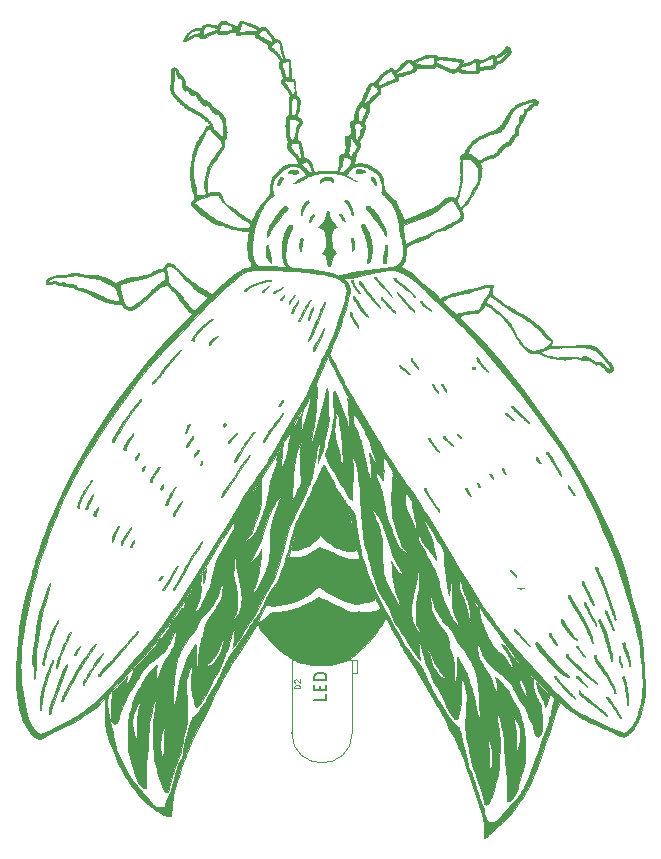
<source format=gbr>
%TF.GenerationSoftware,KiCad,Pcbnew,7.0.1-0*%
%TF.CreationDate,2023-04-12T18:06:33-07:00*%
%TF.ProjectId,GlowArtPCBv3,476c6f77-4172-4745-9043-4276332e6b69,rev?*%
%TF.SameCoordinates,Original*%
%TF.FileFunction,Legend,Top*%
%TF.FilePolarity,Positive*%
%FSLAX46Y46*%
G04 Gerber Fmt 4.6, Leading zero omitted, Abs format (unit mm)*
G04 Created by KiCad (PCBNEW 7.0.1-0) date 2023-04-12 18:06:33*
%MOMM*%
%LPD*%
G01*
G04 APERTURE LIST*
%ADD10C,0.060000*%
%ADD11C,0.100000*%
%ADD12C,0.150000*%
%ADD13C,0.120000*%
G04 APERTURE END LIST*
D10*
X91533131Y-54528523D02*
X91542752Y-54529138D01*
X91552006Y-54530117D01*
X91560893Y-54531462D01*
X91569414Y-54533172D01*
X91577569Y-54535248D01*
X91585357Y-54537691D01*
X91592779Y-54540502D01*
X91599835Y-54543680D01*
X91606524Y-54547226D01*
X91612847Y-54551141D01*
X91618803Y-54555426D01*
X91624393Y-54560080D01*
X91629616Y-54565105D01*
X91634473Y-54570500D01*
X91638964Y-54576267D01*
X91643089Y-54582406D01*
X91646847Y-54588918D01*
X91650238Y-54595803D01*
X91653264Y-54603061D01*
X91655923Y-54610693D01*
X91658216Y-54618700D01*
X91660142Y-54627082D01*
X91661702Y-54635839D01*
X91662896Y-54644973D01*
X91663724Y-54654484D01*
X91664185Y-54664371D01*
X91670495Y-54699471D01*
X91678544Y-54734054D01*
X91688228Y-54768145D01*
X91699440Y-54801773D01*
X91712078Y-54834963D01*
X91726035Y-54867743D01*
X91757488Y-54932176D01*
X91792961Y-54995286D01*
X91831616Y-55057287D01*
X91872613Y-55118392D01*
X91915113Y-55178813D01*
X92001267Y-55298460D01*
X92043243Y-55358112D01*
X92083366Y-55417935D01*
X92120799Y-55478141D01*
X92154701Y-55538944D01*
X92184233Y-55600557D01*
X92197099Y-55631734D01*
X92208557Y-55663193D01*
X92196145Y-55660513D01*
X92184188Y-55657240D01*
X92172686Y-55653378D01*
X92161638Y-55648928D01*
X92151041Y-55643895D01*
X92140895Y-55638280D01*
X92131198Y-55632087D01*
X92121948Y-55625318D01*
X92113145Y-55617977D01*
X92104787Y-55610066D01*
X92096873Y-55601589D01*
X92089400Y-55592548D01*
X92082369Y-55582946D01*
X92075776Y-55572786D01*
X92069622Y-55562071D01*
X92063904Y-55550803D01*
X91971429Y-55434049D01*
X91926816Y-55374664D01*
X91883349Y-55314581D01*
X91841073Y-55253781D01*
X91800033Y-55192247D01*
X91760276Y-55129960D01*
X91721847Y-55066901D01*
X91684793Y-55003052D01*
X91649159Y-54938393D01*
X91614991Y-54872907D01*
X91582335Y-54806574D01*
X91551237Y-54739376D01*
X91521743Y-54671295D01*
X91493898Y-54602311D01*
X91467767Y-54532456D01*
X91490985Y-54529700D01*
X91512791Y-54528386D01*
X91533131Y-54528523D01*
G36*
X91533131Y-54528523D02*
G01*
X91542752Y-54529138D01*
X91552006Y-54530117D01*
X91560893Y-54531462D01*
X91569414Y-54533172D01*
X91577569Y-54535248D01*
X91585357Y-54537691D01*
X91592779Y-54540502D01*
X91599835Y-54543680D01*
X91606524Y-54547226D01*
X91612847Y-54551141D01*
X91618803Y-54555426D01*
X91624393Y-54560080D01*
X91629616Y-54565105D01*
X91634473Y-54570500D01*
X91638964Y-54576267D01*
X91643089Y-54582406D01*
X91646847Y-54588918D01*
X91650238Y-54595803D01*
X91653264Y-54603061D01*
X91655923Y-54610693D01*
X91658216Y-54618700D01*
X91660142Y-54627082D01*
X91661702Y-54635839D01*
X91662896Y-54644973D01*
X91663724Y-54654484D01*
X91664185Y-54664371D01*
X91670495Y-54699471D01*
X91678544Y-54734054D01*
X91688228Y-54768145D01*
X91699440Y-54801773D01*
X91712078Y-54834963D01*
X91726035Y-54867743D01*
X91757488Y-54932176D01*
X91792961Y-54995286D01*
X91831616Y-55057287D01*
X91872613Y-55118392D01*
X91915113Y-55178813D01*
X92001267Y-55298460D01*
X92043243Y-55358112D01*
X92083366Y-55417935D01*
X92120799Y-55478141D01*
X92154701Y-55538944D01*
X92184233Y-55600557D01*
X92197099Y-55631734D01*
X92208557Y-55663193D01*
X92196145Y-55660513D01*
X92184188Y-55657240D01*
X92172686Y-55653378D01*
X92161638Y-55648928D01*
X92151041Y-55643895D01*
X92140895Y-55638280D01*
X92131198Y-55632087D01*
X92121948Y-55625318D01*
X92113145Y-55617977D01*
X92104787Y-55610066D01*
X92096873Y-55601589D01*
X92089400Y-55592548D01*
X92082369Y-55582946D01*
X92075776Y-55572786D01*
X92069622Y-55562071D01*
X92063904Y-55550803D01*
X91971429Y-55434049D01*
X91926816Y-55374664D01*
X91883349Y-55314581D01*
X91841073Y-55253781D01*
X91800033Y-55192247D01*
X91760276Y-55129960D01*
X91721847Y-55066901D01*
X91684793Y-55003052D01*
X91649159Y-54938393D01*
X91614991Y-54872907D01*
X91582335Y-54806574D01*
X91551237Y-54739376D01*
X91521743Y-54671295D01*
X91493898Y-54602311D01*
X91467767Y-54532456D01*
X91490985Y-54529700D01*
X91512791Y-54528386D01*
X91533131Y-54528523D01*
G37*
X76532126Y-72224663D02*
X76431946Y-72415317D01*
X76330598Y-72606019D01*
X76231391Y-72798164D01*
X76137636Y-72993152D01*
X76093837Y-73092148D01*
X76052642Y-73192379D01*
X76014465Y-73294018D01*
X75979719Y-73397242D01*
X75948819Y-73502225D01*
X75922177Y-73609141D01*
X75878932Y-73606717D01*
X75835686Y-73603748D01*
X75792439Y-73600051D01*
X75770814Y-73597873D01*
X75749188Y-73595444D01*
X75818270Y-73390175D01*
X75896320Y-73183070D01*
X75938962Y-73079718D01*
X75984152Y-72976972D01*
X76031990Y-72875189D01*
X76082579Y-72774722D01*
X76136019Y-72675928D01*
X76192413Y-72579160D01*
X76251862Y-72484776D01*
X76314467Y-72393129D01*
X76380331Y-72304575D01*
X76449554Y-72219468D01*
X76522239Y-72138165D01*
X76598487Y-72061020D01*
X76598505Y-72061020D01*
X76627829Y-72032657D01*
X76532126Y-72224663D01*
G36*
X76532126Y-72224663D02*
G01*
X76431946Y-72415317D01*
X76330598Y-72606019D01*
X76231391Y-72798164D01*
X76137636Y-72993152D01*
X76093837Y-73092148D01*
X76052642Y-73192379D01*
X76014465Y-73294018D01*
X75979719Y-73397242D01*
X75948819Y-73502225D01*
X75922177Y-73609141D01*
X75878932Y-73606717D01*
X75835686Y-73603748D01*
X75792439Y-73600051D01*
X75770814Y-73597873D01*
X75749188Y-73595444D01*
X75818270Y-73390175D01*
X75896320Y-73183070D01*
X75938962Y-73079718D01*
X75984152Y-72976972D01*
X76031990Y-72875189D01*
X76082579Y-72774722D01*
X76136019Y-72675928D01*
X76192413Y-72579160D01*
X76251862Y-72484776D01*
X76314467Y-72393129D01*
X76380331Y-72304575D01*
X76449554Y-72219468D01*
X76522239Y-72138165D01*
X76598487Y-72061020D01*
X76598505Y-72061020D01*
X76627829Y-72032657D01*
X76532126Y-72224663D01*
G37*
X98140003Y-67929777D02*
X98182910Y-68006387D01*
X98227917Y-68081973D01*
X98274785Y-68156608D01*
X98323277Y-68230367D01*
X98424182Y-68375555D01*
X98528729Y-68518131D01*
X98741146Y-68797834D01*
X98845214Y-68936151D01*
X98945319Y-69074241D01*
X98908562Y-69055714D01*
X98872674Y-69034735D01*
X98837631Y-69011531D01*
X98803408Y-68986330D01*
X98769980Y-68959359D01*
X98737324Y-68930847D01*
X98705415Y-68901019D01*
X98674229Y-68870105D01*
X98643741Y-68838332D01*
X98613927Y-68805928D01*
X98556225Y-68740134D01*
X98447840Y-68610984D01*
X98421785Y-68570789D01*
X98393414Y-68530437D01*
X98363204Y-68489888D01*
X98331634Y-68449100D01*
X98266325Y-68366641D01*
X98201313Y-68282726D01*
X98170114Y-68240119D01*
X98140424Y-68197025D01*
X98112720Y-68153400D01*
X98087482Y-68109204D01*
X98065187Y-68064395D01*
X98055293Y-68041748D01*
X98046314Y-68018932D01*
X98038310Y-67995942D01*
X98031341Y-67972773D01*
X98025466Y-67949419D01*
X98020746Y-67925876D01*
X98140003Y-67929777D01*
G36*
X98140003Y-67929777D02*
G01*
X98182910Y-68006387D01*
X98227917Y-68081973D01*
X98274785Y-68156608D01*
X98323277Y-68230367D01*
X98424182Y-68375555D01*
X98528729Y-68518131D01*
X98741146Y-68797834D01*
X98845214Y-68936151D01*
X98945319Y-69074241D01*
X98908562Y-69055714D01*
X98872674Y-69034735D01*
X98837631Y-69011531D01*
X98803408Y-68986330D01*
X98769980Y-68959359D01*
X98737324Y-68930847D01*
X98705415Y-68901019D01*
X98674229Y-68870105D01*
X98643741Y-68838332D01*
X98613927Y-68805928D01*
X98556225Y-68740134D01*
X98447840Y-68610984D01*
X98421785Y-68570789D01*
X98393414Y-68530437D01*
X98363204Y-68489888D01*
X98331634Y-68449100D01*
X98266325Y-68366641D01*
X98201313Y-68282726D01*
X98170114Y-68240119D01*
X98140424Y-68197025D01*
X98112720Y-68153400D01*
X98087482Y-68109204D01*
X98065187Y-68064395D01*
X98055293Y-68041748D01*
X98046314Y-68018932D01*
X98038310Y-67995942D01*
X98031341Y-67972773D01*
X98025466Y-67949419D01*
X98020746Y-67925876D01*
X98140003Y-67929777D01*
G37*
X94520905Y-51594553D02*
X94531896Y-51630196D01*
X94541286Y-51665837D01*
X94555564Y-51737102D01*
X94564342Y-51808327D01*
X94568223Y-51879493D01*
X94567811Y-51950580D01*
X94563709Y-52021568D01*
X94556521Y-52092437D01*
X94546849Y-52163169D01*
X94522468Y-52304138D01*
X94495395Y-52444318D01*
X94470456Y-52583550D01*
X94460295Y-52652762D01*
X94452478Y-52721677D01*
X94455472Y-52846917D01*
X94455707Y-52896217D01*
X94454600Y-52937551D01*
X94451773Y-52971607D01*
X94449597Y-52986120D01*
X94446849Y-52999071D01*
X94443483Y-53010546D01*
X94439451Y-53020629D01*
X94434707Y-53029409D01*
X94429203Y-53036969D01*
X94422892Y-53043396D01*
X94415728Y-53048776D01*
X94407662Y-53053194D01*
X94398648Y-53056736D01*
X94388638Y-53059489D01*
X94377586Y-53061538D01*
X94352167Y-53063866D01*
X94322013Y-53064408D01*
X94286747Y-53063850D01*
X94199372Y-53062180D01*
X94193073Y-52957453D01*
X94191081Y-52856569D01*
X94192988Y-52759027D01*
X94198390Y-52664328D01*
X94206880Y-52571970D01*
X94218052Y-52481454D01*
X94231501Y-52392280D01*
X94246821Y-52303947D01*
X94281449Y-52127806D01*
X94318691Y-51949029D01*
X94355298Y-51763615D01*
X94388025Y-51567563D01*
X94520905Y-51594553D01*
G36*
X94520905Y-51594553D02*
G01*
X94531896Y-51630196D01*
X94541286Y-51665837D01*
X94555564Y-51737102D01*
X94564342Y-51808327D01*
X94568223Y-51879493D01*
X94567811Y-51950580D01*
X94563709Y-52021568D01*
X94556521Y-52092437D01*
X94546849Y-52163169D01*
X94522468Y-52304138D01*
X94495395Y-52444318D01*
X94470456Y-52583550D01*
X94460295Y-52652762D01*
X94452478Y-52721677D01*
X94455472Y-52846917D01*
X94455707Y-52896217D01*
X94454600Y-52937551D01*
X94451773Y-52971607D01*
X94449597Y-52986120D01*
X94446849Y-52999071D01*
X94443483Y-53010546D01*
X94439451Y-53020629D01*
X94434707Y-53029409D01*
X94429203Y-53036969D01*
X94422892Y-53043396D01*
X94415728Y-53048776D01*
X94407662Y-53053194D01*
X94398648Y-53056736D01*
X94388638Y-53059489D01*
X94377586Y-53061538D01*
X94352167Y-53063866D01*
X94322013Y-53064408D01*
X94286747Y-53063850D01*
X94199372Y-53062180D01*
X94193073Y-52957453D01*
X94191081Y-52856569D01*
X94192988Y-52759027D01*
X94198390Y-52664328D01*
X94206880Y-52571970D01*
X94218052Y-52481454D01*
X94231501Y-52392280D01*
X94246821Y-52303947D01*
X94281449Y-52127806D01*
X94318691Y-51949029D01*
X94355298Y-51763615D01*
X94388025Y-51567563D01*
X94520905Y-51594553D01*
G37*
X75308483Y-53612963D02*
X75846301Y-53612963D01*
X75848928Y-53675986D01*
X75854772Y-53737740D01*
X75863253Y-53798465D01*
X75873789Y-53858402D01*
X75885799Y-53917791D01*
X75936959Y-54154686D01*
X75947623Y-54214947D01*
X75956275Y-54276105D01*
X75962333Y-54338400D01*
X75965216Y-54402073D01*
X75963535Y-54431919D01*
X75963215Y-54460527D01*
X75964197Y-54488039D01*
X75966423Y-54514592D01*
X75969833Y-54540326D01*
X75974370Y-54565381D01*
X75979975Y-54589897D01*
X75986589Y-54614013D01*
X75994154Y-54637868D01*
X76002610Y-54661602D01*
X76011900Y-54685355D01*
X76021965Y-54709266D01*
X76044184Y-54758120D01*
X76068799Y-54809281D01*
X76130359Y-54883029D01*
X76194885Y-54953165D01*
X76261908Y-55020284D01*
X76330958Y-55084977D01*
X76401566Y-55147839D01*
X76473262Y-55209461D01*
X76618042Y-55331360D01*
X76761541Y-55455419D01*
X76831637Y-55519741D01*
X76900004Y-55586382D01*
X76966173Y-55655934D01*
X77029674Y-55728991D01*
X77090038Y-55806146D01*
X77146796Y-55887992D01*
X77183059Y-55941360D01*
X77220304Y-55994064D01*
X77297271Y-56097801D01*
X77376758Y-56199845D01*
X77457823Y-56300837D01*
X77620937Y-56502237D01*
X77701105Y-56603927D01*
X77779096Y-56707133D01*
X77824955Y-56783987D01*
X77849687Y-56822714D01*
X77875741Y-56860878D01*
X77903209Y-56897907D01*
X77932180Y-56933229D01*
X77962744Y-56966273D01*
X77994993Y-56996464D01*
X78011777Y-57010312D01*
X78029017Y-57023233D01*
X78046722Y-57035155D01*
X78064906Y-57046007D01*
X78083578Y-57055716D01*
X78102750Y-57064213D01*
X78122434Y-57071425D01*
X78142641Y-57077280D01*
X78163382Y-57081707D01*
X78184668Y-57084636D01*
X78206512Y-57085993D01*
X78228923Y-57085708D01*
X78251914Y-57083709D01*
X78275495Y-57079925D01*
X78299679Y-57074284D01*
X78312409Y-57070398D01*
X79388954Y-56049364D01*
X79389087Y-56050004D01*
X79434790Y-56009073D01*
X79473997Y-55972940D01*
X79509336Y-55939423D01*
X79543435Y-55906344D01*
X79618419Y-55832778D01*
X79662930Y-55789516D01*
X79388954Y-56049364D01*
X79367316Y-55945121D01*
X78996229Y-55756073D01*
X78815667Y-55658186D01*
X78726997Y-55607365D01*
X78639540Y-55554896D01*
X78553402Y-55500482D01*
X78468685Y-55443828D01*
X78385496Y-55384638D01*
X78303938Y-55322613D01*
X78224116Y-55257459D01*
X78146135Y-55188878D01*
X78070099Y-55116574D01*
X77996112Y-55040250D01*
X77922071Y-54958389D01*
X77846739Y-54878634D01*
X77693368Y-54723899D01*
X77383931Y-54422720D01*
X77232515Y-54270102D01*
X77158650Y-54191935D01*
X77086401Y-54112014D01*
X77016058Y-54029955D01*
X76947912Y-53945370D01*
X76882255Y-53857874D01*
X76819376Y-53767081D01*
X76774207Y-53735377D01*
X76729840Y-53702388D01*
X76642769Y-53633826D01*
X76556685Y-53563924D01*
X76470108Y-53495213D01*
X76426172Y-53462095D01*
X76381559Y-53430223D01*
X76336083Y-53399914D01*
X76289559Y-53371483D01*
X76241802Y-53345248D01*
X76192628Y-53321525D01*
X76141852Y-53300629D01*
X76115805Y-53291340D01*
X76089289Y-53282877D01*
X76032446Y-53315177D01*
X75976053Y-53347777D01*
X75863538Y-53413871D01*
X75853025Y-53482146D01*
X75847473Y-53548430D01*
X75846301Y-53612963D01*
X75308483Y-53612963D01*
X75479263Y-53559901D01*
X75625235Y-53510843D01*
X75644976Y-53475572D01*
X75663396Y-53440949D01*
X75697775Y-53373930D01*
X75731373Y-53310354D01*
X75748817Y-53280035D01*
X75767191Y-53250788D01*
X75786870Y-53222685D01*
X75808229Y-53195798D01*
X75831643Y-53170196D01*
X75857487Y-53145951D01*
X75871437Y-53134360D01*
X75886136Y-53123134D01*
X75901629Y-53112283D01*
X75917965Y-53101815D01*
X75935189Y-53091740D01*
X75953349Y-53082066D01*
X75972492Y-53072801D01*
X75992664Y-53063956D01*
X76027360Y-53076896D01*
X76061780Y-53088794D01*
X76129701Y-53110511D01*
X76196242Y-53131204D01*
X76261221Y-53152964D01*
X76293068Y-53164899D01*
X76324455Y-53177886D01*
X76355360Y-53192187D01*
X76385760Y-53208064D01*
X76415632Y-53225779D01*
X76444954Y-53245592D01*
X76473702Y-53267766D01*
X76501853Y-53292563D01*
X76664709Y-53470542D01*
X76707344Y-53515942D01*
X76750119Y-53560087D01*
X76792719Y-53602169D01*
X76834830Y-53641379D01*
X76867045Y-53672244D01*
X76897439Y-53700947D01*
X76926742Y-53728097D01*
X76955682Y-53754303D01*
X76984986Y-53780173D01*
X77015383Y-53806316D01*
X77047602Y-53833341D01*
X77082370Y-53861857D01*
X77084514Y-53863646D01*
X77086631Y-53865583D01*
X77090805Y-53869871D01*
X77094931Y-53874667D01*
X77099047Y-53879914D01*
X77103191Y-53885559D01*
X77107403Y-53891545D01*
X77116184Y-53904323D01*
X77125697Y-53917807D01*
X77130825Y-53924675D01*
X77136252Y-53931555D01*
X77142016Y-53938390D01*
X77148156Y-53945126D01*
X77154711Y-53951707D01*
X77161719Y-53958079D01*
X77310508Y-54085607D01*
X77417435Y-54175770D01*
X77503604Y-54247001D01*
X77738556Y-54437574D01*
X77837049Y-54516299D01*
X77929599Y-54588717D01*
X78021241Y-54658375D01*
X78117010Y-54728825D01*
X78221939Y-54803615D01*
X78341065Y-54886295D01*
X78383413Y-54930703D01*
X78428517Y-54972411D01*
X78476074Y-55011660D01*
X78525779Y-55048689D01*
X78577329Y-55083737D01*
X78630419Y-55117043D01*
X78684747Y-55148847D01*
X78740009Y-55179387D01*
X78852119Y-55237638D01*
X78964318Y-55293709D01*
X79074177Y-55349516D01*
X79127470Y-55377919D01*
X79179267Y-55406974D01*
X79249921Y-55460928D01*
X79314720Y-55509596D01*
X79376154Y-55553766D01*
X79406387Y-55574411D01*
X79436712Y-55594229D01*
X79467440Y-55613317D01*
X79498882Y-55631775D01*
X79531351Y-55649700D01*
X79565156Y-55667193D01*
X79600609Y-55684351D01*
X79638021Y-55701273D01*
X79677704Y-55718059D01*
X79719968Y-55734806D01*
X79664559Y-55787933D01*
X79662930Y-55789516D01*
X79874619Y-55588743D01*
X80092228Y-55365762D01*
X80338389Y-55124282D01*
X80653144Y-54829249D01*
X81019259Y-54505493D01*
X81216192Y-54340604D01*
X81419502Y-54177846D01*
X81627035Y-54020322D01*
X81836637Y-53871137D01*
X82046155Y-53733394D01*
X82253433Y-53610196D01*
X82270179Y-53601234D01*
X82287378Y-53592778D01*
X82304867Y-53584848D01*
X82322486Y-53577467D01*
X82340069Y-53570655D01*
X82357456Y-53564434D01*
X82374483Y-53558825D01*
X82390987Y-53553848D01*
X82406806Y-53549526D01*
X82421776Y-53545879D01*
X82435736Y-53542929D01*
X82448522Y-53540697D01*
X82459972Y-53539204D01*
X82469923Y-53538471D01*
X82478213Y-53538520D01*
X82484677Y-53539371D01*
X82484676Y-53539375D01*
X82484674Y-53539378D01*
X82484673Y-53539382D01*
X82484672Y-53539385D01*
X82484669Y-53539392D01*
X82484667Y-53539399D01*
X82484666Y-53539402D01*
X82484664Y-53539406D01*
X82484663Y-53539409D01*
X82484661Y-53539412D01*
X82484658Y-53539416D01*
X82484656Y-53539419D01*
X82484653Y-53539423D01*
X82484652Y-53539424D01*
X82484650Y-53539426D01*
X82506126Y-53536824D01*
X82531027Y-53532941D01*
X82563640Y-53526778D01*
X82602670Y-53517915D01*
X82646820Y-53505932D01*
X82670409Y-53498639D01*
X82694792Y-53490409D01*
X82719807Y-53481189D01*
X82745291Y-53470926D01*
X82845718Y-53424289D01*
X82907789Y-53398501D01*
X82944104Y-53385708D01*
X82984821Y-53373256D01*
X83030601Y-53361350D01*
X83082107Y-53350197D01*
X83140000Y-53340000D01*
X83204940Y-53330967D01*
X83277591Y-53323301D01*
X83352747Y-53317649D01*
X83541690Y-53310720D01*
X83548419Y-53310563D01*
X83759964Y-53300205D01*
X84012968Y-53301249D01*
X84300533Y-53311611D01*
X84615758Y-53329205D01*
X86015290Y-53430204D01*
X87003313Y-53506004D01*
X87505297Y-53553807D01*
X88003815Y-53610762D01*
X88492281Y-53678784D01*
X88964110Y-53759787D01*
X89412715Y-53855685D01*
X89831512Y-53968392D01*
X90027674Y-54031647D01*
X90213914Y-54099821D01*
X90389409Y-54173155D01*
X90553336Y-54251887D01*
X90704871Y-54336257D01*
X90843192Y-54426504D01*
X90967474Y-54522867D01*
X91076896Y-54625585D01*
X91170633Y-54734898D01*
X91247863Y-54851044D01*
X91307762Y-54974264D01*
X91349507Y-55104796D01*
X91372274Y-55242879D01*
X91375241Y-55388754D01*
X91357585Y-55542658D01*
X91318482Y-55704831D01*
X91244128Y-56110719D01*
X91146697Y-56535840D01*
X91030036Y-56973925D01*
X90897991Y-57418710D01*
X90754408Y-57863925D01*
X90603132Y-58303306D01*
X90448010Y-58730583D01*
X90292887Y-59139492D01*
X89998026Y-59877132D01*
X89749317Y-60466091D01*
X89513428Y-60997422D01*
X89513431Y-60997430D01*
X89407517Y-61185931D01*
X89288887Y-61430622D01*
X89156428Y-61726992D01*
X89009009Y-62070559D01*
X88664778Y-62881352D01*
X88465708Y-63339611D01*
X88247162Y-63827134D01*
X88042156Y-64252771D01*
X87810957Y-64694557D01*
X87556364Y-65154426D01*
X87281177Y-65634311D01*
X86680213Y-66661874D01*
X86030460Y-67792722D01*
X85759086Y-68263333D01*
X85744464Y-68287607D01*
X85712933Y-68511481D01*
X85681017Y-68761536D01*
X85652949Y-69010882D01*
X85629096Y-69260079D01*
X85609824Y-69509690D01*
X85595500Y-69760277D01*
X85586490Y-70012401D01*
X85583161Y-70266623D01*
X85602233Y-70263770D01*
X85620089Y-70259647D01*
X85636783Y-70254314D01*
X85652371Y-70247829D01*
X85666906Y-70240252D01*
X85680443Y-70231642D01*
X85693038Y-70222057D01*
X85704745Y-70211557D01*
X85715619Y-70200202D01*
X85725714Y-70188049D01*
X85735086Y-70175158D01*
X85743789Y-70161588D01*
X85751877Y-70147398D01*
X85759406Y-70132648D01*
X85766431Y-70117395D01*
X85773005Y-70101700D01*
X85785024Y-70069218D01*
X85795901Y-70035674D01*
X85815979Y-69967289D01*
X85826056Y-69933393D01*
X85836744Y-69900324D01*
X85848479Y-69868556D01*
X85854877Y-69853306D01*
X85861701Y-69838560D01*
X85956211Y-69512717D01*
X86041285Y-69183622D01*
X86118296Y-68851962D01*
X86188619Y-68518422D01*
X86253629Y-68183690D01*
X86314699Y-67848452D01*
X86430518Y-67179209D01*
X86440919Y-67165813D01*
X86450374Y-67152223D01*
X86458965Y-67138478D01*
X86466777Y-67124619D01*
X86480397Y-67096717D01*
X86491903Y-67068838D01*
X86511257Y-67014431D01*
X86520445Y-66988545D01*
X86530199Y-66963964D01*
X86541191Y-66941009D01*
X86547360Y-66930241D01*
X86554090Y-66920001D01*
X86561464Y-66910327D01*
X86569566Y-66901260D01*
X86578480Y-66892840D01*
X86588290Y-66885107D01*
X86599078Y-66878101D01*
X86610931Y-66871862D01*
X86623929Y-66866431D01*
X86638159Y-66861847D01*
X86653703Y-66858151D01*
X86670645Y-66855382D01*
X86689068Y-66853580D01*
X86709058Y-66852787D01*
X86963772Y-66386344D01*
X87028684Y-66270708D01*
X87095392Y-66155967D01*
X87164552Y-66042371D01*
X87236814Y-65930173D01*
X87246236Y-65916233D01*
X87254928Y-65902094D01*
X87270306Y-65873263D01*
X87283327Y-65843777D01*
X87294371Y-65813731D01*
X87303818Y-65783222D01*
X87312045Y-65752345D01*
X87326364Y-65689870D01*
X87340362Y-65627075D01*
X87348189Y-65595796D01*
X87357075Y-65564725D01*
X87367399Y-65533957D01*
X87379540Y-65503588D01*
X87393877Y-65473714D01*
X87401989Y-65458993D01*
X87410791Y-65444431D01*
X87382636Y-65556166D01*
X87357072Y-65669166D01*
X87313087Y-65898332D01*
X87277578Y-66130681D01*
X87249284Y-66364964D01*
X87226946Y-66599933D01*
X87209302Y-66834340D01*
X87183063Y-67296470D01*
X87301331Y-67228061D01*
X87342841Y-67135199D01*
X87381119Y-67042075D01*
X87416527Y-66948703D01*
X87449430Y-66855095D01*
X87509173Y-66667224D01*
X87563257Y-66478565D01*
X87666090Y-66099288D01*
X87720657Y-65908875D01*
X87781204Y-65718082D01*
X87808295Y-65637602D01*
X87833504Y-65556706D01*
X87856852Y-65475412D01*
X87878359Y-65393738D01*
X87898045Y-65311704D01*
X87915930Y-65229328D01*
X87932034Y-65146628D01*
X87946377Y-65063624D01*
X87969861Y-64896777D01*
X87986541Y-64728934D01*
X87996579Y-64560246D01*
X88000134Y-64390861D01*
X88009576Y-64364596D01*
X88019779Y-64338685D01*
X88030619Y-64313160D01*
X88041974Y-64288049D01*
X88065729Y-64239189D01*
X88090054Y-64192347D01*
X88136447Y-64105667D01*
X88156533Y-64066309D01*
X88165365Y-64047729D01*
X88173224Y-64029923D01*
X88234016Y-63904381D01*
X88288377Y-63789278D01*
X88337793Y-63681045D01*
X88383752Y-63576110D01*
X88427741Y-63470902D01*
X88471248Y-63361850D01*
X88515759Y-63245383D01*
X88562737Y-63117999D01*
X88552991Y-63187333D01*
X88547564Y-63254926D01*
X88545925Y-63320986D01*
X88547536Y-63385773D01*
X88551859Y-63449545D01*
X88558357Y-63512563D01*
X88575727Y-63637370D01*
X88595341Y-63762269D01*
X88612899Y-63889335D01*
X88619562Y-63954328D01*
X88624097Y-64020641D01*
X88625967Y-64088532D01*
X88624634Y-64158262D01*
X88584989Y-64419537D01*
X88551734Y-64678924D01*
X88523656Y-64937005D01*
X88499539Y-65194364D01*
X88418402Y-66228269D01*
X88340968Y-66730202D01*
X88259228Y-67236997D01*
X88214481Y-67489840D01*
X88165943Y-67741045D01*
X88112710Y-67989662D01*
X88053876Y-68234739D01*
X88162348Y-68225950D01*
X88195216Y-68168134D01*
X88225774Y-68108787D01*
X88254211Y-68048068D01*
X88280714Y-67986140D01*
X88305470Y-67923165D01*
X88328667Y-67859305D01*
X88371134Y-67729574D01*
X88409614Y-67598241D01*
X88445610Y-67466600D01*
X88516144Y-67207572D01*
X88668102Y-66581161D01*
X88828030Y-65958154D01*
X89155310Y-64712430D01*
X89182684Y-64653123D01*
X89205825Y-64591617D01*
X89225335Y-64528257D01*
X89241815Y-64463385D01*
X89255866Y-64397346D01*
X89268090Y-64330482D01*
X89289463Y-64195656D01*
X89310742Y-64061656D01*
X89322850Y-63995825D01*
X89336739Y-63931230D01*
X89353011Y-63868216D01*
X89372266Y-63807127D01*
X89395105Y-63748304D01*
X89422132Y-63692093D01*
X89463822Y-63853321D01*
X89495542Y-64013159D01*
X89518543Y-64171823D01*
X89534078Y-64329528D01*
X89543401Y-64486489D01*
X89547763Y-64642920D01*
X89546616Y-64955052D01*
X89540659Y-65267643D01*
X89539914Y-65582412D01*
X89544627Y-65741150D01*
X89554400Y-65901078D01*
X89570488Y-66062408D01*
X89594141Y-66225358D01*
X89579982Y-66383319D01*
X89560688Y-66541920D01*
X89536942Y-66701022D01*
X89509428Y-66860486D01*
X89445822Y-67179945D01*
X89375334Y-67499186D01*
X89235563Y-68132570D01*
X89177204Y-68444493D01*
X89153296Y-68598776D01*
X89133814Y-68751755D01*
X89077450Y-68916398D01*
X89017719Y-69076402D01*
X88893380Y-69388862D01*
X88831383Y-69544501D01*
X88771242Y-69701870D01*
X88714262Y-69862561D01*
X88661749Y-70028165D01*
X88669904Y-69923406D01*
X88680841Y-69818421D01*
X88709094Y-69607876D01*
X88777326Y-69185212D01*
X88809425Y-68973503D01*
X88834928Y-68761819D01*
X88843975Y-68656050D01*
X88849895Y-68550365D01*
X88852195Y-68444789D01*
X88850385Y-68339347D01*
X88729187Y-68427292D01*
X88640349Y-68769780D01*
X88558703Y-69113335D01*
X88483380Y-69457921D01*
X88413509Y-69803504D01*
X88348219Y-70150048D01*
X88286641Y-70497518D01*
X88171137Y-71195096D01*
X88113318Y-71358387D01*
X88051091Y-71520659D01*
X87985268Y-71681992D01*
X87916662Y-71842466D01*
X87774353Y-72161155D01*
X87630664Y-72477366D01*
X87555227Y-72655644D01*
X87476263Y-72831890D01*
X87310054Y-73179600D01*
X86960583Y-73865065D01*
X86786506Y-74208066D01*
X86618991Y-74554742D01*
X86539129Y-74730279D01*
X86462631Y-74907717D01*
X86390069Y-75087387D01*
X86322019Y-75269614D01*
X86158187Y-75808967D01*
X86007332Y-76353164D01*
X85721323Y-77447246D01*
X85574555Y-77992712D01*
X85417537Y-78534181D01*
X85244460Y-79069442D01*
X85150085Y-79334055D01*
X85049518Y-79596287D01*
X84973209Y-79756427D01*
X84892019Y-79914400D01*
X84806568Y-80070333D01*
X84717475Y-80224352D01*
X84625356Y-80376584D01*
X84530831Y-80527156D01*
X84434518Y-80676195D01*
X84337036Y-80823826D01*
X84266287Y-80948119D01*
X84199162Y-81073809D01*
X84073509Y-81328374D01*
X83955529Y-81585504D01*
X83840676Y-81843185D01*
X83724403Y-82099401D01*
X83602162Y-82352136D01*
X83537382Y-82476569D01*
X83469406Y-82599375D01*
X83397664Y-82720304D01*
X83321588Y-82839103D01*
X83259632Y-82946795D01*
X83195321Y-83052724D01*
X83061115Y-83260403D01*
X82921938Y-83464349D01*
X82780755Y-83666774D01*
X82640535Y-83869888D01*
X82504243Y-84075901D01*
X82438497Y-84180687D01*
X82374846Y-84287026D01*
X82313660Y-84395196D01*
X82255310Y-84505472D01*
X82161724Y-84648077D01*
X82067908Y-84797362D01*
X81972810Y-84950018D01*
X81875374Y-85102733D01*
X81774548Y-85252195D01*
X81722534Y-85324672D01*
X81669278Y-85395095D01*
X81614646Y-85463048D01*
X81558508Y-85528120D01*
X81500732Y-85589894D01*
X81441187Y-85647959D01*
X81460614Y-85578361D01*
X81478230Y-85508142D01*
X81494053Y-85437370D01*
X81508104Y-85366113D01*
X81520403Y-85294437D01*
X81530970Y-85222410D01*
X81539825Y-85150099D01*
X81546987Y-85077572D01*
X81552478Y-85004896D01*
X81556316Y-84932138D01*
X81558522Y-84859366D01*
X81559116Y-84786648D01*
X81558117Y-84714050D01*
X81555546Y-84641640D01*
X81551423Y-84569486D01*
X81545767Y-84497654D01*
X81554318Y-84468733D01*
X81563376Y-84440197D01*
X81582383Y-84383990D01*
X81601529Y-84328447D01*
X81619552Y-84272983D01*
X81627749Y-84245099D01*
X81635194Y-84217015D01*
X81641728Y-84188659D01*
X81647194Y-84159958D01*
X81651434Y-84130838D01*
X81654292Y-84101227D01*
X81655609Y-84071051D01*
X81655228Y-84040238D01*
X81579805Y-84103756D01*
X81560960Y-84120110D01*
X81542443Y-84136812D01*
X81524415Y-84153941D01*
X81507038Y-84171575D01*
X81490475Y-84189793D01*
X81474886Y-84208674D01*
X81460434Y-84228297D01*
X81447280Y-84248740D01*
X81441240Y-84259293D01*
X81435586Y-84270082D01*
X81430337Y-84281115D01*
X81425514Y-84292402D01*
X81421137Y-84303954D01*
X81417226Y-84315780D01*
X81413801Y-84327889D01*
X81410883Y-84340293D01*
X81376270Y-84449541D01*
X81344253Y-84560799D01*
X81285742Y-84787854D01*
X81174985Y-85249704D01*
X81113690Y-85478544D01*
X81079585Y-85591140D01*
X81042421Y-85702024D01*
X81001632Y-85810824D01*
X80956652Y-85917166D01*
X80906918Y-86020680D01*
X80851862Y-86120994D01*
X80841210Y-86176860D01*
X80827804Y-86231675D01*
X80811981Y-86285577D01*
X80794078Y-86338705D01*
X80774435Y-86391198D01*
X80753389Y-86443194D01*
X80708439Y-86546251D01*
X80661931Y-86648988D01*
X80616569Y-86752514D01*
X80595163Y-86804919D01*
X80575057Y-86857939D01*
X80556589Y-86911710D01*
X80540097Y-86966373D01*
X80506815Y-87064706D01*
X80469880Y-87160171D01*
X80429646Y-87253081D01*
X80386469Y-87343752D01*
X80340704Y-87432498D01*
X80292705Y-87519636D01*
X80191428Y-87690342D01*
X79977696Y-88026301D01*
X79870922Y-88196591D01*
X79818801Y-88283416D01*
X79767996Y-88371781D01*
X79724422Y-88451948D01*
X79682914Y-88533277D01*
X79604830Y-88698759D01*
X79531214Y-88866897D01*
X79459532Y-89036365D01*
X79387256Y-89205833D01*
X79311852Y-89373974D01*
X79272186Y-89457131D01*
X79230790Y-89539459D01*
X79187346Y-89620791D01*
X79141538Y-89700962D01*
X79005290Y-89928322D01*
X78865926Y-90157979D01*
X78794216Y-90271864D01*
X78720696Y-90384155D01*
X78645023Y-90494132D01*
X78566852Y-90601072D01*
X78548873Y-90609113D01*
X78531396Y-90616200D01*
X78514417Y-90622338D01*
X78497926Y-90627537D01*
X78481919Y-90631802D01*
X78466389Y-90635140D01*
X78451328Y-90637559D01*
X78436731Y-90639067D01*
X78422590Y-90639670D01*
X78408900Y-90639375D01*
X78395653Y-90638189D01*
X78382842Y-90636121D01*
X78370462Y-90633176D01*
X78358506Y-90629362D01*
X78346966Y-90624686D01*
X78335837Y-90619156D01*
X78325112Y-90612778D01*
X78314783Y-90605559D01*
X78304845Y-90597508D01*
X78295291Y-90588630D01*
X78286114Y-90578934D01*
X78277308Y-90568426D01*
X78268866Y-90557113D01*
X78260781Y-90545003D01*
X78253048Y-90532102D01*
X78245658Y-90518419D01*
X78238606Y-90503959D01*
X78231884Y-90488731D01*
X78219408Y-90455997D01*
X78208176Y-90420273D01*
X78196682Y-90342792D01*
X78183292Y-90265708D01*
X78152040Y-90112496D01*
X78080146Y-89808204D01*
X78044359Y-89656164D01*
X78011915Y-89503553D01*
X77997706Y-89426883D01*
X77985243Y-89349889D01*
X77974830Y-89272513D01*
X77966770Y-89194694D01*
X77962395Y-88936194D01*
X77962200Y-88679342D01*
X77965785Y-88423681D01*
X77972749Y-88168751D01*
X77995214Y-87659255D01*
X78026389Y-87147190D01*
X78014497Y-87147109D01*
X78003354Y-87148113D01*
X77992923Y-87150150D01*
X77983168Y-87153164D01*
X77974053Y-87157103D01*
X77965542Y-87161912D01*
X77957598Y-87167537D01*
X77950186Y-87173925D01*
X77943270Y-87181022D01*
X77936812Y-87188773D01*
X77930778Y-87197125D01*
X77925131Y-87206025D01*
X77919834Y-87215418D01*
X77914853Y-87225250D01*
X77905688Y-87246017D01*
X77897348Y-87267894D01*
X77889543Y-87290452D01*
X77874383Y-87335885D01*
X77866450Y-87357898D01*
X77857895Y-87378868D01*
X77853293Y-87388826D01*
X77848429Y-87398363D01*
X77843264Y-87407422D01*
X77837763Y-87415952D01*
X77769823Y-87595037D01*
X77704907Y-87774261D01*
X77644664Y-87954219D01*
X77590742Y-88135506D01*
X77566667Y-88226834D01*
X77544791Y-88318717D01*
X77525321Y-88411231D01*
X77508461Y-88504448D01*
X77494419Y-88598445D01*
X77483401Y-88693294D01*
X77475612Y-88789071D01*
X77471259Y-88885850D01*
X77488533Y-88958599D01*
X77503175Y-89031682D01*
X77515484Y-89105068D01*
X77525759Y-89178726D01*
X77541403Y-89326730D01*
X77552500Y-89475442D01*
X77570628Y-89773989D01*
X77582444Y-89923320D01*
X77599286Y-90072355D01*
X77608929Y-90698954D01*
X77613674Y-91005357D01*
X77613343Y-91309422D01*
X77604169Y-91612844D01*
X77595089Y-91764844D01*
X77582386Y-91917319D01*
X77565587Y-92070480D01*
X77544224Y-92224540D01*
X77517824Y-92379711D01*
X77485916Y-92536204D01*
X77441340Y-92651138D01*
X77401480Y-92767838D01*
X77365852Y-92886102D01*
X77333972Y-93005726D01*
X77305356Y-93126507D01*
X77279521Y-93248241D01*
X77234255Y-93493756D01*
X77155795Y-93987282D01*
X77114858Y-94232041D01*
X77067621Y-94473295D01*
X76760016Y-95297703D01*
X76608351Y-95713735D01*
X76462768Y-96132457D01*
X76326759Y-96553973D01*
X76203819Y-96978386D01*
X76148340Y-97191712D01*
X76097439Y-97405800D01*
X76051550Y-97620665D01*
X76011112Y-97836320D01*
X75977733Y-97844739D01*
X75945432Y-97851223D01*
X75914253Y-97855646D01*
X75884243Y-97857882D01*
X75855446Y-97857804D01*
X75841518Y-97856858D01*
X75827910Y-97855287D01*
X75814628Y-97853074D01*
X75801679Y-97850205D01*
X75789068Y-97846662D01*
X75776800Y-97842431D01*
X75764881Y-97837495D01*
X75753317Y-97831839D01*
X75742115Y-97825448D01*
X75731278Y-97818305D01*
X75720814Y-97810394D01*
X75710728Y-97801701D01*
X75701025Y-97792208D01*
X75691712Y-97781901D01*
X75682794Y-97770764D01*
X75674276Y-97758780D01*
X75666166Y-97745935D01*
X75658467Y-97732212D01*
X75651186Y-97717595D01*
X75644329Y-97702070D01*
X75637902Y-97685620D01*
X75631909Y-97668229D01*
X75566522Y-97546482D01*
X75506692Y-97423560D01*
X75451862Y-97299547D01*
X75401472Y-97174529D01*
X75354965Y-97048588D01*
X75311782Y-96921810D01*
X75233156Y-96666081D01*
X75091228Y-96148292D01*
X75018992Y-95887583D01*
X74939954Y-95626566D01*
X74902939Y-95470363D01*
X74870822Y-95314009D01*
X74843258Y-95157493D01*
X74819900Y-95000802D01*
X74800401Y-94843922D01*
X74784415Y-94686840D01*
X74761597Y-94372021D01*
X74748770Y-94058621D01*
X75343207Y-94058621D01*
X75344906Y-94193083D01*
X75350202Y-94326927D01*
X75360353Y-94460314D01*
X75367644Y-94526886D01*
X75376621Y-94593404D01*
X75387442Y-94659887D01*
X75400265Y-94726357D01*
X75415246Y-94792834D01*
X75432544Y-94859336D01*
X75565460Y-94845658D01*
X75595470Y-94694697D01*
X75617399Y-94544143D01*
X75632442Y-94393948D01*
X75641794Y-94244061D01*
X75646652Y-94094432D01*
X75648209Y-93945010D01*
X75646207Y-93646589D01*
X75645349Y-93348398D01*
X75648339Y-93199263D01*
X75655200Y-93050034D01*
X75667130Y-92900663D01*
X75685323Y-92751098D01*
X75710974Y-92601290D01*
X75745279Y-92451188D01*
X75614331Y-92421854D01*
X75579733Y-92502137D01*
X75547422Y-92583500D01*
X75517415Y-92665858D01*
X75489732Y-92749122D01*
X75464391Y-92833205D01*
X75441412Y-92918020D01*
X75420811Y-93003479D01*
X75402609Y-93089496D01*
X75386823Y-93175982D01*
X75373473Y-93262850D01*
X75362577Y-93350014D01*
X75354154Y-93437385D01*
X75348222Y-93524876D01*
X75344799Y-93612401D01*
X75343906Y-93699870D01*
X75345560Y-93787198D01*
X75343207Y-94058621D01*
X74748770Y-94058621D01*
X74748673Y-94056242D01*
X74742873Y-93739399D01*
X74741559Y-93102109D01*
X74723312Y-92905099D01*
X74714429Y-92706388D01*
X74713872Y-92506227D01*
X74720605Y-92304861D01*
X74733591Y-92102538D01*
X74751795Y-91899507D01*
X74799708Y-91492310D01*
X74912530Y-90680309D01*
X74960855Y-90279468D01*
X74979369Y-90081204D01*
X74979849Y-90074138D01*
X76421761Y-90074138D01*
X76422605Y-90557071D01*
X76422586Y-90557090D01*
X76536936Y-90553171D01*
X76636579Y-90045736D01*
X76741811Y-89540774D01*
X76847962Y-89035995D01*
X76950360Y-88529105D01*
X77282038Y-87526854D01*
X77452689Y-87027190D01*
X77630579Y-86530454D01*
X78085037Y-85712430D01*
X78098406Y-85690420D01*
X78111132Y-85667397D01*
X78123374Y-85643564D01*
X78135291Y-85619122D01*
X78182888Y-85519304D01*
X78195564Y-85494847D01*
X78208869Y-85470991D01*
X78222962Y-85447939D01*
X78238002Y-85425893D01*
X78254147Y-85405055D01*
X78271557Y-85385626D01*
X78280786Y-85376503D01*
X78290390Y-85367809D01*
X78300391Y-85359567D01*
X78310806Y-85351804D01*
X78318309Y-85482710D01*
X78322589Y-85613057D01*
X78324257Y-85872321D01*
X78319474Y-86386799D01*
X78324132Y-86642973D01*
X78330654Y-86771005D01*
X78340897Y-86899079D01*
X78355555Y-87027256D01*
X78375323Y-87155596D01*
X78400895Y-87284159D01*
X78432965Y-87413004D01*
X78449256Y-87415667D01*
X78464089Y-87416393D01*
X78477528Y-87415284D01*
X78489638Y-87412443D01*
X78500484Y-87407972D01*
X78510130Y-87401971D01*
X78518642Y-87394545D01*
X78526085Y-87385793D01*
X78532522Y-87375819D01*
X78538019Y-87364725D01*
X78542641Y-87352612D01*
X78546452Y-87339582D01*
X78549518Y-87325738D01*
X78551902Y-87311181D01*
X78554886Y-87280337D01*
X78555923Y-87247868D01*
X78555531Y-87214588D01*
X78554913Y-87201013D01*
X79221201Y-87201013D01*
X79221683Y-87219480D01*
X79221674Y-87219498D01*
X79279211Y-87211544D01*
X79334613Y-87200910D01*
X79387992Y-87187642D01*
X79439455Y-87171785D01*
X79489115Y-87153385D01*
X79537082Y-87132489D01*
X79583464Y-87109141D01*
X79628374Y-87083389D01*
X79671920Y-87055277D01*
X79714214Y-87024852D01*
X79755366Y-86992160D01*
X79795485Y-86957245D01*
X79834682Y-86920155D01*
X79873067Y-86880934D01*
X79910750Y-86839630D01*
X79947843Y-86796287D01*
X80007004Y-86716647D01*
X80064533Y-86636028D01*
X80120265Y-86554389D01*
X80174032Y-86471691D01*
X80225670Y-86387893D01*
X80275011Y-86302955D01*
X80321890Y-86216838D01*
X80366140Y-86129501D01*
X80407596Y-86040904D01*
X80446092Y-85951008D01*
X80481461Y-85859771D01*
X80513537Y-85767155D01*
X80542155Y-85673119D01*
X80567148Y-85577623D01*
X80588349Y-85480626D01*
X80605594Y-85382090D01*
X80607836Y-85355282D01*
X80611567Y-85329080D01*
X80616688Y-85303447D01*
X80623103Y-85278347D01*
X80630713Y-85253744D01*
X80639421Y-85229602D01*
X80649129Y-85205884D01*
X80659739Y-85182555D01*
X80683276Y-85136917D01*
X80709250Y-85092400D01*
X80736879Y-85048713D01*
X80765381Y-85005568D01*
X80821880Y-84919744D01*
X80848313Y-84876487D01*
X80872492Y-84832615D01*
X80893637Y-84787837D01*
X80902827Y-84765018D01*
X80910966Y-84741865D01*
X80917954Y-84718341D01*
X80923696Y-84694410D01*
X80928092Y-84670036D01*
X80931046Y-84645182D01*
X80919372Y-84645209D01*
X80908157Y-84646182D01*
X80897381Y-84648053D01*
X80887021Y-84650778D01*
X80877056Y-84654308D01*
X80867465Y-84658600D01*
X80858226Y-84663607D01*
X80849318Y-84669282D01*
X80840718Y-84675581D01*
X80832407Y-84682456D01*
X80824362Y-84689862D01*
X80816561Y-84697753D01*
X80808984Y-84706083D01*
X80801609Y-84714806D01*
X80787378Y-84733246D01*
X80773697Y-84752706D01*
X80760394Y-84772818D01*
X80734236Y-84813525D01*
X80721037Y-84833384D01*
X80707529Y-84852423D01*
X80693541Y-84870275D01*
X80686313Y-84878640D01*
X80678900Y-84886570D01*
X80643035Y-84930292D01*
X80609724Y-84974937D01*
X80578795Y-85020464D01*
X80550077Y-85066832D01*
X80523396Y-85114002D01*
X80498583Y-85161933D01*
X80475464Y-85210586D01*
X80453868Y-85259920D01*
X80433624Y-85309894D01*
X80414560Y-85360469D01*
X80379283Y-85463262D01*
X80346663Y-85567976D01*
X80315326Y-85674290D01*
X80230094Y-85839401D01*
X80141083Y-86004696D01*
X80047629Y-86168800D01*
X79949067Y-86330338D01*
X79897663Y-86409715D01*
X79844733Y-86487934D01*
X79790194Y-86564825D01*
X79733963Y-86640214D01*
X79675957Y-86713931D01*
X79616092Y-86785803D01*
X79554285Y-86855658D01*
X79490454Y-86923325D01*
X79480109Y-86934601D01*
X79469442Y-86945022D01*
X79458498Y-86954661D01*
X79447322Y-86963589D01*
X79424451Y-86979605D01*
X79401187Y-86993649D01*
X79311365Y-87041712D01*
X79291507Y-87054598D01*
X79282213Y-87061570D01*
X79273404Y-87068991D01*
X79265122Y-87076935D01*
X79257413Y-87085472D01*
X79250323Y-87094676D01*
X79243894Y-87104620D01*
X79238173Y-87115376D01*
X79233203Y-87127015D01*
X79229031Y-87139611D01*
X79225699Y-87153237D01*
X79223254Y-87167964D01*
X79221740Y-87183865D01*
X79221201Y-87201013D01*
X78554913Y-87201013D01*
X78552534Y-87148861D01*
X78550040Y-87089685D01*
X78550277Y-87064594D01*
X78552194Y-87043589D01*
X78558276Y-86655900D01*
X78561511Y-86460138D01*
X78567838Y-86264274D01*
X78579480Y-86069188D01*
X78587987Y-85972214D01*
X78598656Y-85875764D01*
X78611765Y-85779951D01*
X78627590Y-85684884D01*
X78646410Y-85590673D01*
X78668503Y-85497428D01*
X78699827Y-85378094D01*
X78735102Y-85259606D01*
X78773148Y-85141712D01*
X78812784Y-85024160D01*
X78892113Y-84789078D01*
X78929446Y-84671044D01*
X78963651Y-84552347D01*
X78979186Y-84387474D01*
X79000505Y-84218511D01*
X79013851Y-84133280D01*
X79029267Y-84047968D01*
X79046959Y-83962887D01*
X79067134Y-83878352D01*
X79090001Y-83794676D01*
X79115766Y-83712172D01*
X79144638Y-83631155D01*
X79176825Y-83551937D01*
X79212532Y-83474831D01*
X79251970Y-83400153D01*
X79268528Y-83372690D01*
X81372797Y-83372690D01*
X81387747Y-83369443D01*
X81402371Y-83365230D01*
X81416678Y-83360099D01*
X81430681Y-83354098D01*
X81444389Y-83347274D01*
X81457814Y-83339675D01*
X81470967Y-83331349D01*
X81483859Y-83322344D01*
X81496500Y-83312708D01*
X81508902Y-83302488D01*
X81533030Y-83280489D01*
X81556330Y-83256728D01*
X81578891Y-83231589D01*
X81600799Y-83205454D01*
X81622142Y-83178704D01*
X81663480Y-83124890D01*
X81703603Y-83073207D01*
X81723427Y-83049120D01*
X81743210Y-83026713D01*
X81784712Y-82976249D01*
X81823863Y-82924585D01*
X81895350Y-82817870D01*
X81958149Y-82706995D01*
X82012740Y-82592388D01*
X82059600Y-82474477D01*
X82099207Y-82353691D01*
X82132039Y-82230456D01*
X82158576Y-82105202D01*
X82179294Y-81978356D01*
X82194672Y-81850347D01*
X82205189Y-81721602D01*
X82211323Y-81592549D01*
X82213551Y-81463616D01*
X82212353Y-81335232D01*
X82201587Y-81081821D01*
X82141955Y-80646243D01*
X82110896Y-80432263D01*
X82077098Y-80219921D01*
X82039131Y-80008542D01*
X81995563Y-79797451D01*
X81944961Y-79585972D01*
X81885895Y-79373429D01*
X81859722Y-79287453D01*
X81836758Y-79200752D01*
X81816778Y-79113425D01*
X81799555Y-79025570D01*
X81784864Y-78937285D01*
X81772477Y-78848670D01*
X81753715Y-78670844D01*
X81741457Y-78492880D01*
X81736706Y-78381455D01*
X82874948Y-78381455D01*
X82874957Y-78381437D01*
X83007874Y-78387314D01*
X83172191Y-78263256D01*
X83251347Y-78200711D01*
X83289915Y-78168712D01*
X83327709Y-78136002D01*
X83364655Y-78102411D01*
X83400680Y-78067768D01*
X83435708Y-78031902D01*
X83469665Y-77994644D01*
X83502477Y-77955823D01*
X83534070Y-77915268D01*
X83564368Y-77872809D01*
X83593299Y-77828275D01*
X83613728Y-77797827D01*
X83632989Y-77766670D01*
X83651265Y-77734917D01*
X83668738Y-77702683D01*
X83702013Y-77637231D01*
X83734279Y-77571229D01*
X83767004Y-77505594D01*
X83783996Y-77473200D01*
X83801652Y-77441241D01*
X83820156Y-77409832D01*
X83839691Y-77379087D01*
X83860440Y-77349121D01*
X83882587Y-77320048D01*
X83865774Y-77650246D01*
X83843556Y-77977727D01*
X83814283Y-78302892D01*
X83776306Y-78626143D01*
X83727974Y-78947882D01*
X83667640Y-79268511D01*
X83632456Y-79428534D01*
X83593653Y-79588430D01*
X83551025Y-79748249D01*
X83504364Y-79908042D01*
X83490341Y-79976589D01*
X83473125Y-80044146D01*
X83453166Y-80110843D01*
X83430913Y-80176813D01*
X83406816Y-80242187D01*
X83381325Y-80307097D01*
X83327957Y-80436052D01*
X83274406Y-80564731D01*
X83224268Y-80694188D01*
X83201603Y-80759538D01*
X83181140Y-80825478D01*
X83163328Y-80892139D01*
X83148618Y-80959653D01*
X83298151Y-80952805D01*
X83481161Y-80646586D01*
X83664021Y-80333712D01*
X83842827Y-80014677D01*
X84013674Y-79689972D01*
X84094893Y-79525648D01*
X84172657Y-79360090D01*
X84246479Y-79193362D01*
X84315870Y-79025523D01*
X84380343Y-78856637D01*
X84439409Y-78686763D01*
X84492580Y-78515965D01*
X84539368Y-78344303D01*
X84548164Y-78304150D01*
X84554317Y-78262955D01*
X84558251Y-78220867D01*
X84560391Y-78178034D01*
X84561163Y-78134605D01*
X84560992Y-78090730D01*
X84559521Y-78002234D01*
X84559379Y-77913739D01*
X84560870Y-77869864D01*
X84563969Y-77826435D01*
X84569100Y-77783602D01*
X84576690Y-77741513D01*
X84587164Y-77700318D01*
X84600946Y-77660166D01*
X84617791Y-77603750D01*
X84630839Y-77546019D01*
X84640490Y-77487121D01*
X84647137Y-77427209D01*
X84651180Y-77366432D01*
X84653013Y-77304940D01*
X84653033Y-77242885D01*
X84651638Y-77180416D01*
X84639829Y-76929414D01*
X84635740Y-76805343D01*
X84635537Y-76744191D01*
X84637091Y-76683829D01*
X84639120Y-76508377D01*
X84637186Y-76329706D01*
X84634656Y-76149270D01*
X84634897Y-75968525D01*
X84637109Y-75878492D01*
X84641277Y-75788926D01*
X84647821Y-75700011D01*
X84657162Y-75611928D01*
X84669720Y-75524859D01*
X84685918Y-75438986D01*
X84706176Y-75354491D01*
X84730915Y-75271555D01*
X84755850Y-75138278D01*
X84784578Y-75007279D01*
X84816700Y-74878291D01*
X84851814Y-74751052D01*
X84929426Y-74500756D01*
X85014220Y-74254274D01*
X85192569Y-73764276D01*
X85266767Y-73553385D01*
X86409983Y-73553385D01*
X86453461Y-73433297D01*
X86500012Y-73314783D01*
X86600429Y-73081622D01*
X86707419Y-72852195D01*
X86817169Y-72624795D01*
X86925866Y-72397716D01*
X87029695Y-72169249D01*
X87078593Y-72053963D01*
X87124844Y-71937689D01*
X87167971Y-71820215D01*
X87207498Y-71701328D01*
X87217859Y-71601338D01*
X87223997Y-71502134D01*
X87226432Y-71403608D01*
X87225685Y-71305653D01*
X87222275Y-71208162D01*
X87216722Y-71111027D01*
X87201265Y-70917396D01*
X87167501Y-70529685D01*
X87157510Y-70333887D01*
X87156056Y-70235126D01*
X87157657Y-70135648D01*
X87154155Y-70080477D01*
X87152226Y-70024961D01*
X87151778Y-69913164D01*
X87155335Y-69688392D01*
X87154096Y-69576493D01*
X87151575Y-69520901D01*
X87147348Y-69465636D01*
X87141089Y-69410766D01*
X87132469Y-69356358D01*
X87121161Y-69302480D01*
X87106836Y-69249198D01*
X87121196Y-69208118D01*
X87133621Y-69166966D01*
X87144304Y-69125735D01*
X87153441Y-69084422D01*
X87161226Y-69043023D01*
X87167855Y-69001533D01*
X87178420Y-68918265D01*
X87194238Y-68750449D01*
X87202606Y-68665833D01*
X87213358Y-68580698D01*
X87232897Y-68530191D01*
X87250545Y-68479706D01*
X87266428Y-68429081D01*
X87280673Y-68378158D01*
X87293406Y-68326776D01*
X87304753Y-68274774D01*
X87314842Y-68221993D01*
X87323798Y-68168271D01*
X87233893Y-68209324D01*
X87212550Y-68261798D01*
X87189779Y-68314079D01*
X87141211Y-68418298D01*
X87040744Y-68627003D01*
X86993861Y-68732428D01*
X86972354Y-68785614D01*
X86952555Y-68839193D01*
X86934777Y-68893225D01*
X86919333Y-68947768D01*
X86906538Y-69002881D01*
X86896704Y-69058622D01*
X86864025Y-69161766D01*
X86835638Y-69265215D01*
X86811028Y-69368953D01*
X86789678Y-69472965D01*
X86771070Y-69577234D01*
X86754688Y-69681745D01*
X86726535Y-69891431D01*
X86674200Y-70313015D01*
X86641750Y-70524661D01*
X86622145Y-70630643D01*
X86599597Y-70736710D01*
X86568472Y-71266019D01*
X86540463Y-71806046D01*
X86510258Y-72346252D01*
X86472540Y-72876096D01*
X86463538Y-72918076D01*
X86455542Y-72960082D01*
X86442287Y-73044192D01*
X86432217Y-73128460D01*
X86424768Y-73212921D01*
X86419382Y-73297609D01*
X86415496Y-73382560D01*
X86409983Y-73553385D01*
X85266767Y-73553385D01*
X85279735Y-73516525D01*
X85361301Y-73264115D01*
X85378030Y-73225252D01*
X85395866Y-73187033D01*
X85414656Y-73149369D01*
X85434246Y-73112172D01*
X85475216Y-73038821D01*
X85517549Y-72966271D01*
X85560020Y-72893812D01*
X85601402Y-72820734D01*
X85621301Y-72783741D01*
X85640469Y-72746328D01*
X85658751Y-72708404D01*
X85675995Y-72669883D01*
X85559260Y-72775052D01*
X85450873Y-72883409D01*
X85350183Y-72994839D01*
X85256537Y-73109233D01*
X85169281Y-73226479D01*
X85087763Y-73346464D01*
X85011330Y-73469078D01*
X84939330Y-73594208D01*
X84871109Y-73721744D01*
X84806015Y-73851572D01*
X84743395Y-73983582D01*
X84682596Y-74117663D01*
X84444556Y-74672452D01*
X84360268Y-74932926D01*
X84283197Y-75193650D01*
X84136687Y-75714295D01*
X84060238Y-75973437D01*
X83976986Y-76231273D01*
X83931714Y-76359580D01*
X83883427Y-76487414D01*
X83831687Y-76614727D01*
X83776056Y-76741471D01*
X83475161Y-77404844D01*
X83392922Y-77569714D01*
X83349687Y-77650444D01*
X83304784Y-77729658D01*
X83258020Y-77807075D01*
X83209201Y-77882410D01*
X83158134Y-77955379D01*
X83104627Y-78025699D01*
X82975124Y-78195152D01*
X82959976Y-78216511D01*
X82945384Y-78238229D01*
X82931444Y-78260403D01*
X82918255Y-78283127D01*
X82905914Y-78306499D01*
X82894517Y-78330613D01*
X82884163Y-78355567D01*
X82874948Y-78381455D01*
X81736706Y-78381455D01*
X81733896Y-78315569D01*
X81725623Y-77966062D01*
X81713881Y-77974637D01*
X81702827Y-77983495D01*
X81692432Y-77992628D01*
X81682669Y-78002026D01*
X81673510Y-78011681D01*
X81664926Y-78021585D01*
X81656889Y-78031728D01*
X81649371Y-78042101D01*
X81642345Y-78052696D01*
X81635781Y-78063505D01*
X81623930Y-78085726D01*
X81613595Y-78108695D01*
X81604549Y-78132340D01*
X81596568Y-78156592D01*
X81589428Y-78181381D01*
X81582903Y-78206636D01*
X81576769Y-78232288D01*
X81564774Y-78284500D01*
X81558464Y-78310919D01*
X81551645Y-78337455D01*
X81550377Y-78485439D01*
X81546977Y-78633285D01*
X81536259Y-78928746D01*
X81524440Y-79224203D01*
X81519665Y-79372045D01*
X81516471Y-79520023D01*
X81531111Y-79610054D01*
X81548015Y-79699860D01*
X81587038Y-79878997D01*
X81674922Y-80236778D01*
X81717483Y-80416224D01*
X81754925Y-80596574D01*
X81770741Y-80687214D01*
X81784097Y-80778231D01*
X81794598Y-80869674D01*
X81801850Y-80961594D01*
X81812336Y-81042604D01*
X81819861Y-81123632D01*
X81824805Y-81204669D01*
X81827551Y-81285713D01*
X81827980Y-81447792D01*
X81824206Y-81609824D01*
X81819285Y-81771764D01*
X81816278Y-81933565D01*
X81818242Y-82095183D01*
X81822044Y-82175908D01*
X81828235Y-82256571D01*
X81826084Y-82334966D01*
X81818127Y-82411555D01*
X81804855Y-82486478D01*
X81786762Y-82559875D01*
X81764339Y-82631886D01*
X81738080Y-82702653D01*
X81708476Y-82772313D01*
X81676021Y-82841009D01*
X81641206Y-82908881D01*
X81604524Y-82976068D01*
X81527529Y-83108950D01*
X81448977Y-83240777D01*
X81372806Y-83372672D01*
X81372797Y-83372690D01*
X79268528Y-83372690D01*
X79295344Y-83328215D01*
X79342862Y-83259330D01*
X79383136Y-83190212D01*
X79426006Y-83123373D01*
X79471089Y-83058477D01*
X79518004Y-82995193D01*
X79566368Y-82933185D01*
X79615798Y-82872120D01*
X79716330Y-82751487D01*
X79816541Y-82630623D01*
X79865571Y-82569271D01*
X79913373Y-82506861D01*
X79959567Y-82443058D01*
X80003768Y-82377530D01*
X80045596Y-82309943D01*
X80084668Y-82239963D01*
X80237878Y-81965701D01*
X80313620Y-81826072D01*
X80349897Y-81755412D01*
X80384587Y-81684105D01*
X80417295Y-81612088D01*
X80447628Y-81539298D01*
X80475193Y-81465672D01*
X80499595Y-81391146D01*
X80520440Y-81315658D01*
X80537336Y-81239145D01*
X80549888Y-81161544D01*
X80557703Y-81082792D01*
X80559476Y-81032541D01*
X80562457Y-80982547D01*
X80571186Y-80883172D01*
X80593741Y-80685748D01*
X80604155Y-80587059D01*
X80611716Y-80487957D01*
X80613893Y-80438151D01*
X80614718Y-80388122D01*
X80613975Y-80337830D01*
X80611453Y-80287235D01*
X80595436Y-80289386D01*
X80580520Y-80292335D01*
X80566653Y-80296051D01*
X80553785Y-80300503D01*
X80541865Y-80305658D01*
X80530844Y-80311486D01*
X80520669Y-80317954D01*
X80511292Y-80325030D01*
X80502660Y-80332683D01*
X80494723Y-80340882D01*
X80487431Y-80349594D01*
X80480733Y-80358789D01*
X80474578Y-80368433D01*
X80468916Y-80378496D01*
X80463696Y-80388946D01*
X80458867Y-80399751D01*
X80454379Y-80410880D01*
X80450181Y-80422300D01*
X80442453Y-80445890D01*
X80428250Y-80495178D01*
X80420965Y-80520369D01*
X80413017Y-80545587D01*
X80404001Y-80570579D01*
X80398966Y-80582910D01*
X80393512Y-80595090D01*
X80332460Y-80812627D01*
X80300639Y-80923828D01*
X80266459Y-81035017D01*
X80228797Y-81144969D01*
X80208310Y-81199099D01*
X80186531Y-81252460D01*
X80163321Y-81304899D01*
X80138539Y-81356263D01*
X80112045Y-81406400D01*
X80083698Y-81455155D01*
X79979419Y-81623570D01*
X79879299Y-81789855D01*
X79780255Y-81953528D01*
X79679206Y-82114110D01*
X79626968Y-82193092D01*
X79573073Y-82271120D01*
X79517136Y-82348135D01*
X79458772Y-82424077D01*
X79397597Y-82498885D01*
X79333224Y-82572500D01*
X79265269Y-82644862D01*
X79193347Y-82715909D01*
X79124736Y-82767389D01*
X79059582Y-82822354D01*
X78997790Y-82880580D01*
X78939265Y-82941843D01*
X78883913Y-83005917D01*
X78831640Y-83072578D01*
X78782350Y-83141601D01*
X78735950Y-83212761D01*
X78692344Y-83285835D01*
X78651439Y-83360596D01*
X78613138Y-83436821D01*
X78577349Y-83514284D01*
X78543976Y-83592761D01*
X78512925Y-83672028D01*
X78484101Y-83751858D01*
X78457410Y-83832029D01*
X78413282Y-83902664D01*
X78367530Y-83972106D01*
X78320364Y-84040515D01*
X78271993Y-84108049D01*
X78172470Y-84241128D01*
X78070634Y-84372616D01*
X77866710Y-84635898D01*
X77767967Y-84770236D01*
X77720132Y-84838635D01*
X77673599Y-84908066D01*
X77407501Y-85333211D01*
X77278066Y-85545508D01*
X77153773Y-85759820D01*
X77094196Y-85868247D01*
X77036674Y-85977797D01*
X76981462Y-86088674D01*
X76928818Y-86201086D01*
X76878997Y-86315238D01*
X76832255Y-86431337D01*
X76788849Y-86549589D01*
X76749036Y-86670200D01*
X76657847Y-87144476D01*
X76583550Y-87626207D01*
X76524897Y-88113319D01*
X76480640Y-88603741D01*
X76449530Y-89095400D01*
X76430320Y-89586223D01*
X76421761Y-90074138D01*
X74979849Y-90074138D01*
X74992734Y-89884708D01*
X74976985Y-89900369D01*
X74962312Y-89916213D01*
X74948644Y-89932263D01*
X74935911Y-89948542D01*
X74924042Y-89965074D01*
X74912968Y-89981880D01*
X74902618Y-89998984D01*
X74892923Y-90016409D01*
X74883812Y-90034177D01*
X74875215Y-90052312D01*
X74867061Y-90070836D01*
X74859281Y-90089772D01*
X74851804Y-90109144D01*
X74844561Y-90128973D01*
X74830493Y-90170096D01*
X74793121Y-90275481D01*
X74758840Y-90381248D01*
X74727305Y-90487363D01*
X74698170Y-90593798D01*
X74645724Y-90807494D01*
X74598740Y-91022084D01*
X74510123Y-91452935D01*
X74462969Y-91668690D01*
X74410239Y-91884330D01*
X74402863Y-91950739D01*
X74397034Y-92017599D01*
X74388879Y-92152378D01*
X74378603Y-92424081D01*
X74371924Y-92559815D01*
X74361179Y-92694675D01*
X74353569Y-92761592D01*
X74344089Y-92828068D01*
X74332452Y-92894028D01*
X74318375Y-92959397D01*
X74307754Y-93148927D01*
X74303239Y-93336176D01*
X74300659Y-93707181D01*
X74296661Y-93892610D01*
X74286902Y-94079106D01*
X74278934Y-94173016D01*
X74268413Y-94267506D01*
X74254969Y-94362681D01*
X74238230Y-94458646D01*
X74222405Y-94525721D01*
X74209498Y-94593134D01*
X74199125Y-94660831D01*
X74190903Y-94728763D01*
X74179388Y-94865123D01*
X74171893Y-95001803D01*
X74165360Y-95138391D01*
X74156731Y-95274476D01*
X74150674Y-95342202D01*
X74142947Y-95409647D01*
X74133167Y-95476760D01*
X74120951Y-95543491D01*
X74116494Y-95792220D01*
X74120845Y-96038384D01*
X74130899Y-96282899D01*
X74143553Y-96526683D01*
X74155703Y-96770651D01*
X74164245Y-97015720D01*
X74166077Y-97262807D01*
X74163506Y-97387393D01*
X74158093Y-97512827D01*
X74139494Y-97518370D01*
X74120714Y-97523272D01*
X74101756Y-97527532D01*
X74082624Y-97531150D01*
X74063320Y-97534128D01*
X74043847Y-97536463D01*
X74024208Y-97538157D01*
X74004405Y-97539210D01*
X73984442Y-97539622D01*
X73964322Y-97539392D01*
X73944047Y-97538521D01*
X73923620Y-97537008D01*
X73903044Y-97534854D01*
X73882322Y-97532059D01*
X73861457Y-97528623D01*
X73840451Y-97524546D01*
X73768154Y-97459913D01*
X73699989Y-97390537D01*
X73635848Y-97316826D01*
X73575628Y-97239189D01*
X73519221Y-97158038D01*
X73466521Y-97073779D01*
X73417424Y-96986824D01*
X73371823Y-96897581D01*
X73329611Y-96806460D01*
X73290684Y-96713870D01*
X73254936Y-96620221D01*
X73222259Y-96525922D01*
X73192549Y-96431382D01*
X73165700Y-96337011D01*
X73141606Y-96243218D01*
X73120160Y-96150413D01*
X73084618Y-95994883D01*
X73044965Y-95843424D01*
X72957139Y-95550123D01*
X72774058Y-94983829D01*
X72732293Y-94842704D01*
X72694034Y-94700460D01*
X72660233Y-94556449D01*
X72631843Y-94410024D01*
X72609815Y-94260534D01*
X72595101Y-94107333D01*
X72588654Y-93949770D01*
X72591425Y-93787198D01*
X72599953Y-93612893D01*
X72604589Y-93435888D01*
X72606220Y-93075618D01*
X72604392Y-92710079D01*
X72607181Y-92342956D01*
X72612830Y-92159954D01*
X72622661Y-91977940D01*
X72626628Y-91930253D01*
X72951090Y-91930253D01*
X72953737Y-92027005D01*
X72959352Y-92122716D01*
X72967742Y-92217489D01*
X72978713Y-92311431D01*
X72992073Y-92404644D01*
X73007627Y-92497235D01*
X73044547Y-92680967D01*
X73087926Y-92863462D01*
X73136219Y-93045559D01*
X73241358Y-93411905D01*
X73336160Y-93506699D01*
X73343587Y-93375928D01*
X73347596Y-93245631D01*
X73347922Y-92986247D01*
X73335674Y-92470837D01*
X73333317Y-92213963D01*
X73335315Y-92085549D01*
X73340282Y-91957078D01*
X73348856Y-91828499D01*
X73361676Y-91699759D01*
X73379381Y-91570804D01*
X73402609Y-91441581D01*
X73407737Y-91358745D01*
X73416242Y-91276904D01*
X73427695Y-91195933D01*
X73441672Y-91115706D01*
X73457745Y-91036096D01*
X73475487Y-90956979D01*
X73514273Y-90799718D01*
X73554616Y-90642915D01*
X73593103Y-90485564D01*
X73610584Y-90406368D01*
X73626321Y-90326658D01*
X73639886Y-90246307D01*
X73650855Y-90165189D01*
X73638784Y-90172645D01*
X73627127Y-90180353D01*
X73615885Y-90188313D01*
X73605060Y-90196524D01*
X73594653Y-90204988D01*
X73584665Y-90213703D01*
X73575098Y-90222671D01*
X73565953Y-90231890D01*
X73557232Y-90241361D01*
X73548936Y-90251084D01*
X73541066Y-90261059D01*
X73533624Y-90271286D01*
X73526611Y-90281765D01*
X73520028Y-90292496D01*
X73513878Y-90303478D01*
X73508161Y-90314713D01*
X73401291Y-90506474D01*
X73300593Y-90698532D01*
X73253256Y-90795080D01*
X73208300Y-90892192D01*
X73166003Y-90990032D01*
X73126646Y-91088762D01*
X73090506Y-91188545D01*
X73057864Y-91289546D01*
X73028998Y-91391928D01*
X73004188Y-91495852D01*
X72983713Y-91601484D01*
X72967852Y-91708986D01*
X72956885Y-91818521D01*
X72951090Y-91930253D01*
X72626628Y-91930253D01*
X72637683Y-91797373D01*
X72658906Y-91618716D01*
X72687339Y-91442429D01*
X72723991Y-91268974D01*
X72769873Y-91098811D01*
X72825992Y-90932401D01*
X72868161Y-90804388D01*
X72906607Y-90675574D01*
X72942281Y-90546166D01*
X72976134Y-90416369D01*
X73042180Y-90156428D01*
X73076274Y-90026696D01*
X73112351Y-89897397D01*
X73132735Y-89832680D01*
X73155628Y-89769623D01*
X73180811Y-89708056D01*
X73208067Y-89647806D01*
X73237179Y-89588701D01*
X73267928Y-89530571D01*
X73300098Y-89473242D01*
X73333470Y-89416544D01*
X73617630Y-88965024D01*
X73663545Y-88891108D01*
X73706725Y-88816796D01*
X73787046Y-88667594D01*
X73938684Y-88371172D01*
X73977875Y-88298374D01*
X74018660Y-88226404D01*
X74061582Y-88155417D01*
X74107181Y-88085565D01*
X74155998Y-88017003D01*
X74208575Y-87949882D01*
X74265453Y-87884356D01*
X74327173Y-87820579D01*
X74415844Y-87710866D01*
X74504572Y-87606457D01*
X74549348Y-87556095D01*
X74594607Y-87506882D01*
X74640504Y-87458761D01*
X74687196Y-87411672D01*
X74734839Y-87365557D01*
X74783588Y-87320357D01*
X74833600Y-87276013D01*
X74885031Y-87232467D01*
X74938037Y-87189660D01*
X74992773Y-87147533D01*
X75049397Y-87106028D01*
X75108063Y-87065085D01*
X75077789Y-87141852D01*
X75051630Y-87218961D01*
X75029282Y-87296409D01*
X75010440Y-87374192D01*
X74994799Y-87452307D01*
X74982054Y-87530753D01*
X74971900Y-87609525D01*
X74964032Y-87688621D01*
X74958146Y-87768038D01*
X74953936Y-87847773D01*
X74949327Y-88008184D01*
X74946811Y-88332688D01*
X75102204Y-88250602D01*
X75274703Y-87744720D01*
X75361823Y-87495911D01*
X75454534Y-87250663D01*
X75504159Y-87129564D01*
X75556591Y-87009583D01*
X75612299Y-86890795D01*
X75671752Y-86773277D01*
X75735419Y-86657104D01*
X75803772Y-86542351D01*
X75877279Y-86429095D01*
X75956409Y-86317411D01*
X76041875Y-86203182D01*
X76123193Y-86086654D01*
X76199969Y-85967861D01*
X76271812Y-85846839D01*
X76338329Y-85723624D01*
X76399128Y-85598252D01*
X76453816Y-85470759D01*
X76502003Y-85341179D01*
X76543294Y-85209550D01*
X76577298Y-85075906D01*
X76603622Y-84940284D01*
X76621875Y-84802719D01*
X76631664Y-84663247D01*
X76632597Y-84521903D01*
X76624280Y-84378723D01*
X76606323Y-84233744D01*
X76499802Y-84316819D01*
X76402923Y-84571462D01*
X76301463Y-84823836D01*
X76192215Y-85071859D01*
X76133668Y-85193587D01*
X76071971Y-85313446D01*
X76006725Y-85431174D01*
X75937526Y-85546512D01*
X75863976Y-85659199D01*
X75785673Y-85768974D01*
X75702217Y-85875576D01*
X75613205Y-85978746D01*
X75518239Y-86078223D01*
X75416916Y-86173746D01*
X75342143Y-86242584D01*
X75265728Y-86308344D01*
X75187976Y-86371545D01*
X75109192Y-86432705D01*
X74949747Y-86550973D01*
X74789833Y-86667296D01*
X74631888Y-86785818D01*
X74554417Y-86847200D01*
X74478352Y-86910686D01*
X74404000Y-86976795D01*
X74331665Y-87046046D01*
X74261652Y-87118955D01*
X74194266Y-87196042D01*
X73820428Y-87626569D01*
X73775013Y-87682158D01*
X73730978Y-87738495D01*
X73688650Y-87795684D01*
X73648356Y-87853832D01*
X73610421Y-87913044D01*
X73575172Y-87973428D01*
X73542936Y-88035088D01*
X73514038Y-88098130D01*
X73416387Y-88295964D01*
X73312265Y-88490788D01*
X73202349Y-88682703D01*
X73087312Y-88871812D01*
X72967832Y-89058219D01*
X72844583Y-89242025D01*
X72718242Y-89423335D01*
X72589484Y-89602250D01*
X72571229Y-89634005D01*
X72554134Y-89666542D01*
X72538076Y-89699772D01*
X72522932Y-89733606D01*
X72508578Y-89767956D01*
X72494891Y-89802732D01*
X72469027Y-89873209D01*
X72419885Y-90015380D01*
X72394638Y-90085654D01*
X72367624Y-90154441D01*
X72341334Y-90225509D01*
X72313255Y-90295191D01*
X72283705Y-90363705D01*
X72253000Y-90431269D01*
X72125001Y-90696369D01*
X72062342Y-90828873D01*
X72032460Y-90895874D01*
X72003967Y-90963666D01*
X71977180Y-91032466D01*
X71952417Y-91102491D01*
X71929997Y-91173958D01*
X71910236Y-91247086D01*
X71889990Y-91309005D01*
X71872703Y-91370758D01*
X71843818Y-91493010D01*
X71817202Y-91612331D01*
X71802751Y-91670419D01*
X71786475Y-91727207D01*
X71767576Y-91782506D01*
X71745257Y-91836126D01*
X71718721Y-91887880D01*
X71703623Y-91912997D01*
X71687170Y-91937577D01*
X71669265Y-91961595D01*
X71649807Y-91985029D01*
X71628697Y-92007853D01*
X71605835Y-92030046D01*
X71581120Y-92051583D01*
X71554455Y-92072440D01*
X71525738Y-92092594D01*
X71494870Y-92112021D01*
X71483946Y-92107523D01*
X71473161Y-92102473D01*
X71462512Y-92096900D01*
X71451997Y-92090832D01*
X71441611Y-92084295D01*
X71431351Y-92077318D01*
X71411197Y-92062153D01*
X71391507Y-92045556D01*
X71372253Y-92027748D01*
X71353410Y-92008949D01*
X71334948Y-91989380D01*
X71316842Y-91969260D01*
X71299063Y-91948812D01*
X71264381Y-91907807D01*
X71230684Y-91868129D01*
X71214137Y-91849338D01*
X71197754Y-91831540D01*
X71184408Y-91766360D01*
X71173856Y-91700606D01*
X71165797Y-91634345D01*
X71159932Y-91567645D01*
X71155963Y-91500573D01*
X71153590Y-91433195D01*
X71152436Y-91297795D01*
X71156118Y-91026293D01*
X71156167Y-90891268D01*
X71151831Y-90757444D01*
X71147534Y-90671415D01*
X71147090Y-90585910D01*
X71149933Y-90500855D01*
X71155495Y-90416177D01*
X71172513Y-90247661D01*
X71193607Y-90079777D01*
X71214243Y-89911941D01*
X71222971Y-89827857D01*
X71229885Y-89743566D01*
X71234416Y-89658995D01*
X71235999Y-89574070D01*
X71234065Y-89488718D01*
X71228049Y-89402866D01*
X71238482Y-89390643D01*
X71249241Y-89379051D01*
X71260300Y-89368045D01*
X71271637Y-89357581D01*
X71295043Y-89338098D01*
X71319267Y-89320245D01*
X71344114Y-89303664D01*
X71369393Y-89287995D01*
X71420470Y-89257968D01*
X71445882Y-89242893D01*
X71470951Y-89227299D01*
X71495485Y-89210830D01*
X71519290Y-89193126D01*
X71542174Y-89173830D01*
X71553210Y-89163473D01*
X71563942Y-89152584D01*
X71574348Y-89141119D01*
X71584402Y-89129031D01*
X71594081Y-89116277D01*
X71603360Y-89102811D01*
X71662451Y-89031000D01*
X71722974Y-88961865D01*
X71784620Y-88894940D01*
X71847079Y-88829762D01*
X72098863Y-88577244D01*
X72160750Y-88513843D01*
X72221595Y-88449405D01*
X72281088Y-88383467D01*
X72338921Y-88315565D01*
X72394784Y-88245235D01*
X72448368Y-88172013D01*
X72499363Y-88095435D01*
X72547461Y-88015037D01*
X72504811Y-88181802D01*
X72483090Y-88269648D01*
X72473168Y-88314146D01*
X72464267Y-88358822D01*
X72456683Y-88403520D01*
X72450712Y-88448086D01*
X72446651Y-88492366D01*
X72444796Y-88536206D01*
X72445444Y-88579449D01*
X72448891Y-88621943D01*
X72455433Y-88663532D01*
X72465366Y-88704062D01*
X72481481Y-88700228D01*
X72496686Y-88695703D01*
X72511020Y-88690514D01*
X72524523Y-88684687D01*
X72537235Y-88678249D01*
X72549196Y-88671224D01*
X72560446Y-88663639D01*
X72571025Y-88655520D01*
X72580972Y-88646892D01*
X72590328Y-88637783D01*
X72599132Y-88628217D01*
X72607425Y-88618220D01*
X72615245Y-88607819D01*
X72622634Y-88597040D01*
X72629631Y-88585908D01*
X72636276Y-88574449D01*
X72648670Y-88550656D01*
X72660135Y-88525867D01*
X72670989Y-88500291D01*
X72681554Y-88474135D01*
X72703087Y-88420913D01*
X72714695Y-88394263D01*
X72727289Y-88367862D01*
X72750152Y-88312322D01*
X72773864Y-88257722D01*
X72822822Y-88150625D01*
X72872147Y-88045129D01*
X72919823Y-87939792D01*
X72942413Y-87886732D01*
X72963834Y-87833171D01*
X72983835Y-87778929D01*
X73002163Y-87723826D01*
X73018567Y-87667680D01*
X73032794Y-87610313D01*
X73044593Y-87551543D01*
X73053711Y-87491190D01*
X73310947Y-87235776D01*
X73557987Y-86982401D01*
X73797285Y-86729621D01*
X74031291Y-86475994D01*
X74262456Y-86220075D01*
X74493233Y-85960420D01*
X74963428Y-85424131D01*
X75006873Y-85323722D01*
X75029037Y-85274303D01*
X75052243Y-85225606D01*
X75077053Y-85177779D01*
X75090234Y-85154240D01*
X75104026Y-85130974D01*
X75118500Y-85108000D01*
X75133726Y-85085337D01*
X75149773Y-85063004D01*
X75166712Y-85041019D01*
X75214392Y-84991221D01*
X75261137Y-84940503D01*
X75352377Y-84836849D01*
X75441555Y-84731133D01*
X75529794Y-84624431D01*
X75618215Y-84517821D01*
X75707942Y-84412378D01*
X75800096Y-84309179D01*
X75847435Y-84258757D01*
X75895801Y-84209299D01*
X75931091Y-84149333D01*
X75965314Y-84087668D01*
X76031701Y-83960606D01*
X76164207Y-83701095D01*
X76198940Y-83637082D01*
X76234886Y-83574098D01*
X76272329Y-83512483D01*
X76311554Y-83452576D01*
X76352846Y-83394721D01*
X76396490Y-83339256D01*
X76442771Y-83286523D01*
X76491974Y-83236863D01*
X76665955Y-82998988D01*
X76751578Y-82881190D01*
X76834899Y-82762487D01*
X76914875Y-82641629D01*
X76953284Y-82580002D01*
X76990466Y-82517368D01*
X77026291Y-82453571D01*
X77060628Y-82388455D01*
X77093348Y-82321864D01*
X77124320Y-82253641D01*
X77157469Y-82300386D01*
X77190897Y-82346858D01*
X77258216Y-82439347D01*
X77290338Y-82336546D01*
X77321132Y-82233927D01*
X77350094Y-82131215D01*
X77376719Y-82028135D01*
X77400504Y-81924413D01*
X77420945Y-81819772D01*
X77437539Y-81713939D01*
X77444235Y-81660489D01*
X77449780Y-81606638D01*
X77472273Y-81576531D01*
X77495675Y-81547656D01*
X77519840Y-81519822D01*
X77544626Y-81492843D01*
X77569887Y-81466527D01*
X77595479Y-81440687D01*
X77647077Y-81389676D01*
X77698262Y-81338299D01*
X77723339Y-81311999D01*
X77747879Y-81285041D01*
X77771738Y-81257234D01*
X77794771Y-81228391D01*
X77816833Y-81198322D01*
X77837781Y-81166837D01*
X78314106Y-80324623D01*
X78556713Y-79906534D01*
X78680770Y-79698970D01*
X78807288Y-79492667D01*
X78779080Y-79612907D01*
X78759194Y-79736559D01*
X78746327Y-79863162D01*
X78739182Y-79992257D01*
X78736458Y-80123385D01*
X78736854Y-80256087D01*
X78741810Y-80524370D01*
X78743651Y-80793432D01*
X78740154Y-80927105D01*
X78731978Y-81059594D01*
X78717823Y-81190439D01*
X78696390Y-81319181D01*
X78666379Y-81445359D01*
X78626489Y-81568516D01*
X78606931Y-81639617D01*
X78584776Y-81709708D01*
X78560385Y-81778923D01*
X78534117Y-81847396D01*
X78477386Y-81982657D01*
X78417460Y-82116566D01*
X78357212Y-82250200D01*
X78299517Y-82384634D01*
X78272526Y-82452488D01*
X78247251Y-82520945D01*
X78224051Y-82590140D01*
X78203287Y-82660209D01*
X78217497Y-82658027D01*
X78231184Y-82655340D01*
X78244372Y-82652166D01*
X78257082Y-82648521D01*
X78269338Y-82644421D01*
X78281159Y-82639884D01*
X78292570Y-82634925D01*
X78303593Y-82629562D01*
X78314248Y-82623811D01*
X78324559Y-82617688D01*
X78334549Y-82611211D01*
X78344238Y-82604396D01*
X78362805Y-82589818D01*
X78380438Y-82574087D01*
X78397315Y-82557337D01*
X78413614Y-82539701D01*
X78429512Y-82521312D01*
X78445187Y-82502302D01*
X78509201Y-82422721D01*
X78572813Y-82342697D01*
X78633679Y-82260028D01*
X78692007Y-82174981D01*
X78748008Y-82087819D01*
X78801890Y-81998807D01*
X78853861Y-81908211D01*
X78952912Y-81723322D01*
X79046831Y-81535272D01*
X79137291Y-81346177D01*
X79314527Y-80973331D01*
X79387408Y-80813251D01*
X79453690Y-80652277D01*
X79514083Y-80490479D01*
X79569294Y-80327924D01*
X79620032Y-80164683D01*
X79667006Y-80000823D01*
X79752498Y-79671522D01*
X79909494Y-79008525D01*
X79992338Y-78675928D01*
X80085639Y-78343332D01*
X80728726Y-77083420D01*
X80892759Y-76770077D01*
X81060619Y-76458923D01*
X81233566Y-76150725D01*
X81412860Y-75846250D01*
X81515011Y-75652524D01*
X81539829Y-75601351D01*
X81562655Y-75549556D01*
X81582638Y-75497377D01*
X81598926Y-75445052D01*
X81605419Y-75418909D01*
X81610667Y-75392818D01*
X81614567Y-75366810D01*
X81617010Y-75340914D01*
X81617890Y-75315159D01*
X81617101Y-75289576D01*
X81614537Y-75264194D01*
X81610090Y-75239042D01*
X81603655Y-75214152D01*
X81595125Y-75189551D01*
X81584393Y-75165270D01*
X81571354Y-75141339D01*
X81555899Y-75117787D01*
X81537924Y-75094644D01*
X81517322Y-75071940D01*
X81493985Y-75049704D01*
X81572357Y-74920384D01*
X81653489Y-74792864D01*
X81819316Y-74540152D01*
X81901651Y-74413424D01*
X81982028Y-74285424D01*
X82059268Y-74155385D01*
X82096342Y-74089360D01*
X82132190Y-74022538D01*
X82144675Y-73998189D01*
X82157577Y-73974585D01*
X82170903Y-73951668D01*
X82184659Y-73929381D01*
X82198851Y-73907667D01*
X82213483Y-73886468D01*
X82228561Y-73865727D01*
X82244093Y-73845388D01*
X82260082Y-73825392D01*
X82276535Y-73805683D01*
X82293458Y-73786203D01*
X82310856Y-73766894D01*
X82347101Y-73728566D01*
X82385315Y-73690238D01*
X82462749Y-73560107D01*
X82541730Y-73431867D01*
X82622064Y-73305118D01*
X82703555Y-73179458D01*
X82869228Y-72929800D01*
X83037189Y-72679679D01*
X83161608Y-72522691D01*
X83285982Y-72358716D01*
X83407515Y-72188649D01*
X83466344Y-72101609D01*
X83523414Y-72013381D01*
X83578377Y-71924076D01*
X83630883Y-71833806D01*
X83680584Y-71742683D01*
X83727129Y-71650818D01*
X83770169Y-71558322D01*
X83809355Y-71465308D01*
X83844338Y-71371888D01*
X83874768Y-71278171D01*
X83884943Y-71553766D01*
X83888373Y-71828718D01*
X83886192Y-72103212D01*
X83879532Y-72377431D01*
X83857314Y-72925781D01*
X83830786Y-73475236D01*
X83758620Y-73781894D01*
X83677327Y-74083903D01*
X83588498Y-74382293D01*
X83493725Y-74678094D01*
X83292714Y-75266054D01*
X83087030Y-75856028D01*
X83073688Y-75885090D01*
X83059011Y-75913480D01*
X83043092Y-75941245D01*
X83026020Y-75968427D01*
X83007889Y-75995073D01*
X82988789Y-76021226D01*
X82948049Y-76072236D01*
X82904532Y-76121813D01*
X82858969Y-76170316D01*
X82764633Y-76265532D01*
X82670893Y-76360747D01*
X82626075Y-76409249D01*
X82583601Y-76458824D01*
X82544202Y-76509832D01*
X82525885Y-76535984D01*
X82508610Y-76562628D01*
X82492471Y-76589810D01*
X82477557Y-76617572D01*
X82463961Y-76645962D01*
X82451773Y-76675022D01*
X82501123Y-76654651D01*
X82549529Y-76630800D01*
X82597052Y-76603837D01*
X82643757Y-76574129D01*
X82689706Y-76542045D01*
X82734961Y-76507953D01*
X82779588Y-76472219D01*
X82823647Y-76435213D01*
X82910317Y-76358853D01*
X82995475Y-76281816D01*
X83079627Y-76207044D01*
X83121483Y-76171427D01*
X83163275Y-76137479D01*
X83230555Y-76052305D01*
X83294011Y-75963422D01*
X83353874Y-75871198D01*
X83410374Y-75776001D01*
X83463741Y-75678199D01*
X83514206Y-75578159D01*
X83561999Y-75476250D01*
X83607352Y-75372840D01*
X83650494Y-75268295D01*
X83691656Y-75162985D01*
X83768961Y-74951538D01*
X83909952Y-74535636D01*
X83990431Y-74350946D01*
X84063663Y-74166244D01*
X84130238Y-73981425D01*
X84190745Y-73796384D01*
X84245770Y-73611016D01*
X84295903Y-73425218D01*
X84383847Y-73051909D01*
X84459284Y-72675623D01*
X84526921Y-72295522D01*
X84657627Y-71520530D01*
X84685153Y-71410198D01*
X84716718Y-71301498D01*
X84751665Y-71194183D01*
X84789336Y-71088008D01*
X84870225Y-70878091D01*
X84954126Y-70669776D01*
X85035782Y-70461094D01*
X85074125Y-70355999D01*
X85109936Y-70250074D01*
X85142556Y-70143072D01*
X85171330Y-70034748D01*
X85195599Y-69924854D01*
X85214707Y-69813144D01*
X85089609Y-69765244D01*
X85112139Y-69700683D01*
X85143007Y-69620484D01*
X85164132Y-69568552D01*
X85189351Y-69508787D01*
X85218890Y-69441231D01*
X85252974Y-69365926D01*
X85291830Y-69282914D01*
X85335681Y-69192237D01*
X85384755Y-69093936D01*
X85439276Y-68988055D01*
X85499471Y-68874633D01*
X85565564Y-68753715D01*
X85583197Y-68724494D01*
X85598873Y-68694782D01*
X85612834Y-68664637D01*
X85625322Y-68634120D01*
X85636578Y-68603287D01*
X85646845Y-68572199D01*
X85665380Y-68509488D01*
X85682860Y-68446459D01*
X85701221Y-68383580D01*
X85711337Y-68352344D01*
X85719852Y-68328466D01*
X85744464Y-68287607D01*
X85748331Y-68260154D01*
X85734650Y-68290572D01*
X85722400Y-68321322D01*
X85719852Y-68328466D01*
X85471578Y-68740635D01*
X84854909Y-69723011D01*
X84193952Y-70755251D01*
X83502204Y-71852756D01*
X81479016Y-74934092D01*
X81465808Y-74954484D01*
X81453525Y-74975074D01*
X81430732Y-75018010D01*
X81408644Y-75065225D01*
X81385263Y-75119044D01*
X81326639Y-75255795D01*
X81287404Y-75343376D01*
X81238892Y-75446860D01*
X80873586Y-75996100D01*
X80516673Y-76545717D01*
X80164197Y-77105902D01*
X79988385Y-77393142D01*
X79812198Y-77686844D01*
X78892961Y-79232381D01*
X77961617Y-80763115D01*
X77488868Y-81512535D01*
X77010048Y-82245780D01*
X76524143Y-82958691D01*
X76030136Y-83647111D01*
X75732036Y-84057650D01*
X75428660Y-84481733D01*
X75133067Y-84890339D01*
X74992271Y-85079769D01*
X74858316Y-85254447D01*
X74697835Y-85456992D01*
X74540286Y-85650722D01*
X74233761Y-86014355D01*
X73938282Y-86350582D01*
X73653388Y-86664643D01*
X73113524Y-87247214D01*
X72857635Y-87526200D01*
X72610495Y-87803971D01*
X70245999Y-90374149D01*
X70221639Y-90395833D01*
X70196016Y-90419595D01*
X70141779Y-90472072D01*
X70026895Y-90587854D01*
X69969424Y-90646025D01*
X69914051Y-90700961D01*
X69862363Y-90750095D01*
X69838397Y-90771684D01*
X69815949Y-90790861D01*
X69761349Y-90834658D01*
X69704845Y-90877935D01*
X69586960Y-90962852D01*
X69463957Y-91045463D01*
X69337501Y-91125619D01*
X69209255Y-91203170D01*
X69080884Y-91277969D01*
X68830420Y-91418711D01*
X68787319Y-91456767D01*
X68743116Y-91494146D01*
X68697875Y-91530839D01*
X68651657Y-91566836D01*
X68604522Y-91602127D01*
X68556534Y-91636701D01*
X68507752Y-91670549D01*
X68458240Y-91703660D01*
X67909271Y-92012430D01*
X67839896Y-92045913D01*
X67770686Y-92078419D01*
X67701774Y-92109878D01*
X67633295Y-92140220D01*
X67568457Y-92160941D01*
X67504854Y-92183930D01*
X67442346Y-92208922D01*
X67380795Y-92235656D01*
X67320062Y-92263868D01*
X67260009Y-92293296D01*
X67141385Y-92354748D01*
X66906190Y-92480683D01*
X66787399Y-92540962D01*
X66727220Y-92569510D01*
X66666333Y-92596647D01*
X66617116Y-92623035D01*
X66567637Y-92648834D01*
X66468295Y-92699827D01*
X66418946Y-92725631D01*
X66368373Y-92750760D01*
X66264426Y-92799647D01*
X66051408Y-92896489D01*
X65945811Y-92947049D01*
X65894001Y-92973433D01*
X65843138Y-93000770D01*
X65793441Y-93029224D01*
X65745126Y-93058957D01*
X65698411Y-93090131D01*
X65653513Y-93122910D01*
X65525148Y-93211779D01*
X65493472Y-93232808D01*
X65461662Y-93252945D01*
X65429567Y-93271982D01*
X65397039Y-93289710D01*
X65363927Y-93305922D01*
X65330081Y-93320409D01*
X65295352Y-93332962D01*
X65259589Y-93343375D01*
X65222641Y-93351438D01*
X65184361Y-93356942D01*
X65144596Y-93359681D01*
X65124111Y-93359948D01*
X65103198Y-93359446D01*
X65088517Y-93360419D01*
X65074176Y-93360956D01*
X65060162Y-93361070D01*
X65046465Y-93360772D01*
X65033072Y-93360073D01*
X65019971Y-93358985D01*
X65007149Y-93357520D01*
X64994596Y-93355690D01*
X64982299Y-93353505D01*
X64970246Y-93350979D01*
X64958425Y-93348122D01*
X64946824Y-93344946D01*
X64935430Y-93341463D01*
X64924233Y-93337685D01*
X64913219Y-93333623D01*
X64902378Y-93329288D01*
X65124393Y-92949875D01*
X65124350Y-92949857D01*
X65142095Y-92949859D01*
X65164997Y-92947759D01*
X65225388Y-92937104D01*
X65304054Y-92917595D01*
X65399583Y-92888933D01*
X65510564Y-92850822D01*
X65635585Y-92802963D01*
X65773235Y-92745058D01*
X65922101Y-92676810D01*
X66509395Y-92390075D01*
X66841664Y-92221765D01*
X67190661Y-92039120D01*
X67549622Y-91843863D01*
X67911782Y-91637714D01*
X68270376Y-91422394D01*
X68618640Y-91199625D01*
X68716336Y-91133508D01*
X68811695Y-91066531D01*
X68904765Y-90998858D01*
X68995594Y-90930654D01*
X69170721Y-90793308D01*
X69337457Y-90655804D01*
X69496188Y-90519455D01*
X69647295Y-90385572D01*
X69928174Y-90130454D01*
X70650750Y-89436651D01*
X71422061Y-88637700D01*
X72226399Y-87754365D01*
X73048055Y-86807406D01*
X73871323Y-85817584D01*
X74680494Y-84805662D01*
X75459860Y-83792401D01*
X76193714Y-82798563D01*
X76724767Y-82045734D01*
X77249441Y-81269491D01*
X77769593Y-80471501D01*
X78287083Y-79653427D01*
X79321508Y-77963689D01*
X80367584Y-76213596D01*
X80859921Y-75396779D01*
X81368148Y-74564695D01*
X81873715Y-73733942D01*
X82358069Y-72921122D01*
X82543030Y-72618857D01*
X82743306Y-72313495D01*
X82955715Y-72004393D01*
X83177071Y-71690909D01*
X83633892Y-71048233D01*
X83862988Y-70717756D01*
X84088297Y-70380332D01*
X84331800Y-69998268D01*
X84569620Y-69610120D01*
X84802619Y-69217990D01*
X85031661Y-68823981D01*
X85925504Y-67271201D01*
X86921925Y-65614639D01*
X87171206Y-65190084D01*
X87413823Y-64762850D01*
X87646410Y-64333682D01*
X87865598Y-63903324D01*
X87952746Y-63721816D01*
X88036448Y-63539996D01*
X88194483Y-63178112D01*
X88341651Y-62823055D01*
X88479899Y-62480212D01*
X88611175Y-62154969D01*
X88737426Y-61852711D01*
X88860599Y-61578824D01*
X88921640Y-61454203D01*
X88982642Y-61338694D01*
X89127687Y-61069532D01*
X89264625Y-60803573D01*
X89393841Y-60540958D01*
X89515723Y-60281826D01*
X89739032Y-59774576D01*
X89937647Y-59282946D01*
X90114663Y-58808057D01*
X90273177Y-58351034D01*
X90416283Y-57912998D01*
X90547077Y-57495072D01*
X90931572Y-56331604D01*
X91005510Y-56074551D01*
X91061466Y-55831054D01*
X91081277Y-55714393D01*
X91094884Y-55601127D01*
X91101719Y-55491258D01*
X91101211Y-55384786D01*
X91092792Y-55281715D01*
X91075892Y-55182045D01*
X91049943Y-55085779D01*
X91014374Y-54992919D01*
X90968617Y-54903467D01*
X90912102Y-54817424D01*
X90844260Y-54734792D01*
X90764521Y-54655573D01*
X90672317Y-54579769D01*
X90567078Y-54507382D01*
X90448234Y-54438414D01*
X90315217Y-54372867D01*
X90167458Y-54310741D01*
X90004386Y-54252041D01*
X89825433Y-54196766D01*
X89630030Y-54144919D01*
X89473462Y-54110882D01*
X89314860Y-54080342D01*
X89155416Y-54053057D01*
X88996319Y-54028786D01*
X88683928Y-53988318D01*
X88387211Y-53957003D01*
X87547544Y-53884580D01*
X86830207Y-53799848D01*
X86069273Y-53725127D01*
X85296016Y-53668862D01*
X84914539Y-53650291D01*
X84541708Y-53639500D01*
X84181433Y-53637547D01*
X83837622Y-53645486D01*
X83514184Y-53664373D01*
X83215030Y-53695264D01*
X82944067Y-53739215D01*
X82705205Y-53797281D01*
X82599033Y-53831938D01*
X82502353Y-53870519D01*
X82415652Y-53913156D01*
X82339420Y-53959983D01*
X81991697Y-54211439D01*
X81638715Y-54487478D01*
X81281831Y-54784984D01*
X80922400Y-55100838D01*
X80561781Y-55431924D01*
X80201328Y-55775124D01*
X79486352Y-56485399D01*
X76904447Y-59187626D01*
X76008683Y-60103427D01*
X75564717Y-60565852D01*
X75126565Y-61033587D01*
X74696628Y-61508355D01*
X74277308Y-61991876D01*
X73871007Y-62485872D01*
X73673489Y-62737335D01*
X73480127Y-62992063D01*
X72246883Y-64677720D01*
X71552396Y-65654848D01*
X70837547Y-66685506D01*
X70125994Y-67742691D01*
X69441398Y-68799400D01*
X68807418Y-69828630D01*
X68247714Y-70803379D01*
X67790158Y-71677161D01*
X67355842Y-72580328D01*
X66944896Y-73502006D01*
X66557446Y-74431321D01*
X66193623Y-75357398D01*
X65853554Y-76269364D01*
X65537370Y-77156343D01*
X65245197Y-78007462D01*
X65002263Y-78764520D01*
X64773633Y-79548606D01*
X64560444Y-80346346D01*
X64363835Y-81144365D01*
X64184943Y-81929289D01*
X64024908Y-82687741D01*
X63884868Y-83406347D01*
X63765961Y-84071732D01*
X63687007Y-84581106D01*
X63621769Y-85098700D01*
X63570233Y-85620535D01*
X63532385Y-86142630D01*
X63508210Y-86661004D01*
X63497695Y-87171676D01*
X63500826Y-87670667D01*
X63517587Y-88153995D01*
X63531427Y-88379873D01*
X63550556Y-88612071D01*
X63603036Y-89089223D01*
X63671738Y-89573054D01*
X63753372Y-90051165D01*
X63844651Y-90511157D01*
X63942285Y-90940631D01*
X64042984Y-91327189D01*
X64143460Y-91658433D01*
X64179273Y-91755907D01*
X64222869Y-91856994D01*
X64273277Y-91960429D01*
X64329524Y-92064950D01*
X64390638Y-92169295D01*
X64455645Y-92272200D01*
X64523573Y-92372404D01*
X64593450Y-92468642D01*
X64664302Y-92559653D01*
X64735158Y-92644174D01*
X64805044Y-92720942D01*
X64872988Y-92788694D01*
X64938017Y-92846168D01*
X64969135Y-92870655D01*
X64999159Y-92892100D01*
X65027968Y-92910344D01*
X65055441Y-92925229D01*
X65081455Y-92936597D01*
X65105890Y-92944291D01*
X65106837Y-92944999D01*
X65107804Y-92945638D01*
X65108789Y-92946213D01*
X65109791Y-92946726D01*
X65110809Y-92947184D01*
X65111843Y-92947591D01*
X65112890Y-92947952D01*
X65113950Y-92948271D01*
X65115022Y-92948553D01*
X65116105Y-92948802D01*
X65117198Y-92949023D01*
X65118300Y-92949222D01*
X65120525Y-92949567D01*
X65122772Y-92949875D01*
X65124265Y-92949912D01*
X64902332Y-93329325D01*
X64878518Y-93318711D01*
X64855379Y-93306899D01*
X64832779Y-93294010D01*
X64810580Y-93280166D01*
X64788645Y-93265490D01*
X64766836Y-93250103D01*
X64723051Y-93217688D01*
X64678127Y-93183896D01*
X64630966Y-93149706D01*
X64606204Y-93132767D01*
X64580472Y-93116094D01*
X64553632Y-93099810D01*
X64525546Y-93084037D01*
X64406336Y-92955704D01*
X64295719Y-92825163D01*
X64193237Y-92692366D01*
X64098429Y-92557264D01*
X64010835Y-92419809D01*
X63929995Y-92279951D01*
X63855448Y-92137641D01*
X63786735Y-91992831D01*
X63723396Y-91845472D01*
X63664970Y-91695516D01*
X63610998Y-91542913D01*
X63561019Y-91387615D01*
X63514572Y-91229572D01*
X63471199Y-91068737D01*
X63391831Y-90738492D01*
X63372789Y-90695907D01*
X63357138Y-90653273D01*
X63344496Y-90610578D01*
X63334479Y-90567812D01*
X63326705Y-90524962D01*
X63320790Y-90482017D01*
X63316350Y-90438965D01*
X63313004Y-90395794D01*
X63302885Y-90221693D01*
X63299257Y-90177754D01*
X63294423Y-90133627D01*
X63288000Y-90089300D01*
X63279605Y-90044761D01*
X63269598Y-90022310D01*
X63260749Y-89999477D01*
X63246218Y-89952771D01*
X63235400Y-89904859D01*
X63227682Y-89855955D01*
X63222451Y-89806274D01*
X63219094Y-89756033D01*
X63215549Y-89654725D01*
X63212143Y-89553754D01*
X63208959Y-89503932D01*
X63203971Y-89454839D01*
X63196565Y-89406690D01*
X63186128Y-89359700D01*
X63172048Y-89314085D01*
X63163450Y-89291860D01*
X63153711Y-89270060D01*
X63141635Y-88978248D01*
X63133499Y-88675963D01*
X63126537Y-88053438D01*
X63132288Y-86830857D01*
X63157561Y-86746407D01*
X63176537Y-86661833D01*
X63190122Y-86577140D01*
X63199221Y-86492334D01*
X63204742Y-86407421D01*
X63207590Y-86322407D01*
X63208892Y-86152099D01*
X63210377Y-85981455D01*
X63213454Y-85896023D01*
X63219294Y-85810524D01*
X63228805Y-85724965D01*
X63242893Y-85639351D01*
X63262463Y-85553689D01*
X63288422Y-85467985D01*
X63302119Y-85143376D01*
X63324173Y-84751124D01*
X63338287Y-84548860D01*
X63354433Y-84352758D01*
X63372592Y-84170510D01*
X63392746Y-84009806D01*
X63751633Y-82147788D01*
X63988993Y-81090079D01*
X64359149Y-79795524D01*
X64454749Y-79406095D01*
X64484090Y-79324654D01*
X64513566Y-79234194D01*
X64572955Y-79031439D01*
X64693723Y-78575149D01*
X64755239Y-78342504D01*
X64817600Y-78120787D01*
X64880875Y-77920444D01*
X64912877Y-77831552D01*
X64945133Y-77751920D01*
X65141026Y-77143809D01*
X65343447Y-76558160D01*
X65552980Y-75988491D01*
X65770208Y-75428319D01*
X65995714Y-74871159D01*
X66230082Y-74310531D01*
X66727738Y-73152933D01*
X67327484Y-71908414D01*
X67958250Y-70683468D01*
X68620321Y-69478018D01*
X69313984Y-68291991D01*
X70039526Y-67125312D01*
X70797231Y-65977907D01*
X71587387Y-64849700D01*
X72410279Y-63740616D01*
X73006011Y-62967831D01*
X73610528Y-62208002D01*
X74225839Y-61461138D01*
X74853957Y-60727250D01*
X75496895Y-60006346D01*
X76156663Y-59298435D01*
X76835275Y-58603529D01*
X77534741Y-57921634D01*
X77548569Y-57900123D01*
X77562949Y-57879594D01*
X77577836Y-57859979D01*
X77593187Y-57841210D01*
X77608955Y-57823217D01*
X77625096Y-57805931D01*
X77658320Y-57773208D01*
X77692500Y-57742490D01*
X77727277Y-57713228D01*
X77797190Y-57656869D01*
X77831610Y-57628671D01*
X77865194Y-57599728D01*
X77897584Y-57569489D01*
X77928422Y-57537405D01*
X77943147Y-57520498D01*
X77957350Y-57502924D01*
X77970986Y-57484614D01*
X77984010Y-57465498D01*
X77996377Y-57445508D01*
X78008042Y-57424575D01*
X78018961Y-57402631D01*
X78027367Y-57383521D01*
X78032557Y-57383521D01*
X78032644Y-57384270D01*
X78032836Y-57384879D01*
X78033118Y-57385356D01*
X78033475Y-57385709D01*
X78033891Y-57385947D01*
X78034350Y-57386079D01*
X78034839Y-57386114D01*
X78035340Y-57386059D01*
X78035839Y-57385924D01*
X78036320Y-57385717D01*
X78036768Y-57385446D01*
X78037168Y-57385121D01*
X78037504Y-57384749D01*
X78037762Y-57384340D01*
X78037924Y-57383901D01*
X78037977Y-57383442D01*
X78037905Y-57382971D01*
X78037692Y-57382496D01*
X78037324Y-57382027D01*
X78036784Y-57381571D01*
X78036058Y-57381138D01*
X78035129Y-57380736D01*
X78033984Y-57380373D01*
X78033138Y-57380179D01*
X78033081Y-57380345D01*
X78032760Y-57381567D01*
X78032590Y-57382623D01*
X78032557Y-57383521D01*
X78027367Y-57383521D01*
X78029090Y-57379606D01*
X78030979Y-57379799D01*
X78032606Y-57380057D01*
X78033138Y-57380179D01*
X78033568Y-57378948D01*
X78034238Y-57377368D01*
X78035105Y-57375596D01*
X78038122Y-57370084D01*
X78041852Y-57363763D01*
X78051082Y-57349149D01*
X78055605Y-57342370D01*
X78117923Y-57254856D01*
X78270801Y-57109861D01*
X78284222Y-57098671D01*
X78303150Y-57083503D01*
X78324475Y-57066715D01*
X78312409Y-57070398D01*
X78270801Y-57109861D01*
X78265850Y-57113989D01*
X78256298Y-57122257D01*
X78246195Y-57131228D01*
X78235312Y-57141121D01*
X78223417Y-57152159D01*
X78195675Y-57178554D01*
X78161130Y-57212184D01*
X78117941Y-57254819D01*
X78098312Y-57281369D01*
X78086412Y-57297865D01*
X78074089Y-57315276D01*
X78062070Y-57332679D01*
X78055605Y-57342370D01*
X78029090Y-57379606D01*
X78026684Y-57379398D01*
X78024258Y-57379076D01*
X78019346Y-57378099D01*
X78014349Y-57376695D01*
X78009261Y-57374883D01*
X78004078Y-57372684D01*
X77998796Y-57370117D01*
X77993408Y-57367203D01*
X77987911Y-57363962D01*
X77982300Y-57360413D01*
X77976570Y-57356578D01*
X77970715Y-57352476D01*
X77964732Y-57348127D01*
X77952360Y-57338770D01*
X77939414Y-57328666D01*
X77899012Y-57296302D01*
X77859826Y-57262956D01*
X77821746Y-57228708D01*
X77784660Y-57193636D01*
X77748455Y-57157820D01*
X77713021Y-57121338D01*
X77644018Y-57046695D01*
X77576756Y-56970339D01*
X77510343Y-56892904D01*
X77443886Y-56815022D01*
X77376492Y-56737327D01*
X77342570Y-56684044D01*
X77306649Y-56633162D01*
X77269092Y-56584272D01*
X77230263Y-56536967D01*
X77150232Y-56445479D01*
X77069457Y-56355433D01*
X77029696Y-56309930D01*
X76990836Y-56263563D01*
X76953239Y-56215924D01*
X76917268Y-56166606D01*
X76883286Y-56115199D01*
X76851654Y-56061296D01*
X76836832Y-56033281D01*
X76822734Y-56004489D01*
X76809405Y-55974869D01*
X76796890Y-55944370D01*
X76785510Y-55914946D01*
X76772864Y-55886608D01*
X76759026Y-55859289D01*
X76744069Y-55832920D01*
X76728068Y-55807434D01*
X76711095Y-55782764D01*
X76693226Y-55758841D01*
X76674532Y-55735599D01*
X76634969Y-55690886D01*
X76592996Y-55648084D01*
X76549201Y-55606651D01*
X76504176Y-55566047D01*
X76412789Y-55485163D01*
X76367606Y-55443803D01*
X76323551Y-55401108D01*
X76281211Y-55356539D01*
X76260869Y-55333383D01*
X76241178Y-55309556D01*
X76222210Y-55284989D01*
X76204039Y-55259616D01*
X76186740Y-55233369D01*
X76170386Y-55206180D01*
X76157604Y-55185826D01*
X76144204Y-55165830D01*
X76130231Y-55146178D01*
X76115732Y-55126855D01*
X76100751Y-55107849D01*
X76085335Y-55089144D01*
X76069529Y-55070728D01*
X76053378Y-55052587D01*
X76020227Y-55017071D01*
X75986247Y-54982487D01*
X75951803Y-54948722D01*
X75917261Y-54915665D01*
X75839982Y-54927089D01*
X75762600Y-54943880D01*
X75685382Y-54965718D01*
X75608597Y-54992286D01*
X75532513Y-55023263D01*
X75457399Y-55058331D01*
X75383522Y-55097172D01*
X75311150Y-55139466D01*
X75240552Y-55184894D01*
X75171996Y-55233139D01*
X75105749Y-55283880D01*
X75042081Y-55336799D01*
X74981260Y-55391577D01*
X74923553Y-55447895D01*
X74869228Y-55505435D01*
X74818555Y-55563877D01*
X74735958Y-55650816D01*
X74651002Y-55736352D01*
X74563891Y-55820544D01*
X74474829Y-55903451D01*
X74291671Y-56065653D01*
X74103164Y-56223434D01*
X73910943Y-56377271D01*
X73716643Y-56527641D01*
X73328351Y-56819889D01*
X73296625Y-56843487D01*
X73264493Y-56865546D01*
X73231963Y-56886182D01*
X73199041Y-56905511D01*
X73165736Y-56923649D01*
X73132054Y-56940713D01*
X73098003Y-56956820D01*
X73063590Y-56972084D01*
X72993708Y-57000552D01*
X72922466Y-57027049D01*
X72776142Y-57077848D01*
X72744554Y-57074802D01*
X72713726Y-57070458D01*
X72683633Y-57064861D01*
X72654250Y-57058055D01*
X72625552Y-57050086D01*
X72597515Y-57041001D01*
X72570114Y-57030843D01*
X72543324Y-57019658D01*
X72491481Y-56994390D01*
X72441788Y-56965559D01*
X72394047Y-56933529D01*
X72348062Y-56898661D01*
X72303634Y-56861318D01*
X72260568Y-56821864D01*
X72218664Y-56780661D01*
X72177727Y-56738072D01*
X72097963Y-56650185D01*
X72019696Y-56561106D01*
X71834245Y-56564325D01*
X71648276Y-56556281D01*
X71462120Y-56537652D01*
X71276108Y-56509117D01*
X71090571Y-56471356D01*
X70905839Y-56425046D01*
X70722243Y-56370867D01*
X70540115Y-56309498D01*
X70359784Y-56241618D01*
X70181582Y-56167905D01*
X70005840Y-56089039D01*
X69832888Y-56005698D01*
X69663058Y-55918561D01*
X69496679Y-55828308D01*
X69175601Y-55641166D01*
X68177384Y-55317325D01*
X68163248Y-55313941D01*
X68150178Y-55309918D01*
X68138133Y-55305297D01*
X68127071Y-55300120D01*
X68116951Y-55294427D01*
X68107731Y-55288258D01*
X68099369Y-55281655D01*
X68091824Y-55274657D01*
X68085054Y-55267307D01*
X68079018Y-55259643D01*
X68073674Y-55251708D01*
X68068979Y-55243541D01*
X68064894Y-55235183D01*
X68061376Y-55226676D01*
X68058383Y-55218059D01*
X68055875Y-55209373D01*
X68053809Y-55200660D01*
X68052143Y-55191959D01*
X68049848Y-55174759D01*
X68048656Y-55158097D01*
X68048236Y-55142300D01*
X68048377Y-55114602D01*
X68048272Y-55103351D01*
X68047608Y-55094266D01*
X68008901Y-55092391D01*
X67954101Y-55091612D01*
X67811582Y-55090295D01*
X67731549Y-55088232D01*
X67650789Y-55084216D01*
X67611337Y-55081238D01*
X67573144Y-55077485D01*
X67536691Y-55072863D01*
X67502457Y-55067277D01*
X67471761Y-55062370D01*
X67439096Y-55058427D01*
X67370252Y-55051996D01*
X67300712Y-55045119D01*
X67267177Y-55040618D01*
X67235262Y-55034931D01*
X67205568Y-55027700D01*
X67178691Y-55018566D01*
X67166496Y-55013174D01*
X67155230Y-55007172D01*
X67144967Y-55000516D01*
X67135783Y-54993160D01*
X67127752Y-54985060D01*
X67120949Y-54976171D01*
X67115449Y-54966448D01*
X67111326Y-54955847D01*
X67108656Y-54944323D01*
X67107513Y-54931831D01*
X67107972Y-54918326D01*
X67110108Y-54903763D01*
X66917078Y-54924399D01*
X66892240Y-54927709D01*
X66868796Y-54929944D01*
X66846666Y-54931165D01*
X66825771Y-54931438D01*
X66806032Y-54930825D01*
X66787369Y-54929390D01*
X66769704Y-54927197D01*
X66752957Y-54924309D01*
X66737048Y-54920789D01*
X66721899Y-54916702D01*
X66707430Y-54912110D01*
X66693562Y-54907078D01*
X66667311Y-54895944D01*
X66642511Y-54883809D01*
X66594731Y-54858569D01*
X66570481Y-54846479D01*
X66545146Y-54835420D01*
X66531873Y-54830437D01*
X66518091Y-54825901D01*
X66503721Y-54821878D01*
X66488683Y-54818430D01*
X66472898Y-54815620D01*
X66456286Y-54813514D01*
X66438769Y-54812173D01*
X66420267Y-54811661D01*
X66378817Y-54812200D01*
X66335655Y-54813953D01*
X66245183Y-54820161D01*
X66054596Y-54836772D01*
X65958450Y-54843399D01*
X65911031Y-54845467D01*
X65864380Y-54846389D01*
X65818744Y-54845931D01*
X65774372Y-54843855D01*
X65731510Y-54839926D01*
X65690409Y-54833909D01*
X65677880Y-54804309D01*
X65667542Y-54776051D01*
X65659325Y-54749083D01*
X65655491Y-54733091D01*
X65806369Y-54733091D01*
X65824865Y-54732419D01*
X65845606Y-54730237D01*
X65868270Y-54726742D01*
X65892530Y-54722136D01*
X65944541Y-54710388D01*
X65999043Y-54696593D01*
X66105126Y-54669258D01*
X66151510Y-54658918D01*
X66171902Y-54655279D01*
X66189993Y-54652927D01*
X66239493Y-54647293D01*
X66282443Y-54641483D01*
X66321084Y-54636062D01*
X66357656Y-54631600D01*
X66375866Y-54629906D01*
X66394399Y-54628664D01*
X66413535Y-54627946D01*
X66433553Y-54627822D01*
X66454733Y-54628363D01*
X66477357Y-54629641D01*
X66501703Y-54631726D01*
X66528052Y-54634690D01*
X66546641Y-54656259D01*
X66565225Y-54675501D01*
X66583813Y-54692526D01*
X66602416Y-54707445D01*
X66621046Y-54720366D01*
X66639712Y-54731401D01*
X66658426Y-54740658D01*
X66677198Y-54748249D01*
X66696038Y-54754284D01*
X66714959Y-54758871D01*
X66733970Y-54762122D01*
X66753082Y-54764146D01*
X66772305Y-54765053D01*
X66791651Y-54764954D01*
X66830754Y-54762175D01*
X66870475Y-54756690D01*
X66910900Y-54749378D01*
X66994207Y-54732797D01*
X67037259Y-54725288D01*
X67081358Y-54719473D01*
X67126590Y-54716232D01*
X67149658Y-54715852D01*
X67173041Y-54716446D01*
X67196143Y-54740894D01*
X67219439Y-54762554D01*
X67242924Y-54781588D01*
X67266593Y-54798157D01*
X67290441Y-54812422D01*
X67314462Y-54824545D01*
X67338651Y-54834686D01*
X67363002Y-54843006D01*
X67387510Y-54849667D01*
X67412170Y-54854831D01*
X67436977Y-54858657D01*
X67461925Y-54861308D01*
X67512222Y-54863728D01*
X67563019Y-54863379D01*
X67665943Y-54859535D01*
X67717985Y-54858618D01*
X67770356Y-54860091D01*
X67796651Y-54862126D01*
X67823013Y-54865243D01*
X67849435Y-54869601D01*
X67875914Y-54875363D01*
X67902442Y-54882689D01*
X67929016Y-54891740D01*
X67955628Y-54902679D01*
X67982276Y-54915665D01*
X68042243Y-54921462D01*
X68102017Y-54926883D01*
X68161791Y-54931854D01*
X68221759Y-54936301D01*
X68214899Y-54968917D01*
X68210731Y-54998826D01*
X68209134Y-55026147D01*
X68209990Y-55050994D01*
X68213177Y-55073486D01*
X68218577Y-55093739D01*
X68226069Y-55111871D01*
X68235533Y-55127997D01*
X68246849Y-55142234D01*
X68259898Y-55154701D01*
X68274560Y-55165512D01*
X68290715Y-55174786D01*
X68308243Y-55182640D01*
X68327024Y-55189189D01*
X68346938Y-55194551D01*
X68367865Y-55198842D01*
X68389686Y-55202181D01*
X68412280Y-55204682D01*
X68459309Y-55207643D01*
X68507994Y-55208659D01*
X68557376Y-55208666D01*
X68606495Y-55208598D01*
X68654392Y-55209391D01*
X68700108Y-55211978D01*
X68721849Y-55214237D01*
X68742685Y-55217295D01*
X68956583Y-55297718D01*
X69168913Y-55374866D01*
X69598822Y-55527659D01*
X69856197Y-55649800D01*
X70124600Y-55782806D01*
X70401594Y-55917671D01*
X70542550Y-55982987D01*
X70684738Y-56045392D01*
X70827856Y-56103759D01*
X70971596Y-56156963D01*
X71115655Y-56203879D01*
X71259728Y-56243381D01*
X71403511Y-56274344D01*
X71546697Y-56295641D01*
X71688983Y-56306149D01*
X71759693Y-56307004D01*
X71830063Y-56304740D01*
X71838004Y-56273527D01*
X71844247Y-56243219D01*
X71848814Y-56213719D01*
X71851722Y-56184927D01*
X71852993Y-56156743D01*
X71852647Y-56129071D01*
X71850702Y-56101809D01*
X71847180Y-56074860D01*
X71842099Y-56048125D01*
X71835481Y-56021505D01*
X71827343Y-55994900D01*
X71817707Y-55968213D01*
X71806593Y-55941344D01*
X71794019Y-55914195D01*
X71780007Y-55886666D01*
X71764575Y-55858658D01*
X71605274Y-55275248D01*
X71535059Y-55214538D01*
X71493216Y-55180609D01*
X71924164Y-55180609D01*
X71924624Y-55228295D01*
X71927169Y-55275674D01*
X71931993Y-55322400D01*
X71939291Y-55368129D01*
X71949257Y-55412514D01*
X71962087Y-55455212D01*
X71977975Y-55495875D01*
X71997117Y-55534159D01*
X72007968Y-55552301D01*
X72019705Y-55569718D01*
X72038777Y-55693543D01*
X72061075Y-55818103D01*
X72086990Y-55942717D01*
X72116914Y-56066707D01*
X72151236Y-56189395D01*
X72170169Y-56250038D01*
X72190348Y-56310100D01*
X72211822Y-56369498D01*
X72234640Y-56428145D01*
X72258851Y-56485958D01*
X72284503Y-56542850D01*
X72296396Y-56568031D01*
X72309844Y-56592071D01*
X72324765Y-56614956D01*
X72341074Y-56636669D01*
X72358691Y-56657197D01*
X72377531Y-56676524D01*
X72397512Y-56694635D01*
X72418551Y-56711515D01*
X72440565Y-56727148D01*
X72463471Y-56741521D01*
X72487186Y-56754616D01*
X72511628Y-56766420D01*
X72536713Y-56776917D01*
X72562359Y-56786092D01*
X72588483Y-56793930D01*
X72615002Y-56800416D01*
X72641833Y-56805534D01*
X72668893Y-56809270D01*
X72696099Y-56811609D01*
X72723369Y-56812535D01*
X72750619Y-56812033D01*
X72777767Y-56810089D01*
X72804730Y-56806686D01*
X72831424Y-56801810D01*
X72857768Y-56795446D01*
X72883678Y-56787579D01*
X72909071Y-56778193D01*
X72933864Y-56767273D01*
X72957975Y-56754805D01*
X72981321Y-56740773D01*
X73003818Y-56725162D01*
X73025385Y-56707956D01*
X73071117Y-56674364D01*
X73117672Y-56641620D01*
X73212515Y-56577906D01*
X73403954Y-56452172D01*
X73497595Y-56387062D01*
X73543250Y-56353270D01*
X73587880Y-56318397D01*
X73631302Y-56282249D01*
X73673331Y-56244633D01*
X73713781Y-56205356D01*
X73752469Y-56164225D01*
X73791704Y-56122330D01*
X73832621Y-56082989D01*
X73874954Y-56045799D01*
X73918438Y-56010356D01*
X73962810Y-55976257D01*
X74007803Y-55943098D01*
X74098596Y-55877987D01*
X74188697Y-55811796D01*
X74232827Y-55777287D01*
X74275989Y-55741297D01*
X74317919Y-55703422D01*
X74358352Y-55663261D01*
X74397023Y-55620408D01*
X74433667Y-55574460D01*
X74507126Y-55488366D01*
X74581636Y-55405526D01*
X74657216Y-55325675D01*
X74733887Y-55248553D01*
X74811668Y-55173895D01*
X74890580Y-55101440D01*
X74970643Y-55030924D01*
X75051876Y-54962085D01*
X75134300Y-54894659D01*
X75217935Y-54828385D01*
X75388918Y-54698238D01*
X75564984Y-54569542D01*
X75746295Y-54440195D01*
X75748770Y-54399423D01*
X75749996Y-54357317D01*
X75750006Y-54314088D01*
X75748832Y-54269945D01*
X75746508Y-54225100D01*
X75743066Y-54179763D01*
X75738539Y-54134144D01*
X75732960Y-54088454D01*
X75726361Y-54042904D01*
X75718776Y-53997704D01*
X75710237Y-53953064D01*
X75700777Y-53909195D01*
X75690429Y-53866308D01*
X75679226Y-53824612D01*
X75667201Y-53784319D01*
X75654386Y-53745640D01*
X75590893Y-53752476D01*
X75526930Y-53763202D01*
X75462600Y-53777428D01*
X75398004Y-53794765D01*
X75333242Y-53814823D01*
X75268416Y-53837212D01*
X75203628Y-53861543D01*
X75138978Y-53887427D01*
X75010501Y-53942295D01*
X74883794Y-53998698D01*
X74759670Y-54053521D01*
X74638938Y-54103647D01*
X74562072Y-54147619D01*
X74484367Y-54186231D01*
X74405921Y-54220168D01*
X74326836Y-54250117D01*
X74247212Y-54276764D01*
X74167150Y-54300795D01*
X74006110Y-54343751D01*
X73844521Y-54384476D01*
X73683185Y-54428456D01*
X73602863Y-54453382D01*
X73522906Y-54481180D01*
X73443414Y-54512536D01*
X73364487Y-54548136D01*
X73269129Y-54546232D01*
X73176029Y-54549699D01*
X73084925Y-54558011D01*
X72995556Y-54570641D01*
X72907658Y-54587062D01*
X72820970Y-54606747D01*
X72735230Y-54629169D01*
X72650175Y-54653801D01*
X72481073Y-54707590D01*
X72311567Y-54763899D01*
X72139559Y-54818512D01*
X72051961Y-54843866D01*
X71962952Y-54867216D01*
X71962952Y-54867234D01*
X71954273Y-54907396D01*
X71946316Y-54949669D01*
X71939274Y-54993707D01*
X71933344Y-55039166D01*
X71928719Y-55085699D01*
X71925594Y-55132962D01*
X71924164Y-55180609D01*
X71493216Y-55180609D01*
X71462709Y-55155873D01*
X71388399Y-55099160D01*
X71312309Y-55044303D01*
X71234615Y-54991209D01*
X71155495Y-54939783D01*
X71075127Y-54889931D01*
X70993688Y-54841560D01*
X70828308Y-54748881D01*
X70660777Y-54660993D01*
X70492516Y-54577141D01*
X70324945Y-54496573D01*
X70311759Y-54488530D01*
X70298228Y-54481467D01*
X70284375Y-54475314D01*
X70270223Y-54469999D01*
X70255794Y-54465454D01*
X70241111Y-54461606D01*
X70211072Y-54455722D01*
X70180288Y-54451782D01*
X70148939Y-54449221D01*
X70085268Y-54445975D01*
X70053307Y-54444159D01*
X70021504Y-54441462D01*
X69990038Y-54437318D01*
X69959092Y-54431163D01*
X69943869Y-54427154D01*
X69928844Y-54422430D01*
X69914038Y-54416921D01*
X69899476Y-54410556D01*
X69885178Y-54403263D01*
X69871168Y-54394974D01*
X69857468Y-54385616D01*
X69844101Y-54375120D01*
X69741981Y-54371958D01*
X69637706Y-54363325D01*
X69531504Y-54350054D01*
X69423601Y-54332982D01*
X69203606Y-54290771D01*
X68979542Y-54243368D01*
X68753233Y-54197453D01*
X68639804Y-54177141D01*
X68526498Y-54159704D01*
X68413540Y-54145979D01*
X68301159Y-54136799D01*
X68189582Y-54133000D01*
X68079038Y-54135416D01*
X68027316Y-54142167D01*
X67976212Y-54146672D01*
X67925677Y-54149418D01*
X67875666Y-54150894D01*
X67679902Y-54153869D01*
X67631795Y-54156321D01*
X67583928Y-54160434D01*
X67536253Y-54166696D01*
X67488722Y-54175595D01*
X67441288Y-54187620D01*
X67393905Y-54203258D01*
X67346525Y-54222999D01*
X67322821Y-54234560D01*
X67299100Y-54247330D01*
X67153212Y-54241621D01*
X67000007Y-54237571D01*
X66842289Y-54237803D01*
X66762614Y-54240344D01*
X66682863Y-54244938D01*
X66603386Y-54251915D01*
X66524534Y-54261600D01*
X66446658Y-54274323D01*
X66370107Y-54290411D01*
X66295233Y-54310192D01*
X66222386Y-54333993D01*
X66151917Y-54362143D01*
X66084177Y-54394968D01*
X66043606Y-54416264D01*
X66022874Y-54427436D01*
X66002063Y-54439310D01*
X65981340Y-54452152D01*
X65960868Y-54466227D01*
X65940815Y-54481799D01*
X65921343Y-54499135D01*
X65911878Y-54508546D01*
X65902620Y-54518498D01*
X65893590Y-54529023D01*
X65884810Y-54540154D01*
X65876298Y-54551925D01*
X65868077Y-54564369D01*
X65860167Y-54577518D01*
X65852588Y-54591406D01*
X65845362Y-54606067D01*
X65838508Y-54621532D01*
X65832048Y-54637836D01*
X65826001Y-54655012D01*
X65820390Y-54673092D01*
X65815233Y-54692109D01*
X65810553Y-54712098D01*
X65806369Y-54733091D01*
X65655491Y-54733091D01*
X65653157Y-54723357D01*
X65648968Y-54698821D01*
X65646688Y-54675427D01*
X65646245Y-54653124D01*
X65647570Y-54631863D01*
X65650590Y-54611594D01*
X65655237Y-54592267D01*
X65661438Y-54573831D01*
X65669124Y-54556238D01*
X65678223Y-54539438D01*
X65688665Y-54523379D01*
X65700380Y-54508014D01*
X65713296Y-54493291D01*
X65727343Y-54479162D01*
X65742450Y-54465575D01*
X65758546Y-54452482D01*
X65775562Y-54439832D01*
X65812067Y-54415663D01*
X65851399Y-54392670D01*
X65892993Y-54370454D01*
X65936284Y-54348615D01*
X66025693Y-54304477D01*
X66192826Y-54249015D01*
X66224221Y-54238058D01*
X66254391Y-54226905D01*
X66284800Y-54214878D01*
X66316913Y-54201298D01*
X66346399Y-54188996D01*
X66375525Y-54177947D01*
X66404365Y-54168079D01*
X66432996Y-54159323D01*
X66461495Y-54151609D01*
X66489937Y-54144868D01*
X66518399Y-54139029D01*
X66546956Y-54134022D01*
X66575686Y-54129779D01*
X66604664Y-54126228D01*
X66663669Y-54120927D01*
X66724580Y-54117559D01*
X66788007Y-54115568D01*
X66793825Y-54115375D01*
X66799098Y-54115098D01*
X66803903Y-54114747D01*
X66808314Y-54114331D01*
X66816265Y-54113341D01*
X66823561Y-54112201D01*
X66830813Y-54110986D01*
X66838630Y-54109771D01*
X66847623Y-54108631D01*
X66852751Y-54108112D01*
X66858402Y-54107639D01*
X66893795Y-54106344D01*
X66926492Y-54106182D01*
X66956777Y-54106927D01*
X66984932Y-54108354D01*
X67081906Y-54116364D01*
X67103652Y-54117815D01*
X67124965Y-54118594D01*
X67146127Y-54118475D01*
X67167422Y-54117233D01*
X67189131Y-54114643D01*
X67211538Y-54110478D01*
X67234926Y-54104514D01*
X67259577Y-54096525D01*
X67384906Y-54087833D01*
X67408064Y-54085822D01*
X67428848Y-54083443D01*
X67447706Y-54080482D01*
X67465086Y-54076722D01*
X67481437Y-54071947D01*
X67497205Y-54065942D01*
X67512840Y-54058491D01*
X67528788Y-54049378D01*
X67545499Y-54038387D01*
X67563420Y-54025303D01*
X67582999Y-54009909D01*
X67604685Y-53991990D01*
X67647816Y-53989353D01*
X67694996Y-53984994D01*
X67799188Y-53972705D01*
X67912629Y-53958328D01*
X68030690Y-53945064D01*
X68090005Y-53939851D01*
X68148739Y-53936118D01*
X68206312Y-53934265D01*
X68262146Y-53934693D01*
X68315661Y-53937801D01*
X68366279Y-53943991D01*
X68413422Y-53953662D01*
X68435509Y-53959928D01*
X68456510Y-53967216D01*
X68487573Y-53980819D01*
X68518489Y-53992847D01*
X68549300Y-54003438D01*
X68580046Y-54012732D01*
X68610767Y-54020867D01*
X68641504Y-54027982D01*
X68672298Y-54034215D01*
X68703188Y-54039705D01*
X68765423Y-54049009D01*
X68828533Y-54057006D01*
X68892842Y-54064802D01*
X68958676Y-54073508D01*
X69022975Y-54081145D01*
X69088558Y-54084896D01*
X69155198Y-54085489D01*
X69222668Y-54083652D01*
X69496295Y-54066559D01*
X69564500Y-54063490D01*
X69632171Y-54062358D01*
X69699078Y-54063891D01*
X69764995Y-54068817D01*
X69829693Y-54077864D01*
X69892947Y-54091760D01*
X69923960Y-54100753D01*
X69954527Y-54111232D01*
X69984618Y-54123287D01*
X70014206Y-54137009D01*
X70195566Y-54189340D01*
X70373354Y-54247150D01*
X70547846Y-54310783D01*
X70719316Y-54380585D01*
X70888040Y-54456900D01*
X71054294Y-54540072D01*
X71218353Y-54630446D01*
X71299646Y-54678441D01*
X71380493Y-54728367D01*
X71436443Y-54744913D01*
X71466914Y-54753538D01*
X71498176Y-54761987D01*
X71529577Y-54769953D01*
X71560461Y-54777128D01*
X71590175Y-54783205D01*
X71618064Y-54787876D01*
X71663810Y-54749534D01*
X71684850Y-54732672D01*
X71705024Y-54717182D01*
X71724599Y-54702938D01*
X71743841Y-54689816D01*
X71763017Y-54677689D01*
X71782395Y-54666431D01*
X71802241Y-54655918D01*
X71822822Y-54646023D01*
X71844404Y-54636621D01*
X71867255Y-54627587D01*
X71891642Y-54618795D01*
X71917831Y-54610118D01*
X71946090Y-54601433D01*
X71976685Y-54592612D01*
X71979077Y-54591887D01*
X71981462Y-54591057D01*
X71986207Y-54589115D01*
X71990920Y-54586839D01*
X71995601Y-54584287D01*
X72000249Y-54581513D01*
X72004864Y-54578573D01*
X72013991Y-54572416D01*
X72022981Y-54566258D01*
X72027424Y-54563318D01*
X72031831Y-54560544D01*
X72036201Y-54557992D01*
X72040536Y-54555717D01*
X72044833Y-54553774D01*
X72049094Y-54552219D01*
X72086352Y-54539588D01*
X72121122Y-54526994D01*
X72153805Y-54514438D01*
X72184802Y-54501924D01*
X72243344Y-54477033D01*
X72299957Y-54452342D01*
X72357851Y-54427873D01*
X72388281Y-54415729D01*
X72420235Y-54403649D01*
X72454114Y-54391635D01*
X72490318Y-54379691D01*
X72529250Y-54367819D01*
X72571311Y-54356022D01*
X72588149Y-54351256D01*
X72605595Y-54345951D01*
X72643884Y-54334191D01*
X72665513Y-54327971D01*
X72689322Y-54321683D01*
X72702166Y-54318549D01*
X72715703Y-54315442D01*
X72729981Y-54312376D01*
X72745050Y-54309366D01*
X72750358Y-54309014D01*
X72757206Y-54307981D01*
X72774805Y-54304321D01*
X72820581Y-54293720D01*
X72845880Y-54288553D01*
X72858503Y-54286391D01*
X72870869Y-54284657D01*
X72882797Y-54283463D01*
X72894107Y-54282920D01*
X72904621Y-54283137D01*
X72909522Y-54283565D01*
X72914157Y-54284226D01*
X72916425Y-54284759D01*
X72918544Y-54285535D01*
X72920519Y-54286535D01*
X72922354Y-54287743D01*
X72924056Y-54289143D01*
X72925629Y-54290716D01*
X72927079Y-54292446D01*
X72928409Y-54294317D01*
X72929626Y-54296310D01*
X72930734Y-54298410D01*
X72931739Y-54300598D01*
X72932645Y-54302859D01*
X72934182Y-54307529D01*
X72935385Y-54312285D01*
X72936295Y-54316989D01*
X72936953Y-54321507D01*
X72937399Y-54325702D01*
X72937673Y-54329439D01*
X72937867Y-54334995D01*
X72937860Y-54337089D01*
X73079279Y-54304970D01*
X73255072Y-54268735D01*
X73679980Y-54183719D01*
X73914197Y-54134845D01*
X74152991Y-54081662D01*
X74388912Y-54024123D01*
X74614511Y-53962180D01*
X74618111Y-53960717D01*
X74621139Y-53958649D01*
X74623634Y-53956016D01*
X74625632Y-53952859D01*
X74627173Y-53949217D01*
X74628294Y-53945131D01*
X74629032Y-53940643D01*
X74629427Y-53935791D01*
X74629337Y-53925159D01*
X74628326Y-53913560D01*
X74624757Y-53888750D01*
X74621152Y-53863946D01*
X74620094Y-53852353D01*
X74619938Y-53841730D01*
X74620293Y-53836884D01*
X74620988Y-53832401D01*
X74622059Y-53828322D01*
X74623546Y-53824688D01*
X74625486Y-53821539D01*
X74627918Y-53818914D01*
X74630878Y-53816856D01*
X74634406Y-53815403D01*
X75254426Y-53629759D01*
X75308483Y-53612963D01*
G36*
X75308483Y-53612963D02*
G01*
X75846301Y-53612963D01*
X75848928Y-53675986D01*
X75854772Y-53737740D01*
X75863253Y-53798465D01*
X75873789Y-53858402D01*
X75885799Y-53917791D01*
X75936959Y-54154686D01*
X75947623Y-54214947D01*
X75956275Y-54276105D01*
X75962333Y-54338400D01*
X75965216Y-54402073D01*
X75963535Y-54431919D01*
X75963215Y-54460527D01*
X75964197Y-54488039D01*
X75966423Y-54514592D01*
X75969833Y-54540326D01*
X75974370Y-54565381D01*
X75979975Y-54589897D01*
X75986589Y-54614013D01*
X75994154Y-54637868D01*
X76002610Y-54661602D01*
X76011900Y-54685355D01*
X76021965Y-54709266D01*
X76044184Y-54758120D01*
X76068799Y-54809281D01*
X76130359Y-54883029D01*
X76194885Y-54953165D01*
X76261908Y-55020284D01*
X76330958Y-55084977D01*
X76401566Y-55147839D01*
X76473262Y-55209461D01*
X76618042Y-55331360D01*
X76761541Y-55455419D01*
X76831637Y-55519741D01*
X76900004Y-55586382D01*
X76966173Y-55655934D01*
X77029674Y-55728991D01*
X77090038Y-55806146D01*
X77146796Y-55887992D01*
X77183059Y-55941360D01*
X77220304Y-55994064D01*
X77297271Y-56097801D01*
X77376758Y-56199845D01*
X77457823Y-56300837D01*
X77620937Y-56502237D01*
X77701105Y-56603927D01*
X77779096Y-56707133D01*
X77824955Y-56783987D01*
X77849687Y-56822714D01*
X77875741Y-56860878D01*
X77903209Y-56897907D01*
X77932180Y-56933229D01*
X77962744Y-56966273D01*
X77994993Y-56996464D01*
X78011777Y-57010312D01*
X78029017Y-57023233D01*
X78046722Y-57035155D01*
X78064906Y-57046007D01*
X78083578Y-57055716D01*
X78102750Y-57064213D01*
X78122434Y-57071425D01*
X78142641Y-57077280D01*
X78163382Y-57081707D01*
X78184668Y-57084636D01*
X78206512Y-57085993D01*
X78228923Y-57085708D01*
X78251914Y-57083709D01*
X78275495Y-57079925D01*
X78299679Y-57074284D01*
X78312409Y-57070398D01*
X79388954Y-56049364D01*
X79389087Y-56050004D01*
X79434790Y-56009073D01*
X79473997Y-55972940D01*
X79509336Y-55939423D01*
X79543435Y-55906344D01*
X79618419Y-55832778D01*
X79662930Y-55789516D01*
X79388954Y-56049364D01*
X79367316Y-55945121D01*
X78996229Y-55756073D01*
X78815667Y-55658186D01*
X78726997Y-55607365D01*
X78639540Y-55554896D01*
X78553402Y-55500482D01*
X78468685Y-55443828D01*
X78385496Y-55384638D01*
X78303938Y-55322613D01*
X78224116Y-55257459D01*
X78146135Y-55188878D01*
X78070099Y-55116574D01*
X77996112Y-55040250D01*
X77922071Y-54958389D01*
X77846739Y-54878634D01*
X77693368Y-54723899D01*
X77383931Y-54422720D01*
X77232515Y-54270102D01*
X77158650Y-54191935D01*
X77086401Y-54112014D01*
X77016058Y-54029955D01*
X76947912Y-53945370D01*
X76882255Y-53857874D01*
X76819376Y-53767081D01*
X76774207Y-53735377D01*
X76729840Y-53702388D01*
X76642769Y-53633826D01*
X76556685Y-53563924D01*
X76470108Y-53495213D01*
X76426172Y-53462095D01*
X76381559Y-53430223D01*
X76336083Y-53399914D01*
X76289559Y-53371483D01*
X76241802Y-53345248D01*
X76192628Y-53321525D01*
X76141852Y-53300629D01*
X76115805Y-53291340D01*
X76089289Y-53282877D01*
X76032446Y-53315177D01*
X75976053Y-53347777D01*
X75863538Y-53413871D01*
X75853025Y-53482146D01*
X75847473Y-53548430D01*
X75846301Y-53612963D01*
X75308483Y-53612963D01*
X75479263Y-53559901D01*
X75625235Y-53510843D01*
X75644976Y-53475572D01*
X75663396Y-53440949D01*
X75697775Y-53373930D01*
X75731373Y-53310354D01*
X75748817Y-53280035D01*
X75767191Y-53250788D01*
X75786870Y-53222685D01*
X75808229Y-53195798D01*
X75831643Y-53170196D01*
X75857487Y-53145951D01*
X75871437Y-53134360D01*
X75886136Y-53123134D01*
X75901629Y-53112283D01*
X75917965Y-53101815D01*
X75935189Y-53091740D01*
X75953349Y-53082066D01*
X75972492Y-53072801D01*
X75992664Y-53063956D01*
X76027360Y-53076896D01*
X76061780Y-53088794D01*
X76129701Y-53110511D01*
X76196242Y-53131204D01*
X76261221Y-53152964D01*
X76293068Y-53164899D01*
X76324455Y-53177886D01*
X76355360Y-53192187D01*
X76385760Y-53208064D01*
X76415632Y-53225779D01*
X76444954Y-53245592D01*
X76473702Y-53267766D01*
X76501853Y-53292563D01*
X76664709Y-53470542D01*
X76707344Y-53515942D01*
X76750119Y-53560087D01*
X76792719Y-53602169D01*
X76834830Y-53641379D01*
X76867045Y-53672244D01*
X76897439Y-53700947D01*
X76926742Y-53728097D01*
X76955682Y-53754303D01*
X76984986Y-53780173D01*
X77015383Y-53806316D01*
X77047602Y-53833341D01*
X77082370Y-53861857D01*
X77084514Y-53863646D01*
X77086631Y-53865583D01*
X77090805Y-53869871D01*
X77094931Y-53874667D01*
X77099047Y-53879914D01*
X77103191Y-53885559D01*
X77107403Y-53891545D01*
X77116184Y-53904323D01*
X77125697Y-53917807D01*
X77130825Y-53924675D01*
X77136252Y-53931555D01*
X77142016Y-53938390D01*
X77148156Y-53945126D01*
X77154711Y-53951707D01*
X77161719Y-53958079D01*
X77310508Y-54085607D01*
X77417435Y-54175770D01*
X77503604Y-54247001D01*
X77738556Y-54437574D01*
X77837049Y-54516299D01*
X77929599Y-54588717D01*
X78021241Y-54658375D01*
X78117010Y-54728825D01*
X78221939Y-54803615D01*
X78341065Y-54886295D01*
X78383413Y-54930703D01*
X78428517Y-54972411D01*
X78476074Y-55011660D01*
X78525779Y-55048689D01*
X78577329Y-55083737D01*
X78630419Y-55117043D01*
X78684747Y-55148847D01*
X78740009Y-55179387D01*
X78852119Y-55237638D01*
X78964318Y-55293709D01*
X79074177Y-55349516D01*
X79127470Y-55377919D01*
X79179267Y-55406974D01*
X79249921Y-55460928D01*
X79314720Y-55509596D01*
X79376154Y-55553766D01*
X79406387Y-55574411D01*
X79436712Y-55594229D01*
X79467440Y-55613317D01*
X79498882Y-55631775D01*
X79531351Y-55649700D01*
X79565156Y-55667193D01*
X79600609Y-55684351D01*
X79638021Y-55701273D01*
X79677704Y-55718059D01*
X79719968Y-55734806D01*
X79664559Y-55787933D01*
X79662930Y-55789516D01*
X79874619Y-55588743D01*
X80092228Y-55365762D01*
X80338389Y-55124282D01*
X80653144Y-54829249D01*
X81019259Y-54505493D01*
X81216192Y-54340604D01*
X81419502Y-54177846D01*
X81627035Y-54020322D01*
X81836637Y-53871137D01*
X82046155Y-53733394D01*
X82253433Y-53610196D01*
X82270179Y-53601234D01*
X82287378Y-53592778D01*
X82304867Y-53584848D01*
X82322486Y-53577467D01*
X82340069Y-53570655D01*
X82357456Y-53564434D01*
X82374483Y-53558825D01*
X82390987Y-53553848D01*
X82406806Y-53549526D01*
X82421776Y-53545879D01*
X82435736Y-53542929D01*
X82448522Y-53540697D01*
X82459972Y-53539204D01*
X82469923Y-53538471D01*
X82478213Y-53538520D01*
X82484677Y-53539371D01*
X82484676Y-53539375D01*
X82484674Y-53539378D01*
X82484673Y-53539382D01*
X82484672Y-53539385D01*
X82484669Y-53539392D01*
X82484667Y-53539399D01*
X82484666Y-53539402D01*
X82484664Y-53539406D01*
X82484663Y-53539409D01*
X82484661Y-53539412D01*
X82484658Y-53539416D01*
X82484656Y-53539419D01*
X82484653Y-53539423D01*
X82484652Y-53539424D01*
X82484650Y-53539426D01*
X82506126Y-53536824D01*
X82531027Y-53532941D01*
X82563640Y-53526778D01*
X82602670Y-53517915D01*
X82646820Y-53505932D01*
X82670409Y-53498639D01*
X82694792Y-53490409D01*
X82719807Y-53481189D01*
X82745291Y-53470926D01*
X82845718Y-53424289D01*
X82907789Y-53398501D01*
X82944104Y-53385708D01*
X82984821Y-53373256D01*
X83030601Y-53361350D01*
X83082107Y-53350197D01*
X83140000Y-53340000D01*
X83204940Y-53330967D01*
X83277591Y-53323301D01*
X83352747Y-53317649D01*
X83541690Y-53310720D01*
X83548419Y-53310563D01*
X83759964Y-53300205D01*
X84012968Y-53301249D01*
X84300533Y-53311611D01*
X84615758Y-53329205D01*
X86015290Y-53430204D01*
X87003313Y-53506004D01*
X87505297Y-53553807D01*
X88003815Y-53610762D01*
X88492281Y-53678784D01*
X88964110Y-53759787D01*
X89412715Y-53855685D01*
X89831512Y-53968392D01*
X90027674Y-54031647D01*
X90213914Y-54099821D01*
X90389409Y-54173155D01*
X90553336Y-54251887D01*
X90704871Y-54336257D01*
X90843192Y-54426504D01*
X90967474Y-54522867D01*
X91076896Y-54625585D01*
X91170633Y-54734898D01*
X91247863Y-54851044D01*
X91307762Y-54974264D01*
X91349507Y-55104796D01*
X91372274Y-55242879D01*
X91375241Y-55388754D01*
X91357585Y-55542658D01*
X91318482Y-55704831D01*
X91244128Y-56110719D01*
X91146697Y-56535840D01*
X91030036Y-56973925D01*
X90897991Y-57418710D01*
X90754408Y-57863925D01*
X90603132Y-58303306D01*
X90448010Y-58730583D01*
X90292887Y-59139492D01*
X89998026Y-59877132D01*
X89749317Y-60466091D01*
X89513428Y-60997422D01*
X89513431Y-60997430D01*
X89407517Y-61185931D01*
X89288887Y-61430622D01*
X89156428Y-61726992D01*
X89009009Y-62070559D01*
X88664778Y-62881352D01*
X88465708Y-63339611D01*
X88247162Y-63827134D01*
X88042156Y-64252771D01*
X87810957Y-64694557D01*
X87556364Y-65154426D01*
X87281177Y-65634311D01*
X86680213Y-66661874D01*
X86030460Y-67792722D01*
X85759086Y-68263333D01*
X85744464Y-68287607D01*
X85712933Y-68511481D01*
X85681017Y-68761536D01*
X85652949Y-69010882D01*
X85629096Y-69260079D01*
X85609824Y-69509690D01*
X85595500Y-69760277D01*
X85586490Y-70012401D01*
X85583161Y-70266623D01*
X85602233Y-70263770D01*
X85620089Y-70259647D01*
X85636783Y-70254314D01*
X85652371Y-70247829D01*
X85666906Y-70240252D01*
X85680443Y-70231642D01*
X85693038Y-70222057D01*
X85704745Y-70211557D01*
X85715619Y-70200202D01*
X85725714Y-70188049D01*
X85735086Y-70175158D01*
X85743789Y-70161588D01*
X85751877Y-70147398D01*
X85759406Y-70132648D01*
X85766431Y-70117395D01*
X85773005Y-70101700D01*
X85785024Y-70069218D01*
X85795901Y-70035674D01*
X85815979Y-69967289D01*
X85826056Y-69933393D01*
X85836744Y-69900324D01*
X85848479Y-69868556D01*
X85854877Y-69853306D01*
X85861701Y-69838560D01*
X85956211Y-69512717D01*
X86041285Y-69183622D01*
X86118296Y-68851962D01*
X86188619Y-68518422D01*
X86253629Y-68183690D01*
X86314699Y-67848452D01*
X86430518Y-67179209D01*
X86440919Y-67165813D01*
X86450374Y-67152223D01*
X86458965Y-67138478D01*
X86466777Y-67124619D01*
X86480397Y-67096717D01*
X86491903Y-67068838D01*
X86511257Y-67014431D01*
X86520445Y-66988545D01*
X86530199Y-66963964D01*
X86541191Y-66941009D01*
X86547360Y-66930241D01*
X86554090Y-66920001D01*
X86561464Y-66910327D01*
X86569566Y-66901260D01*
X86578480Y-66892840D01*
X86588290Y-66885107D01*
X86599078Y-66878101D01*
X86610931Y-66871862D01*
X86623929Y-66866431D01*
X86638159Y-66861847D01*
X86653703Y-66858151D01*
X86670645Y-66855382D01*
X86689068Y-66853580D01*
X86709058Y-66852787D01*
X86963772Y-66386344D01*
X87028684Y-66270708D01*
X87095392Y-66155967D01*
X87164552Y-66042371D01*
X87236814Y-65930173D01*
X87246236Y-65916233D01*
X87254928Y-65902094D01*
X87270306Y-65873263D01*
X87283327Y-65843777D01*
X87294371Y-65813731D01*
X87303818Y-65783222D01*
X87312045Y-65752345D01*
X87326364Y-65689870D01*
X87340362Y-65627075D01*
X87348189Y-65595796D01*
X87357075Y-65564725D01*
X87367399Y-65533957D01*
X87379540Y-65503588D01*
X87393877Y-65473714D01*
X87401989Y-65458993D01*
X87410791Y-65444431D01*
X87382636Y-65556166D01*
X87357072Y-65669166D01*
X87313087Y-65898332D01*
X87277578Y-66130681D01*
X87249284Y-66364964D01*
X87226946Y-66599933D01*
X87209302Y-66834340D01*
X87183063Y-67296470D01*
X87301331Y-67228061D01*
X87342841Y-67135199D01*
X87381119Y-67042075D01*
X87416527Y-66948703D01*
X87449430Y-66855095D01*
X87509173Y-66667224D01*
X87563257Y-66478565D01*
X87666090Y-66099288D01*
X87720657Y-65908875D01*
X87781204Y-65718082D01*
X87808295Y-65637602D01*
X87833504Y-65556706D01*
X87856852Y-65475412D01*
X87878359Y-65393738D01*
X87898045Y-65311704D01*
X87915930Y-65229328D01*
X87932034Y-65146628D01*
X87946377Y-65063624D01*
X87969861Y-64896777D01*
X87986541Y-64728934D01*
X87996579Y-64560246D01*
X88000134Y-64390861D01*
X88009576Y-64364596D01*
X88019779Y-64338685D01*
X88030619Y-64313160D01*
X88041974Y-64288049D01*
X88065729Y-64239189D01*
X88090054Y-64192347D01*
X88136447Y-64105667D01*
X88156533Y-64066309D01*
X88165365Y-64047729D01*
X88173224Y-64029923D01*
X88234016Y-63904381D01*
X88288377Y-63789278D01*
X88337793Y-63681045D01*
X88383752Y-63576110D01*
X88427741Y-63470902D01*
X88471248Y-63361850D01*
X88515759Y-63245383D01*
X88562737Y-63117999D01*
X88552991Y-63187333D01*
X88547564Y-63254926D01*
X88545925Y-63320986D01*
X88547536Y-63385773D01*
X88551859Y-63449545D01*
X88558357Y-63512563D01*
X88575727Y-63637370D01*
X88595341Y-63762269D01*
X88612899Y-63889335D01*
X88619562Y-63954328D01*
X88624097Y-64020641D01*
X88625967Y-64088532D01*
X88624634Y-64158262D01*
X88584989Y-64419537D01*
X88551734Y-64678924D01*
X88523656Y-64937005D01*
X88499539Y-65194364D01*
X88418402Y-66228269D01*
X88340968Y-66730202D01*
X88259228Y-67236997D01*
X88214481Y-67489840D01*
X88165943Y-67741045D01*
X88112710Y-67989662D01*
X88053876Y-68234739D01*
X88162348Y-68225950D01*
X88195216Y-68168134D01*
X88225774Y-68108787D01*
X88254211Y-68048068D01*
X88280714Y-67986140D01*
X88305470Y-67923165D01*
X88328667Y-67859305D01*
X88371134Y-67729574D01*
X88409614Y-67598241D01*
X88445610Y-67466600D01*
X88516144Y-67207572D01*
X88668102Y-66581161D01*
X88828030Y-65958154D01*
X89155310Y-64712430D01*
X89182684Y-64653123D01*
X89205825Y-64591617D01*
X89225335Y-64528257D01*
X89241815Y-64463385D01*
X89255866Y-64397346D01*
X89268090Y-64330482D01*
X89289463Y-64195656D01*
X89310742Y-64061656D01*
X89322850Y-63995825D01*
X89336739Y-63931230D01*
X89353011Y-63868216D01*
X89372266Y-63807127D01*
X89395105Y-63748304D01*
X89422132Y-63692093D01*
X89463822Y-63853321D01*
X89495542Y-64013159D01*
X89518543Y-64171823D01*
X89534078Y-64329528D01*
X89543401Y-64486489D01*
X89547763Y-64642920D01*
X89546616Y-64955052D01*
X89540659Y-65267643D01*
X89539914Y-65582412D01*
X89544627Y-65741150D01*
X89554400Y-65901078D01*
X89570488Y-66062408D01*
X89594141Y-66225358D01*
X89579982Y-66383319D01*
X89560688Y-66541920D01*
X89536942Y-66701022D01*
X89509428Y-66860486D01*
X89445822Y-67179945D01*
X89375334Y-67499186D01*
X89235563Y-68132570D01*
X89177204Y-68444493D01*
X89153296Y-68598776D01*
X89133814Y-68751755D01*
X89077450Y-68916398D01*
X89017719Y-69076402D01*
X88893380Y-69388862D01*
X88831383Y-69544501D01*
X88771242Y-69701870D01*
X88714262Y-69862561D01*
X88661749Y-70028165D01*
X88669904Y-69923406D01*
X88680841Y-69818421D01*
X88709094Y-69607876D01*
X88777326Y-69185212D01*
X88809425Y-68973503D01*
X88834928Y-68761819D01*
X88843975Y-68656050D01*
X88849895Y-68550365D01*
X88852195Y-68444789D01*
X88850385Y-68339347D01*
X88729187Y-68427292D01*
X88640349Y-68769780D01*
X88558703Y-69113335D01*
X88483380Y-69457921D01*
X88413509Y-69803504D01*
X88348219Y-70150048D01*
X88286641Y-70497518D01*
X88171137Y-71195096D01*
X88113318Y-71358387D01*
X88051091Y-71520659D01*
X87985268Y-71681992D01*
X87916662Y-71842466D01*
X87774353Y-72161155D01*
X87630664Y-72477366D01*
X87555227Y-72655644D01*
X87476263Y-72831890D01*
X87310054Y-73179600D01*
X86960583Y-73865065D01*
X86786506Y-74208066D01*
X86618991Y-74554742D01*
X86539129Y-74730279D01*
X86462631Y-74907717D01*
X86390069Y-75087387D01*
X86322019Y-75269614D01*
X86158187Y-75808967D01*
X86007332Y-76353164D01*
X85721323Y-77447246D01*
X85574555Y-77992712D01*
X85417537Y-78534181D01*
X85244460Y-79069442D01*
X85150085Y-79334055D01*
X85049518Y-79596287D01*
X84973209Y-79756427D01*
X84892019Y-79914400D01*
X84806568Y-80070333D01*
X84717475Y-80224352D01*
X84625356Y-80376584D01*
X84530831Y-80527156D01*
X84434518Y-80676195D01*
X84337036Y-80823826D01*
X84266287Y-80948119D01*
X84199162Y-81073809D01*
X84073509Y-81328374D01*
X83955529Y-81585504D01*
X83840676Y-81843185D01*
X83724403Y-82099401D01*
X83602162Y-82352136D01*
X83537382Y-82476569D01*
X83469406Y-82599375D01*
X83397664Y-82720304D01*
X83321588Y-82839103D01*
X83259632Y-82946795D01*
X83195321Y-83052724D01*
X83061115Y-83260403D01*
X82921938Y-83464349D01*
X82780755Y-83666774D01*
X82640535Y-83869888D01*
X82504243Y-84075901D01*
X82438497Y-84180687D01*
X82374846Y-84287026D01*
X82313660Y-84395196D01*
X82255310Y-84505472D01*
X82161724Y-84648077D01*
X82067908Y-84797362D01*
X81972810Y-84950018D01*
X81875374Y-85102733D01*
X81774548Y-85252195D01*
X81722534Y-85324672D01*
X81669278Y-85395095D01*
X81614646Y-85463048D01*
X81558508Y-85528120D01*
X81500732Y-85589894D01*
X81441187Y-85647959D01*
X81460614Y-85578361D01*
X81478230Y-85508142D01*
X81494053Y-85437370D01*
X81508104Y-85366113D01*
X81520403Y-85294437D01*
X81530970Y-85222410D01*
X81539825Y-85150099D01*
X81546987Y-85077572D01*
X81552478Y-85004896D01*
X81556316Y-84932138D01*
X81558522Y-84859366D01*
X81559116Y-84786648D01*
X81558117Y-84714050D01*
X81555546Y-84641640D01*
X81551423Y-84569486D01*
X81545767Y-84497654D01*
X81554318Y-84468733D01*
X81563376Y-84440197D01*
X81582383Y-84383990D01*
X81601529Y-84328447D01*
X81619552Y-84272983D01*
X81627749Y-84245099D01*
X81635194Y-84217015D01*
X81641728Y-84188659D01*
X81647194Y-84159958D01*
X81651434Y-84130838D01*
X81654292Y-84101227D01*
X81655609Y-84071051D01*
X81655228Y-84040238D01*
X81579805Y-84103756D01*
X81560960Y-84120110D01*
X81542443Y-84136812D01*
X81524415Y-84153941D01*
X81507038Y-84171575D01*
X81490475Y-84189793D01*
X81474886Y-84208674D01*
X81460434Y-84228297D01*
X81447280Y-84248740D01*
X81441240Y-84259293D01*
X81435586Y-84270082D01*
X81430337Y-84281115D01*
X81425514Y-84292402D01*
X81421137Y-84303954D01*
X81417226Y-84315780D01*
X81413801Y-84327889D01*
X81410883Y-84340293D01*
X81376270Y-84449541D01*
X81344253Y-84560799D01*
X81285742Y-84787854D01*
X81174985Y-85249704D01*
X81113690Y-85478544D01*
X81079585Y-85591140D01*
X81042421Y-85702024D01*
X81001632Y-85810824D01*
X80956652Y-85917166D01*
X80906918Y-86020680D01*
X80851862Y-86120994D01*
X80841210Y-86176860D01*
X80827804Y-86231675D01*
X80811981Y-86285577D01*
X80794078Y-86338705D01*
X80774435Y-86391198D01*
X80753389Y-86443194D01*
X80708439Y-86546251D01*
X80661931Y-86648988D01*
X80616569Y-86752514D01*
X80595163Y-86804919D01*
X80575057Y-86857939D01*
X80556589Y-86911710D01*
X80540097Y-86966373D01*
X80506815Y-87064706D01*
X80469880Y-87160171D01*
X80429646Y-87253081D01*
X80386469Y-87343752D01*
X80340704Y-87432498D01*
X80292705Y-87519636D01*
X80191428Y-87690342D01*
X79977696Y-88026301D01*
X79870922Y-88196591D01*
X79818801Y-88283416D01*
X79767996Y-88371781D01*
X79724422Y-88451948D01*
X79682914Y-88533277D01*
X79604830Y-88698759D01*
X79531214Y-88866897D01*
X79459532Y-89036365D01*
X79387256Y-89205833D01*
X79311852Y-89373974D01*
X79272186Y-89457131D01*
X79230790Y-89539459D01*
X79187346Y-89620791D01*
X79141538Y-89700962D01*
X79005290Y-89928322D01*
X78865926Y-90157979D01*
X78794216Y-90271864D01*
X78720696Y-90384155D01*
X78645023Y-90494132D01*
X78566852Y-90601072D01*
X78548873Y-90609113D01*
X78531396Y-90616200D01*
X78514417Y-90622338D01*
X78497926Y-90627537D01*
X78481919Y-90631802D01*
X78466389Y-90635140D01*
X78451328Y-90637559D01*
X78436731Y-90639067D01*
X78422590Y-90639670D01*
X78408900Y-90639375D01*
X78395653Y-90638189D01*
X78382842Y-90636121D01*
X78370462Y-90633176D01*
X78358506Y-90629362D01*
X78346966Y-90624686D01*
X78335837Y-90619156D01*
X78325112Y-90612778D01*
X78314783Y-90605559D01*
X78304845Y-90597508D01*
X78295291Y-90588630D01*
X78286114Y-90578934D01*
X78277308Y-90568426D01*
X78268866Y-90557113D01*
X78260781Y-90545003D01*
X78253048Y-90532102D01*
X78245658Y-90518419D01*
X78238606Y-90503959D01*
X78231884Y-90488731D01*
X78219408Y-90455997D01*
X78208176Y-90420273D01*
X78196682Y-90342792D01*
X78183292Y-90265708D01*
X78152040Y-90112496D01*
X78080146Y-89808204D01*
X78044359Y-89656164D01*
X78011915Y-89503553D01*
X77997706Y-89426883D01*
X77985243Y-89349889D01*
X77974830Y-89272513D01*
X77966770Y-89194694D01*
X77962395Y-88936194D01*
X77962200Y-88679342D01*
X77965785Y-88423681D01*
X77972749Y-88168751D01*
X77995214Y-87659255D01*
X78026389Y-87147190D01*
X78014497Y-87147109D01*
X78003354Y-87148113D01*
X77992923Y-87150150D01*
X77983168Y-87153164D01*
X77974053Y-87157103D01*
X77965542Y-87161912D01*
X77957598Y-87167537D01*
X77950186Y-87173925D01*
X77943270Y-87181022D01*
X77936812Y-87188773D01*
X77930778Y-87197125D01*
X77925131Y-87206025D01*
X77919834Y-87215418D01*
X77914853Y-87225250D01*
X77905688Y-87246017D01*
X77897348Y-87267894D01*
X77889543Y-87290452D01*
X77874383Y-87335885D01*
X77866450Y-87357898D01*
X77857895Y-87378868D01*
X77853293Y-87388826D01*
X77848429Y-87398363D01*
X77843264Y-87407422D01*
X77837763Y-87415952D01*
X77769823Y-87595037D01*
X77704907Y-87774261D01*
X77644664Y-87954219D01*
X77590742Y-88135506D01*
X77566667Y-88226834D01*
X77544791Y-88318717D01*
X77525321Y-88411231D01*
X77508461Y-88504448D01*
X77494419Y-88598445D01*
X77483401Y-88693294D01*
X77475612Y-88789071D01*
X77471259Y-88885850D01*
X77488533Y-88958599D01*
X77503175Y-89031682D01*
X77515484Y-89105068D01*
X77525759Y-89178726D01*
X77541403Y-89326730D01*
X77552500Y-89475442D01*
X77570628Y-89773989D01*
X77582444Y-89923320D01*
X77599286Y-90072355D01*
X77608929Y-90698954D01*
X77613674Y-91005357D01*
X77613343Y-91309422D01*
X77604169Y-91612844D01*
X77595089Y-91764844D01*
X77582386Y-91917319D01*
X77565587Y-92070480D01*
X77544224Y-92224540D01*
X77517824Y-92379711D01*
X77485916Y-92536204D01*
X77441340Y-92651138D01*
X77401480Y-92767838D01*
X77365852Y-92886102D01*
X77333972Y-93005726D01*
X77305356Y-93126507D01*
X77279521Y-93248241D01*
X77234255Y-93493756D01*
X77155795Y-93987282D01*
X77114858Y-94232041D01*
X77067621Y-94473295D01*
X76760016Y-95297703D01*
X76608351Y-95713735D01*
X76462768Y-96132457D01*
X76326759Y-96553973D01*
X76203819Y-96978386D01*
X76148340Y-97191712D01*
X76097439Y-97405800D01*
X76051550Y-97620665D01*
X76011112Y-97836320D01*
X75977733Y-97844739D01*
X75945432Y-97851223D01*
X75914253Y-97855646D01*
X75884243Y-97857882D01*
X75855446Y-97857804D01*
X75841518Y-97856858D01*
X75827910Y-97855287D01*
X75814628Y-97853074D01*
X75801679Y-97850205D01*
X75789068Y-97846662D01*
X75776800Y-97842431D01*
X75764881Y-97837495D01*
X75753317Y-97831839D01*
X75742115Y-97825448D01*
X75731278Y-97818305D01*
X75720814Y-97810394D01*
X75710728Y-97801701D01*
X75701025Y-97792208D01*
X75691712Y-97781901D01*
X75682794Y-97770764D01*
X75674276Y-97758780D01*
X75666166Y-97745935D01*
X75658467Y-97732212D01*
X75651186Y-97717595D01*
X75644329Y-97702070D01*
X75637902Y-97685620D01*
X75631909Y-97668229D01*
X75566522Y-97546482D01*
X75506692Y-97423560D01*
X75451862Y-97299547D01*
X75401472Y-97174529D01*
X75354965Y-97048588D01*
X75311782Y-96921810D01*
X75233156Y-96666081D01*
X75091228Y-96148292D01*
X75018992Y-95887583D01*
X74939954Y-95626566D01*
X74902939Y-95470363D01*
X74870822Y-95314009D01*
X74843258Y-95157493D01*
X74819900Y-95000802D01*
X74800401Y-94843922D01*
X74784415Y-94686840D01*
X74761597Y-94372021D01*
X74748770Y-94058621D01*
X75343207Y-94058621D01*
X75344906Y-94193083D01*
X75350202Y-94326927D01*
X75360353Y-94460314D01*
X75367644Y-94526886D01*
X75376621Y-94593404D01*
X75387442Y-94659887D01*
X75400265Y-94726357D01*
X75415246Y-94792834D01*
X75432544Y-94859336D01*
X75565460Y-94845658D01*
X75595470Y-94694697D01*
X75617399Y-94544143D01*
X75632442Y-94393948D01*
X75641794Y-94244061D01*
X75646652Y-94094432D01*
X75648209Y-93945010D01*
X75646207Y-93646589D01*
X75645349Y-93348398D01*
X75648339Y-93199263D01*
X75655200Y-93050034D01*
X75667130Y-92900663D01*
X75685323Y-92751098D01*
X75710974Y-92601290D01*
X75745279Y-92451188D01*
X75614331Y-92421854D01*
X75579733Y-92502137D01*
X75547422Y-92583500D01*
X75517415Y-92665858D01*
X75489732Y-92749122D01*
X75464391Y-92833205D01*
X75441412Y-92918020D01*
X75420811Y-93003479D01*
X75402609Y-93089496D01*
X75386823Y-93175982D01*
X75373473Y-93262850D01*
X75362577Y-93350014D01*
X75354154Y-93437385D01*
X75348222Y-93524876D01*
X75344799Y-93612401D01*
X75343906Y-93699870D01*
X75345560Y-93787198D01*
X75343207Y-94058621D01*
X74748770Y-94058621D01*
X74748673Y-94056242D01*
X74742873Y-93739399D01*
X74741559Y-93102109D01*
X74723312Y-92905099D01*
X74714429Y-92706388D01*
X74713872Y-92506227D01*
X74720605Y-92304861D01*
X74733591Y-92102538D01*
X74751795Y-91899507D01*
X74799708Y-91492310D01*
X74912530Y-90680309D01*
X74960855Y-90279468D01*
X74979369Y-90081204D01*
X74979849Y-90074138D01*
X76421761Y-90074138D01*
X76422605Y-90557071D01*
X76422586Y-90557090D01*
X76536936Y-90553171D01*
X76636579Y-90045736D01*
X76741811Y-89540774D01*
X76847962Y-89035995D01*
X76950360Y-88529105D01*
X77282038Y-87526854D01*
X77452689Y-87027190D01*
X77630579Y-86530454D01*
X78085037Y-85712430D01*
X78098406Y-85690420D01*
X78111132Y-85667397D01*
X78123374Y-85643564D01*
X78135291Y-85619122D01*
X78182888Y-85519304D01*
X78195564Y-85494847D01*
X78208869Y-85470991D01*
X78222962Y-85447939D01*
X78238002Y-85425893D01*
X78254147Y-85405055D01*
X78271557Y-85385626D01*
X78280786Y-85376503D01*
X78290390Y-85367809D01*
X78300391Y-85359567D01*
X78310806Y-85351804D01*
X78318309Y-85482710D01*
X78322589Y-85613057D01*
X78324257Y-85872321D01*
X78319474Y-86386799D01*
X78324132Y-86642973D01*
X78330654Y-86771005D01*
X78340897Y-86899079D01*
X78355555Y-87027256D01*
X78375323Y-87155596D01*
X78400895Y-87284159D01*
X78432965Y-87413004D01*
X78449256Y-87415667D01*
X78464089Y-87416393D01*
X78477528Y-87415284D01*
X78489638Y-87412443D01*
X78500484Y-87407972D01*
X78510130Y-87401971D01*
X78518642Y-87394545D01*
X78526085Y-87385793D01*
X78532522Y-87375819D01*
X78538019Y-87364725D01*
X78542641Y-87352612D01*
X78546452Y-87339582D01*
X78549518Y-87325738D01*
X78551902Y-87311181D01*
X78554886Y-87280337D01*
X78555923Y-87247868D01*
X78555531Y-87214588D01*
X78554913Y-87201013D01*
X79221201Y-87201013D01*
X79221683Y-87219480D01*
X79221674Y-87219498D01*
X79279211Y-87211544D01*
X79334613Y-87200910D01*
X79387992Y-87187642D01*
X79439455Y-87171785D01*
X79489115Y-87153385D01*
X79537082Y-87132489D01*
X79583464Y-87109141D01*
X79628374Y-87083389D01*
X79671920Y-87055277D01*
X79714214Y-87024852D01*
X79755366Y-86992160D01*
X79795485Y-86957245D01*
X79834682Y-86920155D01*
X79873067Y-86880934D01*
X79910750Y-86839630D01*
X79947843Y-86796287D01*
X80007004Y-86716647D01*
X80064533Y-86636028D01*
X80120265Y-86554389D01*
X80174032Y-86471691D01*
X80225670Y-86387893D01*
X80275011Y-86302955D01*
X80321890Y-86216838D01*
X80366140Y-86129501D01*
X80407596Y-86040904D01*
X80446092Y-85951008D01*
X80481461Y-85859771D01*
X80513537Y-85767155D01*
X80542155Y-85673119D01*
X80567148Y-85577623D01*
X80588349Y-85480626D01*
X80605594Y-85382090D01*
X80607836Y-85355282D01*
X80611567Y-85329080D01*
X80616688Y-85303447D01*
X80623103Y-85278347D01*
X80630713Y-85253744D01*
X80639421Y-85229602D01*
X80649129Y-85205884D01*
X80659739Y-85182555D01*
X80683276Y-85136917D01*
X80709250Y-85092400D01*
X80736879Y-85048713D01*
X80765381Y-85005568D01*
X80821880Y-84919744D01*
X80848313Y-84876487D01*
X80872492Y-84832615D01*
X80893637Y-84787837D01*
X80902827Y-84765018D01*
X80910966Y-84741865D01*
X80917954Y-84718341D01*
X80923696Y-84694410D01*
X80928092Y-84670036D01*
X80931046Y-84645182D01*
X80919372Y-84645209D01*
X80908157Y-84646182D01*
X80897381Y-84648053D01*
X80887021Y-84650778D01*
X80877056Y-84654308D01*
X80867465Y-84658600D01*
X80858226Y-84663607D01*
X80849318Y-84669282D01*
X80840718Y-84675581D01*
X80832407Y-84682456D01*
X80824362Y-84689862D01*
X80816561Y-84697753D01*
X80808984Y-84706083D01*
X80801609Y-84714806D01*
X80787378Y-84733246D01*
X80773697Y-84752706D01*
X80760394Y-84772818D01*
X80734236Y-84813525D01*
X80721037Y-84833384D01*
X80707529Y-84852423D01*
X80693541Y-84870275D01*
X80686313Y-84878640D01*
X80678900Y-84886570D01*
X80643035Y-84930292D01*
X80609724Y-84974937D01*
X80578795Y-85020464D01*
X80550077Y-85066832D01*
X80523396Y-85114002D01*
X80498583Y-85161933D01*
X80475464Y-85210586D01*
X80453868Y-85259920D01*
X80433624Y-85309894D01*
X80414560Y-85360469D01*
X80379283Y-85463262D01*
X80346663Y-85567976D01*
X80315326Y-85674290D01*
X80230094Y-85839401D01*
X80141083Y-86004696D01*
X80047629Y-86168800D01*
X79949067Y-86330338D01*
X79897663Y-86409715D01*
X79844733Y-86487934D01*
X79790194Y-86564825D01*
X79733963Y-86640214D01*
X79675957Y-86713931D01*
X79616092Y-86785803D01*
X79554285Y-86855658D01*
X79490454Y-86923325D01*
X79480109Y-86934601D01*
X79469442Y-86945022D01*
X79458498Y-86954661D01*
X79447322Y-86963589D01*
X79424451Y-86979605D01*
X79401187Y-86993649D01*
X79311365Y-87041712D01*
X79291507Y-87054598D01*
X79282213Y-87061570D01*
X79273404Y-87068991D01*
X79265122Y-87076935D01*
X79257413Y-87085472D01*
X79250323Y-87094676D01*
X79243894Y-87104620D01*
X79238173Y-87115376D01*
X79233203Y-87127015D01*
X79229031Y-87139611D01*
X79225699Y-87153237D01*
X79223254Y-87167964D01*
X79221740Y-87183865D01*
X79221201Y-87201013D01*
X78554913Y-87201013D01*
X78552534Y-87148861D01*
X78550040Y-87089685D01*
X78550277Y-87064594D01*
X78552194Y-87043589D01*
X78558276Y-86655900D01*
X78561511Y-86460138D01*
X78567838Y-86264274D01*
X78579480Y-86069188D01*
X78587987Y-85972214D01*
X78598656Y-85875764D01*
X78611765Y-85779951D01*
X78627590Y-85684884D01*
X78646410Y-85590673D01*
X78668503Y-85497428D01*
X78699827Y-85378094D01*
X78735102Y-85259606D01*
X78773148Y-85141712D01*
X78812784Y-85024160D01*
X78892113Y-84789078D01*
X78929446Y-84671044D01*
X78963651Y-84552347D01*
X78979186Y-84387474D01*
X79000505Y-84218511D01*
X79013851Y-84133280D01*
X79029267Y-84047968D01*
X79046959Y-83962887D01*
X79067134Y-83878352D01*
X79090001Y-83794676D01*
X79115766Y-83712172D01*
X79144638Y-83631155D01*
X79176825Y-83551937D01*
X79212532Y-83474831D01*
X79251970Y-83400153D01*
X79268528Y-83372690D01*
X81372797Y-83372690D01*
X81387747Y-83369443D01*
X81402371Y-83365230D01*
X81416678Y-83360099D01*
X81430681Y-83354098D01*
X81444389Y-83347274D01*
X81457814Y-83339675D01*
X81470967Y-83331349D01*
X81483859Y-83322344D01*
X81496500Y-83312708D01*
X81508902Y-83302488D01*
X81533030Y-83280489D01*
X81556330Y-83256728D01*
X81578891Y-83231589D01*
X81600799Y-83205454D01*
X81622142Y-83178704D01*
X81663480Y-83124890D01*
X81703603Y-83073207D01*
X81723427Y-83049120D01*
X81743210Y-83026713D01*
X81784712Y-82976249D01*
X81823863Y-82924585D01*
X81895350Y-82817870D01*
X81958149Y-82706995D01*
X82012740Y-82592388D01*
X82059600Y-82474477D01*
X82099207Y-82353691D01*
X82132039Y-82230456D01*
X82158576Y-82105202D01*
X82179294Y-81978356D01*
X82194672Y-81850347D01*
X82205189Y-81721602D01*
X82211323Y-81592549D01*
X82213551Y-81463616D01*
X82212353Y-81335232D01*
X82201587Y-81081821D01*
X82141955Y-80646243D01*
X82110896Y-80432263D01*
X82077098Y-80219921D01*
X82039131Y-80008542D01*
X81995563Y-79797451D01*
X81944961Y-79585972D01*
X81885895Y-79373429D01*
X81859722Y-79287453D01*
X81836758Y-79200752D01*
X81816778Y-79113425D01*
X81799555Y-79025570D01*
X81784864Y-78937285D01*
X81772477Y-78848670D01*
X81753715Y-78670844D01*
X81741457Y-78492880D01*
X81736706Y-78381455D01*
X82874948Y-78381455D01*
X82874957Y-78381437D01*
X83007874Y-78387314D01*
X83172191Y-78263256D01*
X83251347Y-78200711D01*
X83289915Y-78168712D01*
X83327709Y-78136002D01*
X83364655Y-78102411D01*
X83400680Y-78067768D01*
X83435708Y-78031902D01*
X83469665Y-77994644D01*
X83502477Y-77955823D01*
X83534070Y-77915268D01*
X83564368Y-77872809D01*
X83593299Y-77828275D01*
X83613728Y-77797827D01*
X83632989Y-77766670D01*
X83651265Y-77734917D01*
X83668738Y-77702683D01*
X83702013Y-77637231D01*
X83734279Y-77571229D01*
X83767004Y-77505594D01*
X83783996Y-77473200D01*
X83801652Y-77441241D01*
X83820156Y-77409832D01*
X83839691Y-77379087D01*
X83860440Y-77349121D01*
X83882587Y-77320048D01*
X83865774Y-77650246D01*
X83843556Y-77977727D01*
X83814283Y-78302892D01*
X83776306Y-78626143D01*
X83727974Y-78947882D01*
X83667640Y-79268511D01*
X83632456Y-79428534D01*
X83593653Y-79588430D01*
X83551025Y-79748249D01*
X83504364Y-79908042D01*
X83490341Y-79976589D01*
X83473125Y-80044146D01*
X83453166Y-80110843D01*
X83430913Y-80176813D01*
X83406816Y-80242187D01*
X83381325Y-80307097D01*
X83327957Y-80436052D01*
X83274406Y-80564731D01*
X83224268Y-80694188D01*
X83201603Y-80759538D01*
X83181140Y-80825478D01*
X83163328Y-80892139D01*
X83148618Y-80959653D01*
X83298151Y-80952805D01*
X83481161Y-80646586D01*
X83664021Y-80333712D01*
X83842827Y-80014677D01*
X84013674Y-79689972D01*
X84094893Y-79525648D01*
X84172657Y-79360090D01*
X84246479Y-79193362D01*
X84315870Y-79025523D01*
X84380343Y-78856637D01*
X84439409Y-78686763D01*
X84492580Y-78515965D01*
X84539368Y-78344303D01*
X84548164Y-78304150D01*
X84554317Y-78262955D01*
X84558251Y-78220867D01*
X84560391Y-78178034D01*
X84561163Y-78134605D01*
X84560992Y-78090730D01*
X84559521Y-78002234D01*
X84559379Y-77913739D01*
X84560870Y-77869864D01*
X84563969Y-77826435D01*
X84569100Y-77783602D01*
X84576690Y-77741513D01*
X84587164Y-77700318D01*
X84600946Y-77660166D01*
X84617791Y-77603750D01*
X84630839Y-77546019D01*
X84640490Y-77487121D01*
X84647137Y-77427209D01*
X84651180Y-77366432D01*
X84653013Y-77304940D01*
X84653033Y-77242885D01*
X84651638Y-77180416D01*
X84639829Y-76929414D01*
X84635740Y-76805343D01*
X84635537Y-76744191D01*
X84637091Y-76683829D01*
X84639120Y-76508377D01*
X84637186Y-76329706D01*
X84634656Y-76149270D01*
X84634897Y-75968525D01*
X84637109Y-75878492D01*
X84641277Y-75788926D01*
X84647821Y-75700011D01*
X84657162Y-75611928D01*
X84669720Y-75524859D01*
X84685918Y-75438986D01*
X84706176Y-75354491D01*
X84730915Y-75271555D01*
X84755850Y-75138278D01*
X84784578Y-75007279D01*
X84816700Y-74878291D01*
X84851814Y-74751052D01*
X84929426Y-74500756D01*
X85014220Y-74254274D01*
X85192569Y-73764276D01*
X85266767Y-73553385D01*
X86409983Y-73553385D01*
X86453461Y-73433297D01*
X86500012Y-73314783D01*
X86600429Y-73081622D01*
X86707419Y-72852195D01*
X86817169Y-72624795D01*
X86925866Y-72397716D01*
X87029695Y-72169249D01*
X87078593Y-72053963D01*
X87124844Y-71937689D01*
X87167971Y-71820215D01*
X87207498Y-71701328D01*
X87217859Y-71601338D01*
X87223997Y-71502134D01*
X87226432Y-71403608D01*
X87225685Y-71305653D01*
X87222275Y-71208162D01*
X87216722Y-71111027D01*
X87201265Y-70917396D01*
X87167501Y-70529685D01*
X87157510Y-70333887D01*
X87156056Y-70235126D01*
X87157657Y-70135648D01*
X87154155Y-70080477D01*
X87152226Y-70024961D01*
X87151778Y-69913164D01*
X87155335Y-69688392D01*
X87154096Y-69576493D01*
X87151575Y-69520901D01*
X87147348Y-69465636D01*
X87141089Y-69410766D01*
X87132469Y-69356358D01*
X87121161Y-69302480D01*
X87106836Y-69249198D01*
X87121196Y-69208118D01*
X87133621Y-69166966D01*
X87144304Y-69125735D01*
X87153441Y-69084422D01*
X87161226Y-69043023D01*
X87167855Y-69001533D01*
X87178420Y-68918265D01*
X87194238Y-68750449D01*
X87202606Y-68665833D01*
X87213358Y-68580698D01*
X87232897Y-68530191D01*
X87250545Y-68479706D01*
X87266428Y-68429081D01*
X87280673Y-68378158D01*
X87293406Y-68326776D01*
X87304753Y-68274774D01*
X87314842Y-68221993D01*
X87323798Y-68168271D01*
X87233893Y-68209324D01*
X87212550Y-68261798D01*
X87189779Y-68314079D01*
X87141211Y-68418298D01*
X87040744Y-68627003D01*
X86993861Y-68732428D01*
X86972354Y-68785614D01*
X86952555Y-68839193D01*
X86934777Y-68893225D01*
X86919333Y-68947768D01*
X86906538Y-69002881D01*
X86896704Y-69058622D01*
X86864025Y-69161766D01*
X86835638Y-69265215D01*
X86811028Y-69368953D01*
X86789678Y-69472965D01*
X86771070Y-69577234D01*
X86754688Y-69681745D01*
X86726535Y-69891431D01*
X86674200Y-70313015D01*
X86641750Y-70524661D01*
X86622145Y-70630643D01*
X86599597Y-70736710D01*
X86568472Y-71266019D01*
X86540463Y-71806046D01*
X86510258Y-72346252D01*
X86472540Y-72876096D01*
X86463538Y-72918076D01*
X86455542Y-72960082D01*
X86442287Y-73044192D01*
X86432217Y-73128460D01*
X86424768Y-73212921D01*
X86419382Y-73297609D01*
X86415496Y-73382560D01*
X86409983Y-73553385D01*
X85266767Y-73553385D01*
X85279735Y-73516525D01*
X85361301Y-73264115D01*
X85378030Y-73225252D01*
X85395866Y-73187033D01*
X85414656Y-73149369D01*
X85434246Y-73112172D01*
X85475216Y-73038821D01*
X85517549Y-72966271D01*
X85560020Y-72893812D01*
X85601402Y-72820734D01*
X85621301Y-72783741D01*
X85640469Y-72746328D01*
X85658751Y-72708404D01*
X85675995Y-72669883D01*
X85559260Y-72775052D01*
X85450873Y-72883409D01*
X85350183Y-72994839D01*
X85256537Y-73109233D01*
X85169281Y-73226479D01*
X85087763Y-73346464D01*
X85011330Y-73469078D01*
X84939330Y-73594208D01*
X84871109Y-73721744D01*
X84806015Y-73851572D01*
X84743395Y-73983582D01*
X84682596Y-74117663D01*
X84444556Y-74672452D01*
X84360268Y-74932926D01*
X84283197Y-75193650D01*
X84136687Y-75714295D01*
X84060238Y-75973437D01*
X83976986Y-76231273D01*
X83931714Y-76359580D01*
X83883427Y-76487414D01*
X83831687Y-76614727D01*
X83776056Y-76741471D01*
X83475161Y-77404844D01*
X83392922Y-77569714D01*
X83349687Y-77650444D01*
X83304784Y-77729658D01*
X83258020Y-77807075D01*
X83209201Y-77882410D01*
X83158134Y-77955379D01*
X83104627Y-78025699D01*
X82975124Y-78195152D01*
X82959976Y-78216511D01*
X82945384Y-78238229D01*
X82931444Y-78260403D01*
X82918255Y-78283127D01*
X82905914Y-78306499D01*
X82894517Y-78330613D01*
X82884163Y-78355567D01*
X82874948Y-78381455D01*
X81736706Y-78381455D01*
X81733896Y-78315569D01*
X81725623Y-77966062D01*
X81713881Y-77974637D01*
X81702827Y-77983495D01*
X81692432Y-77992628D01*
X81682669Y-78002026D01*
X81673510Y-78011681D01*
X81664926Y-78021585D01*
X81656889Y-78031728D01*
X81649371Y-78042101D01*
X81642345Y-78052696D01*
X81635781Y-78063505D01*
X81623930Y-78085726D01*
X81613595Y-78108695D01*
X81604549Y-78132340D01*
X81596568Y-78156592D01*
X81589428Y-78181381D01*
X81582903Y-78206636D01*
X81576769Y-78232288D01*
X81564774Y-78284500D01*
X81558464Y-78310919D01*
X81551645Y-78337455D01*
X81550377Y-78485439D01*
X81546977Y-78633285D01*
X81536259Y-78928746D01*
X81524440Y-79224203D01*
X81519665Y-79372045D01*
X81516471Y-79520023D01*
X81531111Y-79610054D01*
X81548015Y-79699860D01*
X81587038Y-79878997D01*
X81674922Y-80236778D01*
X81717483Y-80416224D01*
X81754925Y-80596574D01*
X81770741Y-80687214D01*
X81784097Y-80778231D01*
X81794598Y-80869674D01*
X81801850Y-80961594D01*
X81812336Y-81042604D01*
X81819861Y-81123632D01*
X81824805Y-81204669D01*
X81827551Y-81285713D01*
X81827980Y-81447792D01*
X81824206Y-81609824D01*
X81819285Y-81771764D01*
X81816278Y-81933565D01*
X81818242Y-82095183D01*
X81822044Y-82175908D01*
X81828235Y-82256571D01*
X81826084Y-82334966D01*
X81818127Y-82411555D01*
X81804855Y-82486478D01*
X81786762Y-82559875D01*
X81764339Y-82631886D01*
X81738080Y-82702653D01*
X81708476Y-82772313D01*
X81676021Y-82841009D01*
X81641206Y-82908881D01*
X81604524Y-82976068D01*
X81527529Y-83108950D01*
X81448977Y-83240777D01*
X81372806Y-83372672D01*
X81372797Y-83372690D01*
X79268528Y-83372690D01*
X79295344Y-83328215D01*
X79342862Y-83259330D01*
X79383136Y-83190212D01*
X79426006Y-83123373D01*
X79471089Y-83058477D01*
X79518004Y-82995193D01*
X79566368Y-82933185D01*
X79615798Y-82872120D01*
X79716330Y-82751487D01*
X79816541Y-82630623D01*
X79865571Y-82569271D01*
X79913373Y-82506861D01*
X79959567Y-82443058D01*
X80003768Y-82377530D01*
X80045596Y-82309943D01*
X80084668Y-82239963D01*
X80237878Y-81965701D01*
X80313620Y-81826072D01*
X80349897Y-81755412D01*
X80384587Y-81684105D01*
X80417295Y-81612088D01*
X80447628Y-81539298D01*
X80475193Y-81465672D01*
X80499595Y-81391146D01*
X80520440Y-81315658D01*
X80537336Y-81239145D01*
X80549888Y-81161544D01*
X80557703Y-81082792D01*
X80559476Y-81032541D01*
X80562457Y-80982547D01*
X80571186Y-80883172D01*
X80593741Y-80685748D01*
X80604155Y-80587059D01*
X80611716Y-80487957D01*
X80613893Y-80438151D01*
X80614718Y-80388122D01*
X80613975Y-80337830D01*
X80611453Y-80287235D01*
X80595436Y-80289386D01*
X80580520Y-80292335D01*
X80566653Y-80296051D01*
X80553785Y-80300503D01*
X80541865Y-80305658D01*
X80530844Y-80311486D01*
X80520669Y-80317954D01*
X80511292Y-80325030D01*
X80502660Y-80332683D01*
X80494723Y-80340882D01*
X80487431Y-80349594D01*
X80480733Y-80358789D01*
X80474578Y-80368433D01*
X80468916Y-80378496D01*
X80463696Y-80388946D01*
X80458867Y-80399751D01*
X80454379Y-80410880D01*
X80450181Y-80422300D01*
X80442453Y-80445890D01*
X80428250Y-80495178D01*
X80420965Y-80520369D01*
X80413017Y-80545587D01*
X80404001Y-80570579D01*
X80398966Y-80582910D01*
X80393512Y-80595090D01*
X80332460Y-80812627D01*
X80300639Y-80923828D01*
X80266459Y-81035017D01*
X80228797Y-81144969D01*
X80208310Y-81199099D01*
X80186531Y-81252460D01*
X80163321Y-81304899D01*
X80138539Y-81356263D01*
X80112045Y-81406400D01*
X80083698Y-81455155D01*
X79979419Y-81623570D01*
X79879299Y-81789855D01*
X79780255Y-81953528D01*
X79679206Y-82114110D01*
X79626968Y-82193092D01*
X79573073Y-82271120D01*
X79517136Y-82348135D01*
X79458772Y-82424077D01*
X79397597Y-82498885D01*
X79333224Y-82572500D01*
X79265269Y-82644862D01*
X79193347Y-82715909D01*
X79124736Y-82767389D01*
X79059582Y-82822354D01*
X78997790Y-82880580D01*
X78939265Y-82941843D01*
X78883913Y-83005917D01*
X78831640Y-83072578D01*
X78782350Y-83141601D01*
X78735950Y-83212761D01*
X78692344Y-83285835D01*
X78651439Y-83360596D01*
X78613138Y-83436821D01*
X78577349Y-83514284D01*
X78543976Y-83592761D01*
X78512925Y-83672028D01*
X78484101Y-83751858D01*
X78457410Y-83832029D01*
X78413282Y-83902664D01*
X78367530Y-83972106D01*
X78320364Y-84040515D01*
X78271993Y-84108049D01*
X78172470Y-84241128D01*
X78070634Y-84372616D01*
X77866710Y-84635898D01*
X77767967Y-84770236D01*
X77720132Y-84838635D01*
X77673599Y-84908066D01*
X77407501Y-85333211D01*
X77278066Y-85545508D01*
X77153773Y-85759820D01*
X77094196Y-85868247D01*
X77036674Y-85977797D01*
X76981462Y-86088674D01*
X76928818Y-86201086D01*
X76878997Y-86315238D01*
X76832255Y-86431337D01*
X76788849Y-86549589D01*
X76749036Y-86670200D01*
X76657847Y-87144476D01*
X76583550Y-87626207D01*
X76524897Y-88113319D01*
X76480640Y-88603741D01*
X76449530Y-89095400D01*
X76430320Y-89586223D01*
X76421761Y-90074138D01*
X74979849Y-90074138D01*
X74992734Y-89884708D01*
X74976985Y-89900369D01*
X74962312Y-89916213D01*
X74948644Y-89932263D01*
X74935911Y-89948542D01*
X74924042Y-89965074D01*
X74912968Y-89981880D01*
X74902618Y-89998984D01*
X74892923Y-90016409D01*
X74883812Y-90034177D01*
X74875215Y-90052312D01*
X74867061Y-90070836D01*
X74859281Y-90089772D01*
X74851804Y-90109144D01*
X74844561Y-90128973D01*
X74830493Y-90170096D01*
X74793121Y-90275481D01*
X74758840Y-90381248D01*
X74727305Y-90487363D01*
X74698170Y-90593798D01*
X74645724Y-90807494D01*
X74598740Y-91022084D01*
X74510123Y-91452935D01*
X74462969Y-91668690D01*
X74410239Y-91884330D01*
X74402863Y-91950739D01*
X74397034Y-92017599D01*
X74388879Y-92152378D01*
X74378603Y-92424081D01*
X74371924Y-92559815D01*
X74361179Y-92694675D01*
X74353569Y-92761592D01*
X74344089Y-92828068D01*
X74332452Y-92894028D01*
X74318375Y-92959397D01*
X74307754Y-93148927D01*
X74303239Y-93336176D01*
X74300659Y-93707181D01*
X74296661Y-93892610D01*
X74286902Y-94079106D01*
X74278934Y-94173016D01*
X74268413Y-94267506D01*
X74254969Y-94362681D01*
X74238230Y-94458646D01*
X74222405Y-94525721D01*
X74209498Y-94593134D01*
X74199125Y-94660831D01*
X74190903Y-94728763D01*
X74179388Y-94865123D01*
X74171893Y-95001803D01*
X74165360Y-95138391D01*
X74156731Y-95274476D01*
X74150674Y-95342202D01*
X74142947Y-95409647D01*
X74133167Y-95476760D01*
X74120951Y-95543491D01*
X74116494Y-95792220D01*
X74120845Y-96038384D01*
X74130899Y-96282899D01*
X74143553Y-96526683D01*
X74155703Y-96770651D01*
X74164245Y-97015720D01*
X74166077Y-97262807D01*
X74163506Y-97387393D01*
X74158093Y-97512827D01*
X74139494Y-97518370D01*
X74120714Y-97523272D01*
X74101756Y-97527532D01*
X74082624Y-97531150D01*
X74063320Y-97534128D01*
X74043847Y-97536463D01*
X74024208Y-97538157D01*
X74004405Y-97539210D01*
X73984442Y-97539622D01*
X73964322Y-97539392D01*
X73944047Y-97538521D01*
X73923620Y-97537008D01*
X73903044Y-97534854D01*
X73882322Y-97532059D01*
X73861457Y-97528623D01*
X73840451Y-97524546D01*
X73768154Y-97459913D01*
X73699989Y-97390537D01*
X73635848Y-97316826D01*
X73575628Y-97239189D01*
X73519221Y-97158038D01*
X73466521Y-97073779D01*
X73417424Y-96986824D01*
X73371823Y-96897581D01*
X73329611Y-96806460D01*
X73290684Y-96713870D01*
X73254936Y-96620221D01*
X73222259Y-96525922D01*
X73192549Y-96431382D01*
X73165700Y-96337011D01*
X73141606Y-96243218D01*
X73120160Y-96150413D01*
X73084618Y-95994883D01*
X73044965Y-95843424D01*
X72957139Y-95550123D01*
X72774058Y-94983829D01*
X72732293Y-94842704D01*
X72694034Y-94700460D01*
X72660233Y-94556449D01*
X72631843Y-94410024D01*
X72609815Y-94260534D01*
X72595101Y-94107333D01*
X72588654Y-93949770D01*
X72591425Y-93787198D01*
X72599953Y-93612893D01*
X72604589Y-93435888D01*
X72606220Y-93075618D01*
X72604392Y-92710079D01*
X72607181Y-92342956D01*
X72612830Y-92159954D01*
X72622661Y-91977940D01*
X72626628Y-91930253D01*
X72951090Y-91930253D01*
X72953737Y-92027005D01*
X72959352Y-92122716D01*
X72967742Y-92217489D01*
X72978713Y-92311431D01*
X72992073Y-92404644D01*
X73007627Y-92497235D01*
X73044547Y-92680967D01*
X73087926Y-92863462D01*
X73136219Y-93045559D01*
X73241358Y-93411905D01*
X73336160Y-93506699D01*
X73343587Y-93375928D01*
X73347596Y-93245631D01*
X73347922Y-92986247D01*
X73335674Y-92470837D01*
X73333317Y-92213963D01*
X73335315Y-92085549D01*
X73340282Y-91957078D01*
X73348856Y-91828499D01*
X73361676Y-91699759D01*
X73379381Y-91570804D01*
X73402609Y-91441581D01*
X73407737Y-91358745D01*
X73416242Y-91276904D01*
X73427695Y-91195933D01*
X73441672Y-91115706D01*
X73457745Y-91036096D01*
X73475487Y-90956979D01*
X73514273Y-90799718D01*
X73554616Y-90642915D01*
X73593103Y-90485564D01*
X73610584Y-90406368D01*
X73626321Y-90326658D01*
X73639886Y-90246307D01*
X73650855Y-90165189D01*
X73638784Y-90172645D01*
X73627127Y-90180353D01*
X73615885Y-90188313D01*
X73605060Y-90196524D01*
X73594653Y-90204988D01*
X73584665Y-90213703D01*
X73575098Y-90222671D01*
X73565953Y-90231890D01*
X73557232Y-90241361D01*
X73548936Y-90251084D01*
X73541066Y-90261059D01*
X73533624Y-90271286D01*
X73526611Y-90281765D01*
X73520028Y-90292496D01*
X73513878Y-90303478D01*
X73508161Y-90314713D01*
X73401291Y-90506474D01*
X73300593Y-90698532D01*
X73253256Y-90795080D01*
X73208300Y-90892192D01*
X73166003Y-90990032D01*
X73126646Y-91088762D01*
X73090506Y-91188545D01*
X73057864Y-91289546D01*
X73028998Y-91391928D01*
X73004188Y-91495852D01*
X72983713Y-91601484D01*
X72967852Y-91708986D01*
X72956885Y-91818521D01*
X72951090Y-91930253D01*
X72626628Y-91930253D01*
X72637683Y-91797373D01*
X72658906Y-91618716D01*
X72687339Y-91442429D01*
X72723991Y-91268974D01*
X72769873Y-91098811D01*
X72825992Y-90932401D01*
X72868161Y-90804388D01*
X72906607Y-90675574D01*
X72942281Y-90546166D01*
X72976134Y-90416369D01*
X73042180Y-90156428D01*
X73076274Y-90026696D01*
X73112351Y-89897397D01*
X73132735Y-89832680D01*
X73155628Y-89769623D01*
X73180811Y-89708056D01*
X73208067Y-89647806D01*
X73237179Y-89588701D01*
X73267928Y-89530571D01*
X73300098Y-89473242D01*
X73333470Y-89416544D01*
X73617630Y-88965024D01*
X73663545Y-88891108D01*
X73706725Y-88816796D01*
X73787046Y-88667594D01*
X73938684Y-88371172D01*
X73977875Y-88298374D01*
X74018660Y-88226404D01*
X74061582Y-88155417D01*
X74107181Y-88085565D01*
X74155998Y-88017003D01*
X74208575Y-87949882D01*
X74265453Y-87884356D01*
X74327173Y-87820579D01*
X74415844Y-87710866D01*
X74504572Y-87606457D01*
X74549348Y-87556095D01*
X74594607Y-87506882D01*
X74640504Y-87458761D01*
X74687196Y-87411672D01*
X74734839Y-87365557D01*
X74783588Y-87320357D01*
X74833600Y-87276013D01*
X74885031Y-87232467D01*
X74938037Y-87189660D01*
X74992773Y-87147533D01*
X75049397Y-87106028D01*
X75108063Y-87065085D01*
X75077789Y-87141852D01*
X75051630Y-87218961D01*
X75029282Y-87296409D01*
X75010440Y-87374192D01*
X74994799Y-87452307D01*
X74982054Y-87530753D01*
X74971900Y-87609525D01*
X74964032Y-87688621D01*
X74958146Y-87768038D01*
X74953936Y-87847773D01*
X74949327Y-88008184D01*
X74946811Y-88332688D01*
X75102204Y-88250602D01*
X75274703Y-87744720D01*
X75361823Y-87495911D01*
X75454534Y-87250663D01*
X75504159Y-87129564D01*
X75556591Y-87009583D01*
X75612299Y-86890795D01*
X75671752Y-86773277D01*
X75735419Y-86657104D01*
X75803772Y-86542351D01*
X75877279Y-86429095D01*
X75956409Y-86317411D01*
X76041875Y-86203182D01*
X76123193Y-86086654D01*
X76199969Y-85967861D01*
X76271812Y-85846839D01*
X76338329Y-85723624D01*
X76399128Y-85598252D01*
X76453816Y-85470759D01*
X76502003Y-85341179D01*
X76543294Y-85209550D01*
X76577298Y-85075906D01*
X76603622Y-84940284D01*
X76621875Y-84802719D01*
X76631664Y-84663247D01*
X76632597Y-84521903D01*
X76624280Y-84378723D01*
X76606323Y-84233744D01*
X76499802Y-84316819D01*
X76402923Y-84571462D01*
X76301463Y-84823836D01*
X76192215Y-85071859D01*
X76133668Y-85193587D01*
X76071971Y-85313446D01*
X76006725Y-85431174D01*
X75937526Y-85546512D01*
X75863976Y-85659199D01*
X75785673Y-85768974D01*
X75702217Y-85875576D01*
X75613205Y-85978746D01*
X75518239Y-86078223D01*
X75416916Y-86173746D01*
X75342143Y-86242584D01*
X75265728Y-86308344D01*
X75187976Y-86371545D01*
X75109192Y-86432705D01*
X74949747Y-86550973D01*
X74789833Y-86667296D01*
X74631888Y-86785818D01*
X74554417Y-86847200D01*
X74478352Y-86910686D01*
X74404000Y-86976795D01*
X74331665Y-87046046D01*
X74261652Y-87118955D01*
X74194266Y-87196042D01*
X73820428Y-87626569D01*
X73775013Y-87682158D01*
X73730978Y-87738495D01*
X73688650Y-87795684D01*
X73648356Y-87853832D01*
X73610421Y-87913044D01*
X73575172Y-87973428D01*
X73542936Y-88035088D01*
X73514038Y-88098130D01*
X73416387Y-88295964D01*
X73312265Y-88490788D01*
X73202349Y-88682703D01*
X73087312Y-88871812D01*
X72967832Y-89058219D01*
X72844583Y-89242025D01*
X72718242Y-89423335D01*
X72589484Y-89602250D01*
X72571229Y-89634005D01*
X72554134Y-89666542D01*
X72538076Y-89699772D01*
X72522932Y-89733606D01*
X72508578Y-89767956D01*
X72494891Y-89802732D01*
X72469027Y-89873209D01*
X72419885Y-90015380D01*
X72394638Y-90085654D01*
X72367624Y-90154441D01*
X72341334Y-90225509D01*
X72313255Y-90295191D01*
X72283705Y-90363705D01*
X72253000Y-90431269D01*
X72125001Y-90696369D01*
X72062342Y-90828873D01*
X72032460Y-90895874D01*
X72003967Y-90963666D01*
X71977180Y-91032466D01*
X71952417Y-91102491D01*
X71929997Y-91173958D01*
X71910236Y-91247086D01*
X71889990Y-91309005D01*
X71872703Y-91370758D01*
X71843818Y-91493010D01*
X71817202Y-91612331D01*
X71802751Y-91670419D01*
X71786475Y-91727207D01*
X71767576Y-91782506D01*
X71745257Y-91836126D01*
X71718721Y-91887880D01*
X71703623Y-91912997D01*
X71687170Y-91937577D01*
X71669265Y-91961595D01*
X71649807Y-91985029D01*
X71628697Y-92007853D01*
X71605835Y-92030046D01*
X71581120Y-92051583D01*
X71554455Y-92072440D01*
X71525738Y-92092594D01*
X71494870Y-92112021D01*
X71483946Y-92107523D01*
X71473161Y-92102473D01*
X71462512Y-92096900D01*
X71451997Y-92090832D01*
X71441611Y-92084295D01*
X71431351Y-92077318D01*
X71411197Y-92062153D01*
X71391507Y-92045556D01*
X71372253Y-92027748D01*
X71353410Y-92008949D01*
X71334948Y-91989380D01*
X71316842Y-91969260D01*
X71299063Y-91948812D01*
X71264381Y-91907807D01*
X71230684Y-91868129D01*
X71214137Y-91849338D01*
X71197754Y-91831540D01*
X71184408Y-91766360D01*
X71173856Y-91700606D01*
X71165797Y-91634345D01*
X71159932Y-91567645D01*
X71155963Y-91500573D01*
X71153590Y-91433195D01*
X71152436Y-91297795D01*
X71156118Y-91026293D01*
X71156167Y-90891268D01*
X71151831Y-90757444D01*
X71147534Y-90671415D01*
X71147090Y-90585910D01*
X71149933Y-90500855D01*
X71155495Y-90416177D01*
X71172513Y-90247661D01*
X71193607Y-90079777D01*
X71214243Y-89911941D01*
X71222971Y-89827857D01*
X71229885Y-89743566D01*
X71234416Y-89658995D01*
X71235999Y-89574070D01*
X71234065Y-89488718D01*
X71228049Y-89402866D01*
X71238482Y-89390643D01*
X71249241Y-89379051D01*
X71260300Y-89368045D01*
X71271637Y-89357581D01*
X71295043Y-89338098D01*
X71319267Y-89320245D01*
X71344114Y-89303664D01*
X71369393Y-89287995D01*
X71420470Y-89257968D01*
X71445882Y-89242893D01*
X71470951Y-89227299D01*
X71495485Y-89210830D01*
X71519290Y-89193126D01*
X71542174Y-89173830D01*
X71553210Y-89163473D01*
X71563942Y-89152584D01*
X71574348Y-89141119D01*
X71584402Y-89129031D01*
X71594081Y-89116277D01*
X71603360Y-89102811D01*
X71662451Y-89031000D01*
X71722974Y-88961865D01*
X71784620Y-88894940D01*
X71847079Y-88829762D01*
X72098863Y-88577244D01*
X72160750Y-88513843D01*
X72221595Y-88449405D01*
X72281088Y-88383467D01*
X72338921Y-88315565D01*
X72394784Y-88245235D01*
X72448368Y-88172013D01*
X72499363Y-88095435D01*
X72547461Y-88015037D01*
X72504811Y-88181802D01*
X72483090Y-88269648D01*
X72473168Y-88314146D01*
X72464267Y-88358822D01*
X72456683Y-88403520D01*
X72450712Y-88448086D01*
X72446651Y-88492366D01*
X72444796Y-88536206D01*
X72445444Y-88579449D01*
X72448891Y-88621943D01*
X72455433Y-88663532D01*
X72465366Y-88704062D01*
X72481481Y-88700228D01*
X72496686Y-88695703D01*
X72511020Y-88690514D01*
X72524523Y-88684687D01*
X72537235Y-88678249D01*
X72549196Y-88671224D01*
X72560446Y-88663639D01*
X72571025Y-88655520D01*
X72580972Y-88646892D01*
X72590328Y-88637783D01*
X72599132Y-88628217D01*
X72607425Y-88618220D01*
X72615245Y-88607819D01*
X72622634Y-88597040D01*
X72629631Y-88585908D01*
X72636276Y-88574449D01*
X72648670Y-88550656D01*
X72660135Y-88525867D01*
X72670989Y-88500291D01*
X72681554Y-88474135D01*
X72703087Y-88420913D01*
X72714695Y-88394263D01*
X72727289Y-88367862D01*
X72750152Y-88312322D01*
X72773864Y-88257722D01*
X72822822Y-88150625D01*
X72872147Y-88045129D01*
X72919823Y-87939792D01*
X72942413Y-87886732D01*
X72963834Y-87833171D01*
X72983835Y-87778929D01*
X73002163Y-87723826D01*
X73018567Y-87667680D01*
X73032794Y-87610313D01*
X73044593Y-87551543D01*
X73053711Y-87491190D01*
X73310947Y-87235776D01*
X73557987Y-86982401D01*
X73797285Y-86729621D01*
X74031291Y-86475994D01*
X74262456Y-86220075D01*
X74493233Y-85960420D01*
X74963428Y-85424131D01*
X75006873Y-85323722D01*
X75029037Y-85274303D01*
X75052243Y-85225606D01*
X75077053Y-85177779D01*
X75090234Y-85154240D01*
X75104026Y-85130974D01*
X75118500Y-85108000D01*
X75133726Y-85085337D01*
X75149773Y-85063004D01*
X75166712Y-85041019D01*
X75214392Y-84991221D01*
X75261137Y-84940503D01*
X75352377Y-84836849D01*
X75441555Y-84731133D01*
X75529794Y-84624431D01*
X75618215Y-84517821D01*
X75707942Y-84412378D01*
X75800096Y-84309179D01*
X75847435Y-84258757D01*
X75895801Y-84209299D01*
X75931091Y-84149333D01*
X75965314Y-84087668D01*
X76031701Y-83960606D01*
X76164207Y-83701095D01*
X76198940Y-83637082D01*
X76234886Y-83574098D01*
X76272329Y-83512483D01*
X76311554Y-83452576D01*
X76352846Y-83394721D01*
X76396490Y-83339256D01*
X76442771Y-83286523D01*
X76491974Y-83236863D01*
X76665955Y-82998988D01*
X76751578Y-82881190D01*
X76834899Y-82762487D01*
X76914875Y-82641629D01*
X76953284Y-82580002D01*
X76990466Y-82517368D01*
X77026291Y-82453571D01*
X77060628Y-82388455D01*
X77093348Y-82321864D01*
X77124320Y-82253641D01*
X77157469Y-82300386D01*
X77190897Y-82346858D01*
X77258216Y-82439347D01*
X77290338Y-82336546D01*
X77321132Y-82233927D01*
X77350094Y-82131215D01*
X77376719Y-82028135D01*
X77400504Y-81924413D01*
X77420945Y-81819772D01*
X77437539Y-81713939D01*
X77444235Y-81660489D01*
X77449780Y-81606638D01*
X77472273Y-81576531D01*
X77495675Y-81547656D01*
X77519840Y-81519822D01*
X77544626Y-81492843D01*
X77569887Y-81466527D01*
X77595479Y-81440687D01*
X77647077Y-81389676D01*
X77698262Y-81338299D01*
X77723339Y-81311999D01*
X77747879Y-81285041D01*
X77771738Y-81257234D01*
X77794771Y-81228391D01*
X77816833Y-81198322D01*
X77837781Y-81166837D01*
X78314106Y-80324623D01*
X78556713Y-79906534D01*
X78680770Y-79698970D01*
X78807288Y-79492667D01*
X78779080Y-79612907D01*
X78759194Y-79736559D01*
X78746327Y-79863162D01*
X78739182Y-79992257D01*
X78736458Y-80123385D01*
X78736854Y-80256087D01*
X78741810Y-80524370D01*
X78743651Y-80793432D01*
X78740154Y-80927105D01*
X78731978Y-81059594D01*
X78717823Y-81190439D01*
X78696390Y-81319181D01*
X78666379Y-81445359D01*
X78626489Y-81568516D01*
X78606931Y-81639617D01*
X78584776Y-81709708D01*
X78560385Y-81778923D01*
X78534117Y-81847396D01*
X78477386Y-81982657D01*
X78417460Y-82116566D01*
X78357212Y-82250200D01*
X78299517Y-82384634D01*
X78272526Y-82452488D01*
X78247251Y-82520945D01*
X78224051Y-82590140D01*
X78203287Y-82660209D01*
X78217497Y-82658027D01*
X78231184Y-82655340D01*
X78244372Y-82652166D01*
X78257082Y-82648521D01*
X78269338Y-82644421D01*
X78281159Y-82639884D01*
X78292570Y-82634925D01*
X78303593Y-82629562D01*
X78314248Y-82623811D01*
X78324559Y-82617688D01*
X78334549Y-82611211D01*
X78344238Y-82604396D01*
X78362805Y-82589818D01*
X78380438Y-82574087D01*
X78397315Y-82557337D01*
X78413614Y-82539701D01*
X78429512Y-82521312D01*
X78445187Y-82502302D01*
X78509201Y-82422721D01*
X78572813Y-82342697D01*
X78633679Y-82260028D01*
X78692007Y-82174981D01*
X78748008Y-82087819D01*
X78801890Y-81998807D01*
X78853861Y-81908211D01*
X78952912Y-81723322D01*
X79046831Y-81535272D01*
X79137291Y-81346177D01*
X79314527Y-80973331D01*
X79387408Y-80813251D01*
X79453690Y-80652277D01*
X79514083Y-80490479D01*
X79569294Y-80327924D01*
X79620032Y-80164683D01*
X79667006Y-80000823D01*
X79752498Y-79671522D01*
X79909494Y-79008525D01*
X79992338Y-78675928D01*
X80085639Y-78343332D01*
X80728726Y-77083420D01*
X80892759Y-76770077D01*
X81060619Y-76458923D01*
X81233566Y-76150725D01*
X81412860Y-75846250D01*
X81515011Y-75652524D01*
X81539829Y-75601351D01*
X81562655Y-75549556D01*
X81582638Y-75497377D01*
X81598926Y-75445052D01*
X81605419Y-75418909D01*
X81610667Y-75392818D01*
X81614567Y-75366810D01*
X81617010Y-75340914D01*
X81617890Y-75315159D01*
X81617101Y-75289576D01*
X81614537Y-75264194D01*
X81610090Y-75239042D01*
X81603655Y-75214152D01*
X81595125Y-75189551D01*
X81584393Y-75165270D01*
X81571354Y-75141339D01*
X81555899Y-75117787D01*
X81537924Y-75094644D01*
X81517322Y-75071940D01*
X81493985Y-75049704D01*
X81572357Y-74920384D01*
X81653489Y-74792864D01*
X81819316Y-74540152D01*
X81901651Y-74413424D01*
X81982028Y-74285424D01*
X82059268Y-74155385D01*
X82096342Y-74089360D01*
X82132190Y-74022538D01*
X82144675Y-73998189D01*
X82157577Y-73974585D01*
X82170903Y-73951668D01*
X82184659Y-73929381D01*
X82198851Y-73907667D01*
X82213483Y-73886468D01*
X82228561Y-73865727D01*
X82244093Y-73845388D01*
X82260082Y-73825392D01*
X82276535Y-73805683D01*
X82293458Y-73786203D01*
X82310856Y-73766894D01*
X82347101Y-73728566D01*
X82385315Y-73690238D01*
X82462749Y-73560107D01*
X82541730Y-73431867D01*
X82622064Y-73305118D01*
X82703555Y-73179458D01*
X82869228Y-72929800D01*
X83037189Y-72679679D01*
X83161608Y-72522691D01*
X83285982Y-72358716D01*
X83407515Y-72188649D01*
X83466344Y-72101609D01*
X83523414Y-72013381D01*
X83578377Y-71924076D01*
X83630883Y-71833806D01*
X83680584Y-71742683D01*
X83727129Y-71650818D01*
X83770169Y-71558322D01*
X83809355Y-71465308D01*
X83844338Y-71371888D01*
X83874768Y-71278171D01*
X83884943Y-71553766D01*
X83888373Y-71828718D01*
X83886192Y-72103212D01*
X83879532Y-72377431D01*
X83857314Y-72925781D01*
X83830786Y-73475236D01*
X83758620Y-73781894D01*
X83677327Y-74083903D01*
X83588498Y-74382293D01*
X83493725Y-74678094D01*
X83292714Y-75266054D01*
X83087030Y-75856028D01*
X83073688Y-75885090D01*
X83059011Y-75913480D01*
X83043092Y-75941245D01*
X83026020Y-75968427D01*
X83007889Y-75995073D01*
X82988789Y-76021226D01*
X82948049Y-76072236D01*
X82904532Y-76121813D01*
X82858969Y-76170316D01*
X82764633Y-76265532D01*
X82670893Y-76360747D01*
X82626075Y-76409249D01*
X82583601Y-76458824D01*
X82544202Y-76509832D01*
X82525885Y-76535984D01*
X82508610Y-76562628D01*
X82492471Y-76589810D01*
X82477557Y-76617572D01*
X82463961Y-76645962D01*
X82451773Y-76675022D01*
X82501123Y-76654651D01*
X82549529Y-76630800D01*
X82597052Y-76603837D01*
X82643757Y-76574129D01*
X82689706Y-76542045D01*
X82734961Y-76507953D01*
X82779588Y-76472219D01*
X82823647Y-76435213D01*
X82910317Y-76358853D01*
X82995475Y-76281816D01*
X83079627Y-76207044D01*
X83121483Y-76171427D01*
X83163275Y-76137479D01*
X83230555Y-76052305D01*
X83294011Y-75963422D01*
X83353874Y-75871198D01*
X83410374Y-75776001D01*
X83463741Y-75678199D01*
X83514206Y-75578159D01*
X83561999Y-75476250D01*
X83607352Y-75372840D01*
X83650494Y-75268295D01*
X83691656Y-75162985D01*
X83768961Y-74951538D01*
X83909952Y-74535636D01*
X83990431Y-74350946D01*
X84063663Y-74166244D01*
X84130238Y-73981425D01*
X84190745Y-73796384D01*
X84245770Y-73611016D01*
X84295903Y-73425218D01*
X84383847Y-73051909D01*
X84459284Y-72675623D01*
X84526921Y-72295522D01*
X84657627Y-71520530D01*
X84685153Y-71410198D01*
X84716718Y-71301498D01*
X84751665Y-71194183D01*
X84789336Y-71088008D01*
X84870225Y-70878091D01*
X84954126Y-70669776D01*
X85035782Y-70461094D01*
X85074125Y-70355999D01*
X85109936Y-70250074D01*
X85142556Y-70143072D01*
X85171330Y-70034748D01*
X85195599Y-69924854D01*
X85214707Y-69813144D01*
X85089609Y-69765244D01*
X85112139Y-69700683D01*
X85143007Y-69620484D01*
X85164132Y-69568552D01*
X85189351Y-69508787D01*
X85218890Y-69441231D01*
X85252974Y-69365926D01*
X85291830Y-69282914D01*
X85335681Y-69192237D01*
X85384755Y-69093936D01*
X85439276Y-68988055D01*
X85499471Y-68874633D01*
X85565564Y-68753715D01*
X85583197Y-68724494D01*
X85598873Y-68694782D01*
X85612834Y-68664637D01*
X85625322Y-68634120D01*
X85636578Y-68603287D01*
X85646845Y-68572199D01*
X85665380Y-68509488D01*
X85682860Y-68446459D01*
X85701221Y-68383580D01*
X85711337Y-68352344D01*
X85719852Y-68328466D01*
X85744464Y-68287607D01*
X85748331Y-68260154D01*
X85734650Y-68290572D01*
X85722400Y-68321322D01*
X85719852Y-68328466D01*
X85471578Y-68740635D01*
X84854909Y-69723011D01*
X84193952Y-70755251D01*
X83502204Y-71852756D01*
X81479016Y-74934092D01*
X81465808Y-74954484D01*
X81453525Y-74975074D01*
X81430732Y-75018010D01*
X81408644Y-75065225D01*
X81385263Y-75119044D01*
X81326639Y-75255795D01*
X81287404Y-75343376D01*
X81238892Y-75446860D01*
X80873586Y-75996100D01*
X80516673Y-76545717D01*
X80164197Y-77105902D01*
X79988385Y-77393142D01*
X79812198Y-77686844D01*
X78892961Y-79232381D01*
X77961617Y-80763115D01*
X77488868Y-81512535D01*
X77010048Y-82245780D01*
X76524143Y-82958691D01*
X76030136Y-83647111D01*
X75732036Y-84057650D01*
X75428660Y-84481733D01*
X75133067Y-84890339D01*
X74992271Y-85079769D01*
X74858316Y-85254447D01*
X74697835Y-85456992D01*
X74540286Y-85650722D01*
X74233761Y-86014355D01*
X73938282Y-86350582D01*
X73653388Y-86664643D01*
X73113524Y-87247214D01*
X72857635Y-87526200D01*
X72610495Y-87803971D01*
X70245999Y-90374149D01*
X70221639Y-90395833D01*
X70196016Y-90419595D01*
X70141779Y-90472072D01*
X70026895Y-90587854D01*
X69969424Y-90646025D01*
X69914051Y-90700961D01*
X69862363Y-90750095D01*
X69838397Y-90771684D01*
X69815949Y-90790861D01*
X69761349Y-90834658D01*
X69704845Y-90877935D01*
X69586960Y-90962852D01*
X69463957Y-91045463D01*
X69337501Y-91125619D01*
X69209255Y-91203170D01*
X69080884Y-91277969D01*
X68830420Y-91418711D01*
X68787319Y-91456767D01*
X68743116Y-91494146D01*
X68697875Y-91530839D01*
X68651657Y-91566836D01*
X68604522Y-91602127D01*
X68556534Y-91636701D01*
X68507752Y-91670549D01*
X68458240Y-91703660D01*
X67909271Y-92012430D01*
X67839896Y-92045913D01*
X67770686Y-92078419D01*
X67701774Y-92109878D01*
X67633295Y-92140220D01*
X67568457Y-92160941D01*
X67504854Y-92183930D01*
X67442346Y-92208922D01*
X67380795Y-92235656D01*
X67320062Y-92263868D01*
X67260009Y-92293296D01*
X67141385Y-92354748D01*
X66906190Y-92480683D01*
X66787399Y-92540962D01*
X66727220Y-92569510D01*
X66666333Y-92596647D01*
X66617116Y-92623035D01*
X66567637Y-92648834D01*
X66468295Y-92699827D01*
X66418946Y-92725631D01*
X66368373Y-92750760D01*
X66264426Y-92799647D01*
X66051408Y-92896489D01*
X65945811Y-92947049D01*
X65894001Y-92973433D01*
X65843138Y-93000770D01*
X65793441Y-93029224D01*
X65745126Y-93058957D01*
X65698411Y-93090131D01*
X65653513Y-93122910D01*
X65525148Y-93211779D01*
X65493472Y-93232808D01*
X65461662Y-93252945D01*
X65429567Y-93271982D01*
X65397039Y-93289710D01*
X65363927Y-93305922D01*
X65330081Y-93320409D01*
X65295352Y-93332962D01*
X65259589Y-93343375D01*
X65222641Y-93351438D01*
X65184361Y-93356942D01*
X65144596Y-93359681D01*
X65124111Y-93359948D01*
X65103198Y-93359446D01*
X65088517Y-93360419D01*
X65074176Y-93360956D01*
X65060162Y-93361070D01*
X65046465Y-93360772D01*
X65033072Y-93360073D01*
X65019971Y-93358985D01*
X65007149Y-93357520D01*
X64994596Y-93355690D01*
X64982299Y-93353505D01*
X64970246Y-93350979D01*
X64958425Y-93348122D01*
X64946824Y-93344946D01*
X64935430Y-93341463D01*
X64924233Y-93337685D01*
X64913219Y-93333623D01*
X64902378Y-93329288D01*
X65124393Y-92949875D01*
X65124350Y-92949857D01*
X65142095Y-92949859D01*
X65164997Y-92947759D01*
X65225388Y-92937104D01*
X65304054Y-92917595D01*
X65399583Y-92888933D01*
X65510564Y-92850822D01*
X65635585Y-92802963D01*
X65773235Y-92745058D01*
X65922101Y-92676810D01*
X66509395Y-92390075D01*
X66841664Y-92221765D01*
X67190661Y-92039120D01*
X67549622Y-91843863D01*
X67911782Y-91637714D01*
X68270376Y-91422394D01*
X68618640Y-91199625D01*
X68716336Y-91133508D01*
X68811695Y-91066531D01*
X68904765Y-90998858D01*
X68995594Y-90930654D01*
X69170721Y-90793308D01*
X69337457Y-90655804D01*
X69496188Y-90519455D01*
X69647295Y-90385572D01*
X69928174Y-90130454D01*
X70650750Y-89436651D01*
X71422061Y-88637700D01*
X72226399Y-87754365D01*
X73048055Y-86807406D01*
X73871323Y-85817584D01*
X74680494Y-84805662D01*
X75459860Y-83792401D01*
X76193714Y-82798563D01*
X76724767Y-82045734D01*
X77249441Y-81269491D01*
X77769593Y-80471501D01*
X78287083Y-79653427D01*
X79321508Y-77963689D01*
X80367584Y-76213596D01*
X80859921Y-75396779D01*
X81368148Y-74564695D01*
X81873715Y-73733942D01*
X82358069Y-72921122D01*
X82543030Y-72618857D01*
X82743306Y-72313495D01*
X82955715Y-72004393D01*
X83177071Y-71690909D01*
X83633892Y-71048233D01*
X83862988Y-70717756D01*
X84088297Y-70380332D01*
X84331800Y-69998268D01*
X84569620Y-69610120D01*
X84802619Y-69217990D01*
X85031661Y-68823981D01*
X85925504Y-67271201D01*
X86921925Y-65614639D01*
X87171206Y-65190084D01*
X87413823Y-64762850D01*
X87646410Y-64333682D01*
X87865598Y-63903324D01*
X87952746Y-63721816D01*
X88036448Y-63539996D01*
X88194483Y-63178112D01*
X88341651Y-62823055D01*
X88479899Y-62480212D01*
X88611175Y-62154969D01*
X88737426Y-61852711D01*
X88860599Y-61578824D01*
X88921640Y-61454203D01*
X88982642Y-61338694D01*
X89127687Y-61069532D01*
X89264625Y-60803573D01*
X89393841Y-60540958D01*
X89515723Y-60281826D01*
X89739032Y-59774576D01*
X89937647Y-59282946D01*
X90114663Y-58808057D01*
X90273177Y-58351034D01*
X90416283Y-57912998D01*
X90547077Y-57495072D01*
X90931572Y-56331604D01*
X91005510Y-56074551D01*
X91061466Y-55831054D01*
X91081277Y-55714393D01*
X91094884Y-55601127D01*
X91101719Y-55491258D01*
X91101211Y-55384786D01*
X91092792Y-55281715D01*
X91075892Y-55182045D01*
X91049943Y-55085779D01*
X91014374Y-54992919D01*
X90968617Y-54903467D01*
X90912102Y-54817424D01*
X90844260Y-54734792D01*
X90764521Y-54655573D01*
X90672317Y-54579769D01*
X90567078Y-54507382D01*
X90448234Y-54438414D01*
X90315217Y-54372867D01*
X90167458Y-54310741D01*
X90004386Y-54252041D01*
X89825433Y-54196766D01*
X89630030Y-54144919D01*
X89473462Y-54110882D01*
X89314860Y-54080342D01*
X89155416Y-54053057D01*
X88996319Y-54028786D01*
X88683928Y-53988318D01*
X88387211Y-53957003D01*
X87547544Y-53884580D01*
X86830207Y-53799848D01*
X86069273Y-53725127D01*
X85296016Y-53668862D01*
X84914539Y-53650291D01*
X84541708Y-53639500D01*
X84181433Y-53637547D01*
X83837622Y-53645486D01*
X83514184Y-53664373D01*
X83215030Y-53695264D01*
X82944067Y-53739215D01*
X82705205Y-53797281D01*
X82599033Y-53831938D01*
X82502353Y-53870519D01*
X82415652Y-53913156D01*
X82339420Y-53959983D01*
X81991697Y-54211439D01*
X81638715Y-54487478D01*
X81281831Y-54784984D01*
X80922400Y-55100838D01*
X80561781Y-55431924D01*
X80201328Y-55775124D01*
X79486352Y-56485399D01*
X76904447Y-59187626D01*
X76008683Y-60103427D01*
X75564717Y-60565852D01*
X75126565Y-61033587D01*
X74696628Y-61508355D01*
X74277308Y-61991876D01*
X73871007Y-62485872D01*
X73673489Y-62737335D01*
X73480127Y-62992063D01*
X72246883Y-64677720D01*
X71552396Y-65654848D01*
X70837547Y-66685506D01*
X70125994Y-67742691D01*
X69441398Y-68799400D01*
X68807418Y-69828630D01*
X68247714Y-70803379D01*
X67790158Y-71677161D01*
X67355842Y-72580328D01*
X66944896Y-73502006D01*
X66557446Y-74431321D01*
X66193623Y-75357398D01*
X65853554Y-76269364D01*
X65537370Y-77156343D01*
X65245197Y-78007462D01*
X65002263Y-78764520D01*
X64773633Y-79548606D01*
X64560444Y-80346346D01*
X64363835Y-81144365D01*
X64184943Y-81929289D01*
X64024908Y-82687741D01*
X63884868Y-83406347D01*
X63765961Y-84071732D01*
X63687007Y-84581106D01*
X63621769Y-85098700D01*
X63570233Y-85620535D01*
X63532385Y-86142630D01*
X63508210Y-86661004D01*
X63497695Y-87171676D01*
X63500826Y-87670667D01*
X63517587Y-88153995D01*
X63531427Y-88379873D01*
X63550556Y-88612071D01*
X63603036Y-89089223D01*
X63671738Y-89573054D01*
X63753372Y-90051165D01*
X63844651Y-90511157D01*
X63942285Y-90940631D01*
X64042984Y-91327189D01*
X64143460Y-91658433D01*
X64179273Y-91755907D01*
X64222869Y-91856994D01*
X64273277Y-91960429D01*
X64329524Y-92064950D01*
X64390638Y-92169295D01*
X64455645Y-92272200D01*
X64523573Y-92372404D01*
X64593450Y-92468642D01*
X64664302Y-92559653D01*
X64735158Y-92644174D01*
X64805044Y-92720942D01*
X64872988Y-92788694D01*
X64938017Y-92846168D01*
X64969135Y-92870655D01*
X64999159Y-92892100D01*
X65027968Y-92910344D01*
X65055441Y-92925229D01*
X65081455Y-92936597D01*
X65105890Y-92944291D01*
X65106837Y-92944999D01*
X65107804Y-92945638D01*
X65108789Y-92946213D01*
X65109791Y-92946726D01*
X65110809Y-92947184D01*
X65111843Y-92947591D01*
X65112890Y-92947952D01*
X65113950Y-92948271D01*
X65115022Y-92948553D01*
X65116105Y-92948802D01*
X65117198Y-92949023D01*
X65118300Y-92949222D01*
X65120525Y-92949567D01*
X65122772Y-92949875D01*
X65124265Y-92949912D01*
X64902332Y-93329325D01*
X64878518Y-93318711D01*
X64855379Y-93306899D01*
X64832779Y-93294010D01*
X64810580Y-93280166D01*
X64788645Y-93265490D01*
X64766836Y-93250103D01*
X64723051Y-93217688D01*
X64678127Y-93183896D01*
X64630966Y-93149706D01*
X64606204Y-93132767D01*
X64580472Y-93116094D01*
X64553632Y-93099810D01*
X64525546Y-93084037D01*
X64406336Y-92955704D01*
X64295719Y-92825163D01*
X64193237Y-92692366D01*
X64098429Y-92557264D01*
X64010835Y-92419809D01*
X63929995Y-92279951D01*
X63855448Y-92137641D01*
X63786735Y-91992831D01*
X63723396Y-91845472D01*
X63664970Y-91695516D01*
X63610998Y-91542913D01*
X63561019Y-91387615D01*
X63514572Y-91229572D01*
X63471199Y-91068737D01*
X63391831Y-90738492D01*
X63372789Y-90695907D01*
X63357138Y-90653273D01*
X63344496Y-90610578D01*
X63334479Y-90567812D01*
X63326705Y-90524962D01*
X63320790Y-90482017D01*
X63316350Y-90438965D01*
X63313004Y-90395794D01*
X63302885Y-90221693D01*
X63299257Y-90177754D01*
X63294423Y-90133627D01*
X63288000Y-90089300D01*
X63279605Y-90044761D01*
X63269598Y-90022310D01*
X63260749Y-89999477D01*
X63246218Y-89952771D01*
X63235400Y-89904859D01*
X63227682Y-89855955D01*
X63222451Y-89806274D01*
X63219094Y-89756033D01*
X63215549Y-89654725D01*
X63212143Y-89553754D01*
X63208959Y-89503932D01*
X63203971Y-89454839D01*
X63196565Y-89406690D01*
X63186128Y-89359700D01*
X63172048Y-89314085D01*
X63163450Y-89291860D01*
X63153711Y-89270060D01*
X63141635Y-88978248D01*
X63133499Y-88675963D01*
X63126537Y-88053438D01*
X63132288Y-86830857D01*
X63157561Y-86746407D01*
X63176537Y-86661833D01*
X63190122Y-86577140D01*
X63199221Y-86492334D01*
X63204742Y-86407421D01*
X63207590Y-86322407D01*
X63208892Y-86152099D01*
X63210377Y-85981455D01*
X63213454Y-85896023D01*
X63219294Y-85810524D01*
X63228805Y-85724965D01*
X63242893Y-85639351D01*
X63262463Y-85553689D01*
X63288422Y-85467985D01*
X63302119Y-85143376D01*
X63324173Y-84751124D01*
X63338287Y-84548860D01*
X63354433Y-84352758D01*
X63372592Y-84170510D01*
X63392746Y-84009806D01*
X63751633Y-82147788D01*
X63988993Y-81090079D01*
X64359149Y-79795524D01*
X64454749Y-79406095D01*
X64484090Y-79324654D01*
X64513566Y-79234194D01*
X64572955Y-79031439D01*
X64693723Y-78575149D01*
X64755239Y-78342504D01*
X64817600Y-78120787D01*
X64880875Y-77920444D01*
X64912877Y-77831552D01*
X64945133Y-77751920D01*
X65141026Y-77143809D01*
X65343447Y-76558160D01*
X65552980Y-75988491D01*
X65770208Y-75428319D01*
X65995714Y-74871159D01*
X66230082Y-74310531D01*
X66727738Y-73152933D01*
X67327484Y-71908414D01*
X67958250Y-70683468D01*
X68620321Y-69478018D01*
X69313984Y-68291991D01*
X70039526Y-67125312D01*
X70797231Y-65977907D01*
X71587387Y-64849700D01*
X72410279Y-63740616D01*
X73006011Y-62967831D01*
X73610528Y-62208002D01*
X74225839Y-61461138D01*
X74853957Y-60727250D01*
X75496895Y-60006346D01*
X76156663Y-59298435D01*
X76835275Y-58603529D01*
X77534741Y-57921634D01*
X77548569Y-57900123D01*
X77562949Y-57879594D01*
X77577836Y-57859979D01*
X77593187Y-57841210D01*
X77608955Y-57823217D01*
X77625096Y-57805931D01*
X77658320Y-57773208D01*
X77692500Y-57742490D01*
X77727277Y-57713228D01*
X77797190Y-57656869D01*
X77831610Y-57628671D01*
X77865194Y-57599728D01*
X77897584Y-57569489D01*
X77928422Y-57537405D01*
X77943147Y-57520498D01*
X77957350Y-57502924D01*
X77970986Y-57484614D01*
X77984010Y-57465498D01*
X77996377Y-57445508D01*
X78008042Y-57424575D01*
X78018961Y-57402631D01*
X78027367Y-57383521D01*
X78032557Y-57383521D01*
X78032644Y-57384270D01*
X78032836Y-57384879D01*
X78033118Y-57385356D01*
X78033475Y-57385709D01*
X78033891Y-57385947D01*
X78034350Y-57386079D01*
X78034839Y-57386114D01*
X78035340Y-57386059D01*
X78035839Y-57385924D01*
X78036320Y-57385717D01*
X78036768Y-57385446D01*
X78037168Y-57385121D01*
X78037504Y-57384749D01*
X78037762Y-57384340D01*
X78037924Y-57383901D01*
X78037977Y-57383442D01*
X78037905Y-57382971D01*
X78037692Y-57382496D01*
X78037324Y-57382027D01*
X78036784Y-57381571D01*
X78036058Y-57381138D01*
X78035129Y-57380736D01*
X78033984Y-57380373D01*
X78033138Y-57380179D01*
X78033081Y-57380345D01*
X78032760Y-57381567D01*
X78032590Y-57382623D01*
X78032557Y-57383521D01*
X78027367Y-57383521D01*
X78029090Y-57379606D01*
X78030979Y-57379799D01*
X78032606Y-57380057D01*
X78033138Y-57380179D01*
X78033568Y-57378948D01*
X78034238Y-57377368D01*
X78035105Y-57375596D01*
X78038122Y-57370084D01*
X78041852Y-57363763D01*
X78051082Y-57349149D01*
X78055605Y-57342370D01*
X78117923Y-57254856D01*
X78270801Y-57109861D01*
X78284222Y-57098671D01*
X78303150Y-57083503D01*
X78324475Y-57066715D01*
X78312409Y-57070398D01*
X78270801Y-57109861D01*
X78265850Y-57113989D01*
X78256298Y-57122257D01*
X78246195Y-57131228D01*
X78235312Y-57141121D01*
X78223417Y-57152159D01*
X78195675Y-57178554D01*
X78161130Y-57212184D01*
X78117941Y-57254819D01*
X78098312Y-57281369D01*
X78086412Y-57297865D01*
X78074089Y-57315276D01*
X78062070Y-57332679D01*
X78055605Y-57342370D01*
X78029090Y-57379606D01*
X78026684Y-57379398D01*
X78024258Y-57379076D01*
X78019346Y-57378099D01*
X78014349Y-57376695D01*
X78009261Y-57374883D01*
X78004078Y-57372684D01*
X77998796Y-57370117D01*
X77993408Y-57367203D01*
X77987911Y-57363962D01*
X77982300Y-57360413D01*
X77976570Y-57356578D01*
X77970715Y-57352476D01*
X77964732Y-57348127D01*
X77952360Y-57338770D01*
X77939414Y-57328666D01*
X77899012Y-57296302D01*
X77859826Y-57262956D01*
X77821746Y-57228708D01*
X77784660Y-57193636D01*
X77748455Y-57157820D01*
X77713021Y-57121338D01*
X77644018Y-57046695D01*
X77576756Y-56970339D01*
X77510343Y-56892904D01*
X77443886Y-56815022D01*
X77376492Y-56737327D01*
X77342570Y-56684044D01*
X77306649Y-56633162D01*
X77269092Y-56584272D01*
X77230263Y-56536967D01*
X77150232Y-56445479D01*
X77069457Y-56355433D01*
X77029696Y-56309930D01*
X76990836Y-56263563D01*
X76953239Y-56215924D01*
X76917268Y-56166606D01*
X76883286Y-56115199D01*
X76851654Y-56061296D01*
X76836832Y-56033281D01*
X76822734Y-56004489D01*
X76809405Y-55974869D01*
X76796890Y-55944370D01*
X76785510Y-55914946D01*
X76772864Y-55886608D01*
X76759026Y-55859289D01*
X76744069Y-55832920D01*
X76728068Y-55807434D01*
X76711095Y-55782764D01*
X76693226Y-55758841D01*
X76674532Y-55735599D01*
X76634969Y-55690886D01*
X76592996Y-55648084D01*
X76549201Y-55606651D01*
X76504176Y-55566047D01*
X76412789Y-55485163D01*
X76367606Y-55443803D01*
X76323551Y-55401108D01*
X76281211Y-55356539D01*
X76260869Y-55333383D01*
X76241178Y-55309556D01*
X76222210Y-55284989D01*
X76204039Y-55259616D01*
X76186740Y-55233369D01*
X76170386Y-55206180D01*
X76157604Y-55185826D01*
X76144204Y-55165830D01*
X76130231Y-55146178D01*
X76115732Y-55126855D01*
X76100751Y-55107849D01*
X76085335Y-55089144D01*
X76069529Y-55070728D01*
X76053378Y-55052587D01*
X76020227Y-55017071D01*
X75986247Y-54982487D01*
X75951803Y-54948722D01*
X75917261Y-54915665D01*
X75839982Y-54927089D01*
X75762600Y-54943880D01*
X75685382Y-54965718D01*
X75608597Y-54992286D01*
X75532513Y-55023263D01*
X75457399Y-55058331D01*
X75383522Y-55097172D01*
X75311150Y-55139466D01*
X75240552Y-55184894D01*
X75171996Y-55233139D01*
X75105749Y-55283880D01*
X75042081Y-55336799D01*
X74981260Y-55391577D01*
X74923553Y-55447895D01*
X74869228Y-55505435D01*
X74818555Y-55563877D01*
X74735958Y-55650816D01*
X74651002Y-55736352D01*
X74563891Y-55820544D01*
X74474829Y-55903451D01*
X74291671Y-56065653D01*
X74103164Y-56223434D01*
X73910943Y-56377271D01*
X73716643Y-56527641D01*
X73328351Y-56819889D01*
X73296625Y-56843487D01*
X73264493Y-56865546D01*
X73231963Y-56886182D01*
X73199041Y-56905511D01*
X73165736Y-56923649D01*
X73132054Y-56940713D01*
X73098003Y-56956820D01*
X73063590Y-56972084D01*
X72993708Y-57000552D01*
X72922466Y-57027049D01*
X72776142Y-57077848D01*
X72744554Y-57074802D01*
X72713726Y-57070458D01*
X72683633Y-57064861D01*
X72654250Y-57058055D01*
X72625552Y-57050086D01*
X72597515Y-57041001D01*
X72570114Y-57030843D01*
X72543324Y-57019658D01*
X72491481Y-56994390D01*
X72441788Y-56965559D01*
X72394047Y-56933529D01*
X72348062Y-56898661D01*
X72303634Y-56861318D01*
X72260568Y-56821864D01*
X72218664Y-56780661D01*
X72177727Y-56738072D01*
X72097963Y-56650185D01*
X72019696Y-56561106D01*
X71834245Y-56564325D01*
X71648276Y-56556281D01*
X71462120Y-56537652D01*
X71276108Y-56509117D01*
X71090571Y-56471356D01*
X70905839Y-56425046D01*
X70722243Y-56370867D01*
X70540115Y-56309498D01*
X70359784Y-56241618D01*
X70181582Y-56167905D01*
X70005840Y-56089039D01*
X69832888Y-56005698D01*
X69663058Y-55918561D01*
X69496679Y-55828308D01*
X69175601Y-55641166D01*
X68177384Y-55317325D01*
X68163248Y-55313941D01*
X68150178Y-55309918D01*
X68138133Y-55305297D01*
X68127071Y-55300120D01*
X68116951Y-55294427D01*
X68107731Y-55288258D01*
X68099369Y-55281655D01*
X68091824Y-55274657D01*
X68085054Y-55267307D01*
X68079018Y-55259643D01*
X68073674Y-55251708D01*
X68068979Y-55243541D01*
X68064894Y-55235183D01*
X68061376Y-55226676D01*
X68058383Y-55218059D01*
X68055875Y-55209373D01*
X68053809Y-55200660D01*
X68052143Y-55191959D01*
X68049848Y-55174759D01*
X68048656Y-55158097D01*
X68048236Y-55142300D01*
X68048377Y-55114602D01*
X68048272Y-55103351D01*
X68047608Y-55094266D01*
X68008901Y-55092391D01*
X67954101Y-55091612D01*
X67811582Y-55090295D01*
X67731549Y-55088232D01*
X67650789Y-55084216D01*
X67611337Y-55081238D01*
X67573144Y-55077485D01*
X67536691Y-55072863D01*
X67502457Y-55067277D01*
X67471761Y-55062370D01*
X67439096Y-55058427D01*
X67370252Y-55051996D01*
X67300712Y-55045119D01*
X67267177Y-55040618D01*
X67235262Y-55034931D01*
X67205568Y-55027700D01*
X67178691Y-55018566D01*
X67166496Y-55013174D01*
X67155230Y-55007172D01*
X67144967Y-55000516D01*
X67135783Y-54993160D01*
X67127752Y-54985060D01*
X67120949Y-54976171D01*
X67115449Y-54966448D01*
X67111326Y-54955847D01*
X67108656Y-54944323D01*
X67107513Y-54931831D01*
X67107972Y-54918326D01*
X67110108Y-54903763D01*
X66917078Y-54924399D01*
X66892240Y-54927709D01*
X66868796Y-54929944D01*
X66846666Y-54931165D01*
X66825771Y-54931438D01*
X66806032Y-54930825D01*
X66787369Y-54929390D01*
X66769704Y-54927197D01*
X66752957Y-54924309D01*
X66737048Y-54920789D01*
X66721899Y-54916702D01*
X66707430Y-54912110D01*
X66693562Y-54907078D01*
X66667311Y-54895944D01*
X66642511Y-54883809D01*
X66594731Y-54858569D01*
X66570481Y-54846479D01*
X66545146Y-54835420D01*
X66531873Y-54830437D01*
X66518091Y-54825901D01*
X66503721Y-54821878D01*
X66488683Y-54818430D01*
X66472898Y-54815620D01*
X66456286Y-54813514D01*
X66438769Y-54812173D01*
X66420267Y-54811661D01*
X66378817Y-54812200D01*
X66335655Y-54813953D01*
X66245183Y-54820161D01*
X66054596Y-54836772D01*
X65958450Y-54843399D01*
X65911031Y-54845467D01*
X65864380Y-54846389D01*
X65818744Y-54845931D01*
X65774372Y-54843855D01*
X65731510Y-54839926D01*
X65690409Y-54833909D01*
X65677880Y-54804309D01*
X65667542Y-54776051D01*
X65659325Y-54749083D01*
X65655491Y-54733091D01*
X65806369Y-54733091D01*
X65824865Y-54732419D01*
X65845606Y-54730237D01*
X65868270Y-54726742D01*
X65892530Y-54722136D01*
X65944541Y-54710388D01*
X65999043Y-54696593D01*
X66105126Y-54669258D01*
X66151510Y-54658918D01*
X66171902Y-54655279D01*
X66189993Y-54652927D01*
X66239493Y-54647293D01*
X66282443Y-54641483D01*
X66321084Y-54636062D01*
X66357656Y-54631600D01*
X66375866Y-54629906D01*
X66394399Y-54628664D01*
X66413535Y-54627946D01*
X66433553Y-54627822D01*
X66454733Y-54628363D01*
X66477357Y-54629641D01*
X66501703Y-54631726D01*
X66528052Y-54634690D01*
X66546641Y-54656259D01*
X66565225Y-54675501D01*
X66583813Y-54692526D01*
X66602416Y-54707445D01*
X66621046Y-54720366D01*
X66639712Y-54731401D01*
X66658426Y-54740658D01*
X66677198Y-54748249D01*
X66696038Y-54754284D01*
X66714959Y-54758871D01*
X66733970Y-54762122D01*
X66753082Y-54764146D01*
X66772305Y-54765053D01*
X66791651Y-54764954D01*
X66830754Y-54762175D01*
X66870475Y-54756690D01*
X66910900Y-54749378D01*
X66994207Y-54732797D01*
X67037259Y-54725288D01*
X67081358Y-54719473D01*
X67126590Y-54716232D01*
X67149658Y-54715852D01*
X67173041Y-54716446D01*
X67196143Y-54740894D01*
X67219439Y-54762554D01*
X67242924Y-54781588D01*
X67266593Y-54798157D01*
X67290441Y-54812422D01*
X67314462Y-54824545D01*
X67338651Y-54834686D01*
X67363002Y-54843006D01*
X67387510Y-54849667D01*
X67412170Y-54854831D01*
X67436977Y-54858657D01*
X67461925Y-54861308D01*
X67512222Y-54863728D01*
X67563019Y-54863379D01*
X67665943Y-54859535D01*
X67717985Y-54858618D01*
X67770356Y-54860091D01*
X67796651Y-54862126D01*
X67823013Y-54865243D01*
X67849435Y-54869601D01*
X67875914Y-54875363D01*
X67902442Y-54882689D01*
X67929016Y-54891740D01*
X67955628Y-54902679D01*
X67982276Y-54915665D01*
X68042243Y-54921462D01*
X68102017Y-54926883D01*
X68161791Y-54931854D01*
X68221759Y-54936301D01*
X68214899Y-54968917D01*
X68210731Y-54998826D01*
X68209134Y-55026147D01*
X68209990Y-55050994D01*
X68213177Y-55073486D01*
X68218577Y-55093739D01*
X68226069Y-55111871D01*
X68235533Y-55127997D01*
X68246849Y-55142234D01*
X68259898Y-55154701D01*
X68274560Y-55165512D01*
X68290715Y-55174786D01*
X68308243Y-55182640D01*
X68327024Y-55189189D01*
X68346938Y-55194551D01*
X68367865Y-55198842D01*
X68389686Y-55202181D01*
X68412280Y-55204682D01*
X68459309Y-55207643D01*
X68507994Y-55208659D01*
X68557376Y-55208666D01*
X68606495Y-55208598D01*
X68654392Y-55209391D01*
X68700108Y-55211978D01*
X68721849Y-55214237D01*
X68742685Y-55217295D01*
X68956583Y-55297718D01*
X69168913Y-55374866D01*
X69598822Y-55527659D01*
X69856197Y-55649800D01*
X70124600Y-55782806D01*
X70401594Y-55917671D01*
X70542550Y-55982987D01*
X70684738Y-56045392D01*
X70827856Y-56103759D01*
X70971596Y-56156963D01*
X71115655Y-56203879D01*
X71259728Y-56243381D01*
X71403511Y-56274344D01*
X71546697Y-56295641D01*
X71688983Y-56306149D01*
X71759693Y-56307004D01*
X71830063Y-56304740D01*
X71838004Y-56273527D01*
X71844247Y-56243219D01*
X71848814Y-56213719D01*
X71851722Y-56184927D01*
X71852993Y-56156743D01*
X71852647Y-56129071D01*
X71850702Y-56101809D01*
X71847180Y-56074860D01*
X71842099Y-56048125D01*
X71835481Y-56021505D01*
X71827343Y-55994900D01*
X71817707Y-55968213D01*
X71806593Y-55941344D01*
X71794019Y-55914195D01*
X71780007Y-55886666D01*
X71764575Y-55858658D01*
X71605274Y-55275248D01*
X71535059Y-55214538D01*
X71493216Y-55180609D01*
X71924164Y-55180609D01*
X71924624Y-55228295D01*
X71927169Y-55275674D01*
X71931993Y-55322400D01*
X71939291Y-55368129D01*
X71949257Y-55412514D01*
X71962087Y-55455212D01*
X71977975Y-55495875D01*
X71997117Y-55534159D01*
X72007968Y-55552301D01*
X72019705Y-55569718D01*
X72038777Y-55693543D01*
X72061075Y-55818103D01*
X72086990Y-55942717D01*
X72116914Y-56066707D01*
X72151236Y-56189395D01*
X72170169Y-56250038D01*
X72190348Y-56310100D01*
X72211822Y-56369498D01*
X72234640Y-56428145D01*
X72258851Y-56485958D01*
X72284503Y-56542850D01*
X72296396Y-56568031D01*
X72309844Y-56592071D01*
X72324765Y-56614956D01*
X72341074Y-56636669D01*
X72358691Y-56657197D01*
X72377531Y-56676524D01*
X72397512Y-56694635D01*
X72418551Y-56711515D01*
X72440565Y-56727148D01*
X72463471Y-56741521D01*
X72487186Y-56754616D01*
X72511628Y-56766420D01*
X72536713Y-56776917D01*
X72562359Y-56786092D01*
X72588483Y-56793930D01*
X72615002Y-56800416D01*
X72641833Y-56805534D01*
X72668893Y-56809270D01*
X72696099Y-56811609D01*
X72723369Y-56812535D01*
X72750619Y-56812033D01*
X72777767Y-56810089D01*
X72804730Y-56806686D01*
X72831424Y-56801810D01*
X72857768Y-56795446D01*
X72883678Y-56787579D01*
X72909071Y-56778193D01*
X72933864Y-56767273D01*
X72957975Y-56754805D01*
X72981321Y-56740773D01*
X73003818Y-56725162D01*
X73025385Y-56707956D01*
X73071117Y-56674364D01*
X73117672Y-56641620D01*
X73212515Y-56577906D01*
X73403954Y-56452172D01*
X73497595Y-56387062D01*
X73543250Y-56353270D01*
X73587880Y-56318397D01*
X73631302Y-56282249D01*
X73673331Y-56244633D01*
X73713781Y-56205356D01*
X73752469Y-56164225D01*
X73791704Y-56122330D01*
X73832621Y-56082989D01*
X73874954Y-56045799D01*
X73918438Y-56010356D01*
X73962810Y-55976257D01*
X74007803Y-55943098D01*
X74098596Y-55877987D01*
X74188697Y-55811796D01*
X74232827Y-55777287D01*
X74275989Y-55741297D01*
X74317919Y-55703422D01*
X74358352Y-55663261D01*
X74397023Y-55620408D01*
X74433667Y-55574460D01*
X74507126Y-55488366D01*
X74581636Y-55405526D01*
X74657216Y-55325675D01*
X74733887Y-55248553D01*
X74811668Y-55173895D01*
X74890580Y-55101440D01*
X74970643Y-55030924D01*
X75051876Y-54962085D01*
X75134300Y-54894659D01*
X75217935Y-54828385D01*
X75388918Y-54698238D01*
X75564984Y-54569542D01*
X75746295Y-54440195D01*
X75748770Y-54399423D01*
X75749996Y-54357317D01*
X75750006Y-54314088D01*
X75748832Y-54269945D01*
X75746508Y-54225100D01*
X75743066Y-54179763D01*
X75738539Y-54134144D01*
X75732960Y-54088454D01*
X75726361Y-54042904D01*
X75718776Y-53997704D01*
X75710237Y-53953064D01*
X75700777Y-53909195D01*
X75690429Y-53866308D01*
X75679226Y-53824612D01*
X75667201Y-53784319D01*
X75654386Y-53745640D01*
X75590893Y-53752476D01*
X75526930Y-53763202D01*
X75462600Y-53777428D01*
X75398004Y-53794765D01*
X75333242Y-53814823D01*
X75268416Y-53837212D01*
X75203628Y-53861543D01*
X75138978Y-53887427D01*
X75010501Y-53942295D01*
X74883794Y-53998698D01*
X74759670Y-54053521D01*
X74638938Y-54103647D01*
X74562072Y-54147619D01*
X74484367Y-54186231D01*
X74405921Y-54220168D01*
X74326836Y-54250117D01*
X74247212Y-54276764D01*
X74167150Y-54300795D01*
X74006110Y-54343751D01*
X73844521Y-54384476D01*
X73683185Y-54428456D01*
X73602863Y-54453382D01*
X73522906Y-54481180D01*
X73443414Y-54512536D01*
X73364487Y-54548136D01*
X73269129Y-54546232D01*
X73176029Y-54549699D01*
X73084925Y-54558011D01*
X72995556Y-54570641D01*
X72907658Y-54587062D01*
X72820970Y-54606747D01*
X72735230Y-54629169D01*
X72650175Y-54653801D01*
X72481073Y-54707590D01*
X72311567Y-54763899D01*
X72139559Y-54818512D01*
X72051961Y-54843866D01*
X71962952Y-54867216D01*
X71962952Y-54867234D01*
X71954273Y-54907396D01*
X71946316Y-54949669D01*
X71939274Y-54993707D01*
X71933344Y-55039166D01*
X71928719Y-55085699D01*
X71925594Y-55132962D01*
X71924164Y-55180609D01*
X71493216Y-55180609D01*
X71462709Y-55155873D01*
X71388399Y-55099160D01*
X71312309Y-55044303D01*
X71234615Y-54991209D01*
X71155495Y-54939783D01*
X71075127Y-54889931D01*
X70993688Y-54841560D01*
X70828308Y-54748881D01*
X70660777Y-54660993D01*
X70492516Y-54577141D01*
X70324945Y-54496573D01*
X70311759Y-54488530D01*
X70298228Y-54481467D01*
X70284375Y-54475314D01*
X70270223Y-54469999D01*
X70255794Y-54465454D01*
X70241111Y-54461606D01*
X70211072Y-54455722D01*
X70180288Y-54451782D01*
X70148939Y-54449221D01*
X70085268Y-54445975D01*
X70053307Y-54444159D01*
X70021504Y-54441462D01*
X69990038Y-54437318D01*
X69959092Y-54431163D01*
X69943869Y-54427154D01*
X69928844Y-54422430D01*
X69914038Y-54416921D01*
X69899476Y-54410556D01*
X69885178Y-54403263D01*
X69871168Y-54394974D01*
X69857468Y-54385616D01*
X69844101Y-54375120D01*
X69741981Y-54371958D01*
X69637706Y-54363325D01*
X69531504Y-54350054D01*
X69423601Y-54332982D01*
X69203606Y-54290771D01*
X68979542Y-54243368D01*
X68753233Y-54197453D01*
X68639804Y-54177141D01*
X68526498Y-54159704D01*
X68413540Y-54145979D01*
X68301159Y-54136799D01*
X68189582Y-54133000D01*
X68079038Y-54135416D01*
X68027316Y-54142167D01*
X67976212Y-54146672D01*
X67925677Y-54149418D01*
X67875666Y-54150894D01*
X67679902Y-54153869D01*
X67631795Y-54156321D01*
X67583928Y-54160434D01*
X67536253Y-54166696D01*
X67488722Y-54175595D01*
X67441288Y-54187620D01*
X67393905Y-54203258D01*
X67346525Y-54222999D01*
X67322821Y-54234560D01*
X67299100Y-54247330D01*
X67153212Y-54241621D01*
X67000007Y-54237571D01*
X66842289Y-54237803D01*
X66762614Y-54240344D01*
X66682863Y-54244938D01*
X66603386Y-54251915D01*
X66524534Y-54261600D01*
X66446658Y-54274323D01*
X66370107Y-54290411D01*
X66295233Y-54310192D01*
X66222386Y-54333993D01*
X66151917Y-54362143D01*
X66084177Y-54394968D01*
X66043606Y-54416264D01*
X66022874Y-54427436D01*
X66002063Y-54439310D01*
X65981340Y-54452152D01*
X65960868Y-54466227D01*
X65940815Y-54481799D01*
X65921343Y-54499135D01*
X65911878Y-54508546D01*
X65902620Y-54518498D01*
X65893590Y-54529023D01*
X65884810Y-54540154D01*
X65876298Y-54551925D01*
X65868077Y-54564369D01*
X65860167Y-54577518D01*
X65852588Y-54591406D01*
X65845362Y-54606067D01*
X65838508Y-54621532D01*
X65832048Y-54637836D01*
X65826001Y-54655012D01*
X65820390Y-54673092D01*
X65815233Y-54692109D01*
X65810553Y-54712098D01*
X65806369Y-54733091D01*
X65655491Y-54733091D01*
X65653157Y-54723357D01*
X65648968Y-54698821D01*
X65646688Y-54675427D01*
X65646245Y-54653124D01*
X65647570Y-54631863D01*
X65650590Y-54611594D01*
X65655237Y-54592267D01*
X65661438Y-54573831D01*
X65669124Y-54556238D01*
X65678223Y-54539438D01*
X65688665Y-54523379D01*
X65700380Y-54508014D01*
X65713296Y-54493291D01*
X65727343Y-54479162D01*
X65742450Y-54465575D01*
X65758546Y-54452482D01*
X65775562Y-54439832D01*
X65812067Y-54415663D01*
X65851399Y-54392670D01*
X65892993Y-54370454D01*
X65936284Y-54348615D01*
X66025693Y-54304477D01*
X66192826Y-54249015D01*
X66224221Y-54238058D01*
X66254391Y-54226905D01*
X66284800Y-54214878D01*
X66316913Y-54201298D01*
X66346399Y-54188996D01*
X66375525Y-54177947D01*
X66404365Y-54168079D01*
X66432996Y-54159323D01*
X66461495Y-54151609D01*
X66489937Y-54144868D01*
X66518399Y-54139029D01*
X66546956Y-54134022D01*
X66575686Y-54129779D01*
X66604664Y-54126228D01*
X66663669Y-54120927D01*
X66724580Y-54117559D01*
X66788007Y-54115568D01*
X66793825Y-54115375D01*
X66799098Y-54115098D01*
X66803903Y-54114747D01*
X66808314Y-54114331D01*
X66816265Y-54113341D01*
X66823561Y-54112201D01*
X66830813Y-54110986D01*
X66838630Y-54109771D01*
X66847623Y-54108631D01*
X66852751Y-54108112D01*
X66858402Y-54107639D01*
X66893795Y-54106344D01*
X66926492Y-54106182D01*
X66956777Y-54106927D01*
X66984932Y-54108354D01*
X67081906Y-54116364D01*
X67103652Y-54117815D01*
X67124965Y-54118594D01*
X67146127Y-54118475D01*
X67167422Y-54117233D01*
X67189131Y-54114643D01*
X67211538Y-54110478D01*
X67234926Y-54104514D01*
X67259577Y-54096525D01*
X67384906Y-54087833D01*
X67408064Y-54085822D01*
X67428848Y-54083443D01*
X67447706Y-54080482D01*
X67465086Y-54076722D01*
X67481437Y-54071947D01*
X67497205Y-54065942D01*
X67512840Y-54058491D01*
X67528788Y-54049378D01*
X67545499Y-54038387D01*
X67563420Y-54025303D01*
X67582999Y-54009909D01*
X67604685Y-53991990D01*
X67647816Y-53989353D01*
X67694996Y-53984994D01*
X67799188Y-53972705D01*
X67912629Y-53958328D01*
X68030690Y-53945064D01*
X68090005Y-53939851D01*
X68148739Y-53936118D01*
X68206312Y-53934265D01*
X68262146Y-53934693D01*
X68315661Y-53937801D01*
X68366279Y-53943991D01*
X68413422Y-53953662D01*
X68435509Y-53959928D01*
X68456510Y-53967216D01*
X68487573Y-53980819D01*
X68518489Y-53992847D01*
X68549300Y-54003438D01*
X68580046Y-54012732D01*
X68610767Y-54020867D01*
X68641504Y-54027982D01*
X68672298Y-54034215D01*
X68703188Y-54039705D01*
X68765423Y-54049009D01*
X68828533Y-54057006D01*
X68892842Y-54064802D01*
X68958676Y-54073508D01*
X69022975Y-54081145D01*
X69088558Y-54084896D01*
X69155198Y-54085489D01*
X69222668Y-54083652D01*
X69496295Y-54066559D01*
X69564500Y-54063490D01*
X69632171Y-54062358D01*
X69699078Y-54063891D01*
X69764995Y-54068817D01*
X69829693Y-54077864D01*
X69892947Y-54091760D01*
X69923960Y-54100753D01*
X69954527Y-54111232D01*
X69984618Y-54123287D01*
X70014206Y-54137009D01*
X70195566Y-54189340D01*
X70373354Y-54247150D01*
X70547846Y-54310783D01*
X70719316Y-54380585D01*
X70888040Y-54456900D01*
X71054294Y-54540072D01*
X71218353Y-54630446D01*
X71299646Y-54678441D01*
X71380493Y-54728367D01*
X71436443Y-54744913D01*
X71466914Y-54753538D01*
X71498176Y-54761987D01*
X71529577Y-54769953D01*
X71560461Y-54777128D01*
X71590175Y-54783205D01*
X71618064Y-54787876D01*
X71663810Y-54749534D01*
X71684850Y-54732672D01*
X71705024Y-54717182D01*
X71724599Y-54702938D01*
X71743841Y-54689816D01*
X71763017Y-54677689D01*
X71782395Y-54666431D01*
X71802241Y-54655918D01*
X71822822Y-54646023D01*
X71844404Y-54636621D01*
X71867255Y-54627587D01*
X71891642Y-54618795D01*
X71917831Y-54610118D01*
X71946090Y-54601433D01*
X71976685Y-54592612D01*
X71979077Y-54591887D01*
X71981462Y-54591057D01*
X71986207Y-54589115D01*
X71990920Y-54586839D01*
X71995601Y-54584287D01*
X72000249Y-54581513D01*
X72004864Y-54578573D01*
X72013991Y-54572416D01*
X72022981Y-54566258D01*
X72027424Y-54563318D01*
X72031831Y-54560544D01*
X72036201Y-54557992D01*
X72040536Y-54555717D01*
X72044833Y-54553774D01*
X72049094Y-54552219D01*
X72086352Y-54539588D01*
X72121122Y-54526994D01*
X72153805Y-54514438D01*
X72184802Y-54501924D01*
X72243344Y-54477033D01*
X72299957Y-54452342D01*
X72357851Y-54427873D01*
X72388281Y-54415729D01*
X72420235Y-54403649D01*
X72454114Y-54391635D01*
X72490318Y-54379691D01*
X72529250Y-54367819D01*
X72571311Y-54356022D01*
X72588149Y-54351256D01*
X72605595Y-54345951D01*
X72643884Y-54334191D01*
X72665513Y-54327971D01*
X72689322Y-54321683D01*
X72702166Y-54318549D01*
X72715703Y-54315442D01*
X72729981Y-54312376D01*
X72745050Y-54309366D01*
X72750358Y-54309014D01*
X72757206Y-54307981D01*
X72774805Y-54304321D01*
X72820581Y-54293720D01*
X72845880Y-54288553D01*
X72858503Y-54286391D01*
X72870869Y-54284657D01*
X72882797Y-54283463D01*
X72894107Y-54282920D01*
X72904621Y-54283137D01*
X72909522Y-54283565D01*
X72914157Y-54284226D01*
X72916425Y-54284759D01*
X72918544Y-54285535D01*
X72920519Y-54286535D01*
X72922354Y-54287743D01*
X72924056Y-54289143D01*
X72925629Y-54290716D01*
X72927079Y-54292446D01*
X72928409Y-54294317D01*
X72929626Y-54296310D01*
X72930734Y-54298410D01*
X72931739Y-54300598D01*
X72932645Y-54302859D01*
X72934182Y-54307529D01*
X72935385Y-54312285D01*
X72936295Y-54316989D01*
X72936953Y-54321507D01*
X72937399Y-54325702D01*
X72937673Y-54329439D01*
X72937867Y-54334995D01*
X72937860Y-54337089D01*
X73079279Y-54304970D01*
X73255072Y-54268735D01*
X73679980Y-54183719D01*
X73914197Y-54134845D01*
X74152991Y-54081662D01*
X74388912Y-54024123D01*
X74614511Y-53962180D01*
X74618111Y-53960717D01*
X74621139Y-53958649D01*
X74623634Y-53956016D01*
X74625632Y-53952859D01*
X74627173Y-53949217D01*
X74628294Y-53945131D01*
X74629032Y-53940643D01*
X74629427Y-53935791D01*
X74629337Y-53925159D01*
X74628326Y-53913560D01*
X74624757Y-53888750D01*
X74621152Y-53863946D01*
X74620094Y-53852353D01*
X74619938Y-53841730D01*
X74620293Y-53836884D01*
X74620988Y-53832401D01*
X74622059Y-53828322D01*
X74623546Y-53824688D01*
X74625486Y-53821539D01*
X74627918Y-53818914D01*
X74630878Y-53816856D01*
X74634406Y-53815403D01*
X75254426Y-53629759D01*
X75308483Y-53612963D01*
G37*
X105306805Y-84053475D02*
X105314989Y-84054981D01*
X105324028Y-84057579D01*
X105333955Y-84061327D01*
X105344799Y-84066281D01*
X105356592Y-84072501D01*
X105433595Y-84167768D01*
X105512335Y-84261657D01*
X105674000Y-84446106D01*
X105839536Y-84627462D01*
X106006893Y-84807340D01*
X106174021Y-84987356D01*
X106338870Y-85169124D01*
X106499389Y-85354259D01*
X106577384Y-85448594D01*
X106653528Y-85544376D01*
X106541138Y-85515061D01*
X106458015Y-85439722D01*
X106376717Y-85362317D01*
X106297005Y-85283120D01*
X106218643Y-85202402D01*
X106065013Y-85037492D01*
X105913926Y-84869765D01*
X105763481Y-84701398D01*
X105611774Y-84534567D01*
X105456906Y-84371451D01*
X105377691Y-84291965D01*
X105296973Y-84214225D01*
X105290407Y-84201520D01*
X105284064Y-84187170D01*
X105278191Y-84171638D01*
X105273033Y-84155385D01*
X105268837Y-84138875D01*
X105265850Y-84122569D01*
X105264316Y-84106930D01*
X105264172Y-84099505D01*
X105264483Y-84092421D01*
X105265281Y-84085734D01*
X105266597Y-84079503D01*
X105268461Y-84073786D01*
X105270904Y-84068640D01*
X105273957Y-84064124D01*
X105277651Y-84060294D01*
X105282015Y-84057209D01*
X105287083Y-84054927D01*
X105292883Y-84053506D01*
X105299447Y-84053002D01*
X105306805Y-84053475D01*
G36*
X105306805Y-84053475D02*
G01*
X105314989Y-84054981D01*
X105324028Y-84057579D01*
X105333955Y-84061327D01*
X105344799Y-84066281D01*
X105356592Y-84072501D01*
X105433595Y-84167768D01*
X105512335Y-84261657D01*
X105674000Y-84446106D01*
X105839536Y-84627462D01*
X106006893Y-84807340D01*
X106174021Y-84987356D01*
X106338870Y-85169124D01*
X106499389Y-85354259D01*
X106577384Y-85448594D01*
X106653528Y-85544376D01*
X106541138Y-85515061D01*
X106458015Y-85439722D01*
X106376717Y-85362317D01*
X106297005Y-85283120D01*
X106218643Y-85202402D01*
X106065013Y-85037492D01*
X105913926Y-84869765D01*
X105763481Y-84701398D01*
X105611774Y-84534567D01*
X105456906Y-84371451D01*
X105377691Y-84291965D01*
X105296973Y-84214225D01*
X105290407Y-84201520D01*
X105284064Y-84187170D01*
X105278191Y-84171638D01*
X105273033Y-84155385D01*
X105268837Y-84138875D01*
X105265850Y-84122569D01*
X105264316Y-84106930D01*
X105264172Y-84099505D01*
X105264483Y-84092421D01*
X105265281Y-84085734D01*
X105266597Y-84079503D01*
X105268461Y-84073786D01*
X105270904Y-84068640D01*
X105273957Y-84064124D01*
X105277651Y-84060294D01*
X105282015Y-84057209D01*
X105287083Y-84054927D01*
X105292883Y-84053506D01*
X105299447Y-84053002D01*
X105306805Y-84053475D01*
G37*
X91716942Y-55897538D02*
X91727734Y-55899672D01*
X91739607Y-55903153D01*
X91752603Y-55908051D01*
X91766760Y-55914432D01*
X91766779Y-55914414D01*
X91859172Y-56088045D01*
X91954177Y-56259842D01*
X92052299Y-56429532D01*
X92154040Y-56596839D01*
X92259906Y-56761489D01*
X92370399Y-56923206D01*
X92486025Y-57081717D01*
X92607288Y-57236747D01*
X92625422Y-57259602D01*
X92645144Y-57282062D01*
X92666120Y-57304236D01*
X92688014Y-57326233D01*
X92733219Y-57370131D01*
X92778
... [971408 chars truncated]
</source>
